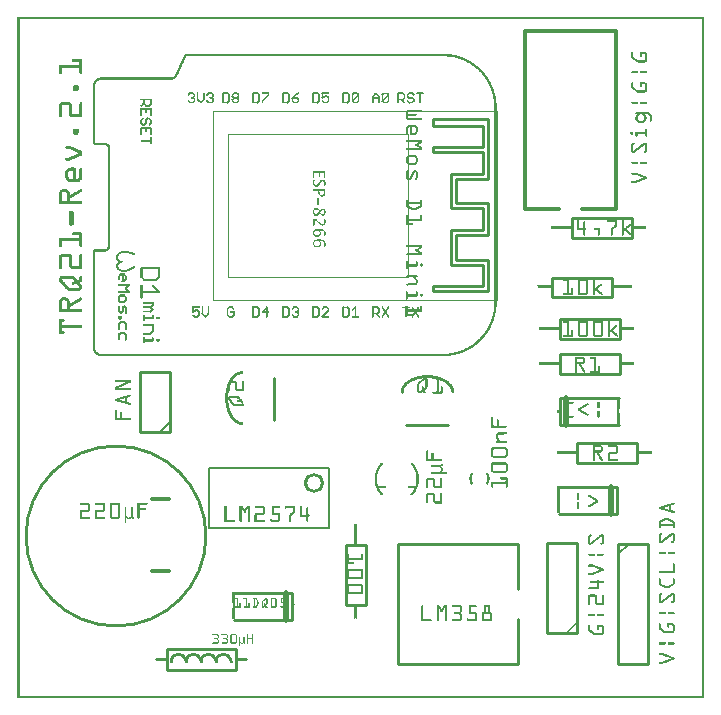
<source format=gto>
G04 MADE WITH FRITZING*
G04 WWW.FRITZING.ORG*
G04 DOUBLE SIDED*
G04 HOLES PLATED*
G04 CONTOUR ON CENTER OF CONTOUR VECTOR*
%ASAXBY*%
%FSLAX23Y23*%
%MOIN*%
%OFA0B0*%
%SFA1.0B1.0*%
%ADD10C,0.066567X0.046567*%
%ADD11C,0.610000X0.59*%
%ADD12R,0.240000X0.080000X0.220000X0.060000*%
%ADD13C,0.010000*%
%ADD14R,0.947653X0.632695X0.942097X0.627139*%
%ADD15C,0.002778*%
%ADD16R,0.602764X0.477764X0.597208X0.472208*%
%ADD17C,0.008000*%
%ADD18C,0.020000*%
%ADD19C,0.005000*%
%ADD20C,0.013889*%
%ADD21R,0.001000X0.001000*%
%LNSILK1*%
G90*
G70*
G54D10*
X990Y719D03*
G54D11*
X328Y543D03*
G54D13*
X498Y165D02*
X728Y165D01*
X728Y95D01*
X498Y95D01*
X498Y165D01*
D02*
G54D15*
X653Y1959D02*
X1598Y1959D01*
X1598Y1329D01*
X653Y1329D01*
X653Y1959D01*
D02*
X703Y1881D02*
X1303Y1881D01*
X1303Y1406D01*
X703Y1406D01*
X703Y1881D01*
D02*
G54D13*
X857Y1068D02*
X857Y928D01*
D02*
X1436Y912D02*
X1296Y912D01*
D02*
X1867Y852D02*
X2067Y852D01*
D02*
X2067Y852D02*
X2067Y786D01*
D02*
X2067Y786D02*
X1867Y786D01*
D02*
X1867Y786D02*
X1867Y852D01*
D02*
X1808Y1147D02*
X2008Y1147D01*
D02*
X2008Y1147D02*
X2008Y1081D01*
D02*
X2008Y1081D02*
X1808Y1081D01*
D02*
X1808Y1081D02*
X1808Y1147D01*
G54D17*
D02*
X1040Y569D02*
X640Y569D01*
D02*
X1040Y569D02*
X1040Y729D01*
D02*
X640Y569D02*
X640Y769D01*
D02*
X1040Y769D02*
X640Y769D01*
D02*
X1040Y769D02*
X1040Y729D01*
D02*
X1040Y729D02*
X1040Y709D01*
G54D13*
D02*
X916Y262D02*
X721Y262D01*
D02*
X721Y352D02*
X916Y352D01*
D02*
X916Y352D02*
X916Y262D01*
G54D18*
D02*
X896Y352D02*
X896Y262D01*
G54D13*
D02*
X2003Y515D02*
X2003Y115D01*
D02*
X2003Y115D02*
X2103Y115D01*
D02*
X2103Y115D02*
X2103Y515D01*
D02*
X2103Y515D02*
X2003Y515D01*
G54D19*
D02*
X2003Y480D02*
X2038Y515D01*
G54D13*
D02*
X509Y887D02*
X509Y1087D01*
D02*
X509Y1087D02*
X409Y1087D01*
D02*
X409Y1087D02*
X409Y887D01*
D02*
X409Y887D02*
X509Y887D01*
G54D19*
D02*
X509Y922D02*
X474Y887D01*
G54D13*
D02*
X1867Y218D02*
X1867Y518D01*
D02*
X1867Y518D02*
X1767Y518D01*
D02*
X1767Y518D02*
X1767Y218D01*
D02*
X1767Y218D02*
X1867Y218D01*
G54D20*
D02*
X1996Y1632D02*
X1996Y2226D01*
D02*
X1996Y2226D02*
X1693Y2226D01*
D02*
X1693Y2226D02*
X1693Y1632D01*
D02*
X1996Y1632D02*
X1882Y1632D01*
D02*
X1807Y1632D02*
X1693Y1632D01*
G54D13*
D02*
X1670Y515D02*
X1270Y515D01*
D02*
X1270Y515D02*
X1270Y115D01*
D02*
X1270Y115D02*
X1670Y115D01*
D02*
X1670Y515D02*
X1670Y365D01*
D02*
X1670Y265D02*
X1670Y115D01*
D02*
X1848Y1600D02*
X2048Y1600D01*
D02*
X2048Y1600D02*
X2048Y1534D01*
D02*
X2048Y1534D02*
X1848Y1534D01*
D02*
X1848Y1534D02*
X1848Y1600D01*
D02*
X1808Y1265D02*
X2008Y1265D01*
D02*
X2008Y1265D02*
X2008Y1199D01*
D02*
X2008Y1199D02*
X1808Y1199D01*
D02*
X1808Y1199D02*
X1808Y1265D01*
D02*
X1983Y1337D02*
X1783Y1337D01*
D02*
X1783Y1337D02*
X1783Y1403D01*
D02*
X1783Y1403D02*
X1983Y1403D01*
D02*
X1983Y1403D02*
X1983Y1337D01*
D02*
X1809Y1002D02*
X2004Y1002D01*
D02*
X2004Y912D02*
X1809Y912D01*
D02*
X1809Y912D02*
X1809Y1002D01*
G54D18*
D02*
X1829Y912D02*
X1829Y1002D01*
G54D13*
D02*
X1999Y616D02*
X1804Y616D01*
D02*
X1804Y706D02*
X1999Y706D01*
D02*
X1999Y706D02*
X1999Y616D01*
G54D18*
D02*
X1979Y706D02*
X1979Y616D01*
G54D13*
D02*
X1161Y513D02*
X1161Y313D01*
D02*
X1161Y313D02*
X1095Y313D01*
D02*
X1095Y313D02*
X1095Y513D01*
D02*
X1095Y513D02*
X1161Y513D01*
X1386Y1357D02*
X1386Y1374D01*
X1553Y1374D01*
X1553Y1445D01*
X1446Y1445D01*
X1446Y1561D01*
X1553Y1561D01*
X1553Y1634D01*
X1446Y1634D01*
X1446Y1749D01*
X1553Y1749D01*
X1553Y1820D01*
X1386Y1820D01*
X1386Y1837D01*
X1553Y1837D01*
X1553Y1907D01*
X1386Y1907D01*
X1386Y1930D01*
X1570Y1930D01*
X1570Y1732D01*
X1463Y1732D01*
X1463Y1651D01*
X1570Y1651D01*
X1570Y1544D01*
X1463Y1544D01*
X1463Y1462D01*
X1570Y1462D01*
X1570Y1357D01*
X1386Y1357D01*
D02*
X492Y131D02*
X462Y131D01*
D02*
X732Y131D02*
X762Y131D01*
D02*
G54D21*
X0Y2272D02*
X2290Y2272D01*
X0Y2271D02*
X2290Y2271D01*
X0Y2270D02*
X2290Y2270D01*
X0Y2269D02*
X2290Y2269D01*
X0Y2268D02*
X2290Y2268D01*
X0Y2267D02*
X2290Y2267D01*
X0Y2266D02*
X2290Y2266D01*
X0Y2265D02*
X2290Y2265D01*
X0Y2264D02*
X7Y2264D01*
X2283Y2264D02*
X2290Y2264D01*
X0Y2263D02*
X7Y2263D01*
X2283Y2263D02*
X2290Y2263D01*
X0Y2262D02*
X7Y2262D01*
X2283Y2262D02*
X2290Y2262D01*
X0Y2261D02*
X7Y2261D01*
X2283Y2261D02*
X2290Y2261D01*
X0Y2260D02*
X7Y2260D01*
X2283Y2260D02*
X2290Y2260D01*
X0Y2259D02*
X7Y2259D01*
X2283Y2259D02*
X2290Y2259D01*
X0Y2258D02*
X7Y2258D01*
X2283Y2258D02*
X2290Y2258D01*
X0Y2257D02*
X7Y2257D01*
X2283Y2257D02*
X2290Y2257D01*
X0Y2256D02*
X7Y2256D01*
X2283Y2256D02*
X2290Y2256D01*
X0Y2255D02*
X7Y2255D01*
X2283Y2255D02*
X2290Y2255D01*
X0Y2254D02*
X7Y2254D01*
X2283Y2254D02*
X2290Y2254D01*
X0Y2253D02*
X7Y2253D01*
X2283Y2253D02*
X2290Y2253D01*
X0Y2252D02*
X7Y2252D01*
X2283Y2252D02*
X2290Y2252D01*
X0Y2251D02*
X7Y2251D01*
X2283Y2251D02*
X2290Y2251D01*
X0Y2250D02*
X7Y2250D01*
X2283Y2250D02*
X2290Y2250D01*
X0Y2249D02*
X7Y2249D01*
X2283Y2249D02*
X2290Y2249D01*
X0Y2248D02*
X7Y2248D01*
X2283Y2248D02*
X2290Y2248D01*
X0Y2247D02*
X7Y2247D01*
X2283Y2247D02*
X2290Y2247D01*
X0Y2246D02*
X7Y2246D01*
X2283Y2246D02*
X2290Y2246D01*
X0Y2245D02*
X7Y2245D01*
X2283Y2245D02*
X2290Y2245D01*
X0Y2244D02*
X7Y2244D01*
X2283Y2244D02*
X2290Y2244D01*
X0Y2243D02*
X7Y2243D01*
X2283Y2243D02*
X2290Y2243D01*
X0Y2242D02*
X7Y2242D01*
X2283Y2242D02*
X2290Y2242D01*
X0Y2241D02*
X7Y2241D01*
X2283Y2241D02*
X2290Y2241D01*
X0Y2240D02*
X7Y2240D01*
X2283Y2240D02*
X2290Y2240D01*
X0Y2239D02*
X7Y2239D01*
X2283Y2239D02*
X2290Y2239D01*
X0Y2238D02*
X7Y2238D01*
X2283Y2238D02*
X2290Y2238D01*
X0Y2237D02*
X7Y2237D01*
X2283Y2237D02*
X2290Y2237D01*
X0Y2236D02*
X7Y2236D01*
X2283Y2236D02*
X2290Y2236D01*
X0Y2235D02*
X7Y2235D01*
X2283Y2235D02*
X2290Y2235D01*
X0Y2234D02*
X7Y2234D01*
X2283Y2234D02*
X2290Y2234D01*
X0Y2233D02*
X7Y2233D01*
X2283Y2233D02*
X2290Y2233D01*
X0Y2232D02*
X7Y2232D01*
X2283Y2232D02*
X2290Y2232D01*
X0Y2231D02*
X7Y2231D01*
X2283Y2231D02*
X2290Y2231D01*
X0Y2230D02*
X7Y2230D01*
X2283Y2230D02*
X2290Y2230D01*
X0Y2229D02*
X7Y2229D01*
X2283Y2229D02*
X2290Y2229D01*
X0Y2228D02*
X7Y2228D01*
X2283Y2228D02*
X2290Y2228D01*
X0Y2227D02*
X7Y2227D01*
X2283Y2227D02*
X2290Y2227D01*
X0Y2226D02*
X7Y2226D01*
X2283Y2226D02*
X2290Y2226D01*
X0Y2225D02*
X7Y2225D01*
X2283Y2225D02*
X2290Y2225D01*
X0Y2224D02*
X7Y2224D01*
X2283Y2224D02*
X2290Y2224D01*
X0Y2223D02*
X7Y2223D01*
X2283Y2223D02*
X2290Y2223D01*
X0Y2222D02*
X7Y2222D01*
X2283Y2222D02*
X2290Y2222D01*
X0Y2221D02*
X7Y2221D01*
X2283Y2221D02*
X2290Y2221D01*
X0Y2220D02*
X7Y2220D01*
X2283Y2220D02*
X2290Y2220D01*
X0Y2219D02*
X7Y2219D01*
X2283Y2219D02*
X2290Y2219D01*
X0Y2218D02*
X7Y2218D01*
X2283Y2218D02*
X2290Y2218D01*
X0Y2217D02*
X7Y2217D01*
X2283Y2217D02*
X2290Y2217D01*
X0Y2216D02*
X7Y2216D01*
X2283Y2216D02*
X2290Y2216D01*
X0Y2215D02*
X7Y2215D01*
X2283Y2215D02*
X2290Y2215D01*
X0Y2214D02*
X7Y2214D01*
X2283Y2214D02*
X2290Y2214D01*
X0Y2213D02*
X7Y2213D01*
X2283Y2213D02*
X2290Y2213D01*
X0Y2212D02*
X7Y2212D01*
X2283Y2212D02*
X2290Y2212D01*
X0Y2211D02*
X7Y2211D01*
X2283Y2211D02*
X2290Y2211D01*
X0Y2210D02*
X7Y2210D01*
X2283Y2210D02*
X2290Y2210D01*
X0Y2209D02*
X7Y2209D01*
X2283Y2209D02*
X2290Y2209D01*
X0Y2208D02*
X7Y2208D01*
X2283Y2208D02*
X2290Y2208D01*
X0Y2207D02*
X7Y2207D01*
X2283Y2207D02*
X2290Y2207D01*
X0Y2206D02*
X7Y2206D01*
X2283Y2206D02*
X2290Y2206D01*
X0Y2205D02*
X7Y2205D01*
X2283Y2205D02*
X2290Y2205D01*
X0Y2204D02*
X7Y2204D01*
X2283Y2204D02*
X2290Y2204D01*
X0Y2203D02*
X7Y2203D01*
X2283Y2203D02*
X2290Y2203D01*
X0Y2202D02*
X7Y2202D01*
X2283Y2202D02*
X2290Y2202D01*
X0Y2201D02*
X7Y2201D01*
X2283Y2201D02*
X2290Y2201D01*
X0Y2200D02*
X7Y2200D01*
X2283Y2200D02*
X2290Y2200D01*
X0Y2199D02*
X7Y2199D01*
X2283Y2199D02*
X2290Y2199D01*
X0Y2198D02*
X7Y2198D01*
X2283Y2198D02*
X2290Y2198D01*
X0Y2197D02*
X7Y2197D01*
X2283Y2197D02*
X2290Y2197D01*
X0Y2196D02*
X7Y2196D01*
X2283Y2196D02*
X2290Y2196D01*
X0Y2195D02*
X7Y2195D01*
X2283Y2195D02*
X2290Y2195D01*
X0Y2194D02*
X7Y2194D01*
X2283Y2194D02*
X2290Y2194D01*
X0Y2193D02*
X7Y2193D01*
X2283Y2193D02*
X2290Y2193D01*
X0Y2192D02*
X7Y2192D01*
X2283Y2192D02*
X2290Y2192D01*
X0Y2191D02*
X7Y2191D01*
X2283Y2191D02*
X2290Y2191D01*
X0Y2190D02*
X7Y2190D01*
X2283Y2190D02*
X2290Y2190D01*
X0Y2189D02*
X7Y2189D01*
X2283Y2189D02*
X2290Y2189D01*
X0Y2188D02*
X7Y2188D01*
X2283Y2188D02*
X2290Y2188D01*
X0Y2187D02*
X7Y2187D01*
X2283Y2187D02*
X2290Y2187D01*
X0Y2186D02*
X7Y2186D01*
X2283Y2186D02*
X2290Y2186D01*
X0Y2185D02*
X7Y2185D01*
X2283Y2185D02*
X2290Y2185D01*
X0Y2184D02*
X7Y2184D01*
X2283Y2184D02*
X2290Y2184D01*
X0Y2183D02*
X7Y2183D01*
X2283Y2183D02*
X2290Y2183D01*
X0Y2182D02*
X7Y2182D01*
X2283Y2182D02*
X2290Y2182D01*
X0Y2181D02*
X7Y2181D01*
X2283Y2181D02*
X2290Y2181D01*
X0Y2180D02*
X7Y2180D01*
X2283Y2180D02*
X2290Y2180D01*
X0Y2179D02*
X7Y2179D01*
X2283Y2179D02*
X2290Y2179D01*
X0Y2178D02*
X7Y2178D01*
X2283Y2178D02*
X2290Y2178D01*
X0Y2177D02*
X7Y2177D01*
X2283Y2177D02*
X2290Y2177D01*
X0Y2176D02*
X7Y2176D01*
X2283Y2176D02*
X2290Y2176D01*
X0Y2175D02*
X7Y2175D01*
X2283Y2175D02*
X2290Y2175D01*
X0Y2174D02*
X7Y2174D01*
X2283Y2174D02*
X2290Y2174D01*
X0Y2173D02*
X7Y2173D01*
X2283Y2173D02*
X2290Y2173D01*
X0Y2172D02*
X7Y2172D01*
X2283Y2172D02*
X2290Y2172D01*
X0Y2171D02*
X7Y2171D01*
X2283Y2171D02*
X2290Y2171D01*
X0Y2170D02*
X7Y2170D01*
X2283Y2170D02*
X2290Y2170D01*
X0Y2169D02*
X7Y2169D01*
X2283Y2169D02*
X2290Y2169D01*
X0Y2168D02*
X7Y2168D01*
X2283Y2168D02*
X2290Y2168D01*
X0Y2167D02*
X7Y2167D01*
X2283Y2167D02*
X2290Y2167D01*
X0Y2166D02*
X7Y2166D01*
X2283Y2166D02*
X2290Y2166D01*
X0Y2165D02*
X7Y2165D01*
X2283Y2165D02*
X2290Y2165D01*
X0Y2164D02*
X7Y2164D01*
X2283Y2164D02*
X2290Y2164D01*
X0Y2163D02*
X7Y2163D01*
X2283Y2163D02*
X2290Y2163D01*
X0Y2162D02*
X7Y2162D01*
X2283Y2162D02*
X2290Y2162D01*
X0Y2161D02*
X7Y2161D01*
X2283Y2161D02*
X2290Y2161D01*
X0Y2160D02*
X7Y2160D01*
X2283Y2160D02*
X2290Y2160D01*
X0Y2159D02*
X7Y2159D01*
X2283Y2159D02*
X2290Y2159D01*
X0Y2158D02*
X7Y2158D01*
X2283Y2158D02*
X2290Y2158D01*
X0Y2157D02*
X7Y2157D01*
X2283Y2157D02*
X2290Y2157D01*
X0Y2156D02*
X7Y2156D01*
X2283Y2156D02*
X2290Y2156D01*
X0Y2155D02*
X7Y2155D01*
X2283Y2155D02*
X2290Y2155D01*
X0Y2154D02*
X7Y2154D01*
X2049Y2154D02*
X2050Y2154D01*
X2076Y2154D02*
X2091Y2154D01*
X2283Y2154D02*
X2290Y2154D01*
X0Y2153D02*
X7Y2153D01*
X2047Y2153D02*
X2052Y2153D01*
X2076Y2153D02*
X2094Y2153D01*
X2283Y2153D02*
X2290Y2153D01*
X0Y2152D02*
X7Y2152D01*
X2047Y2152D02*
X2052Y2152D01*
X2076Y2152D02*
X2095Y2152D01*
X2283Y2152D02*
X2290Y2152D01*
X0Y2151D02*
X7Y2151D01*
X2046Y2151D02*
X2052Y2151D01*
X2076Y2151D02*
X2097Y2151D01*
X2283Y2151D02*
X2290Y2151D01*
X0Y2150D02*
X7Y2150D01*
X2046Y2150D02*
X2052Y2150D01*
X2076Y2150D02*
X2097Y2150D01*
X2283Y2150D02*
X2290Y2150D01*
X0Y2149D02*
X7Y2149D01*
X2046Y2149D02*
X2052Y2149D01*
X2076Y2149D02*
X2098Y2149D01*
X2283Y2149D02*
X2290Y2149D01*
X0Y2148D02*
X7Y2148D01*
X561Y2148D02*
X1433Y2148D01*
X2046Y2148D02*
X2052Y2148D01*
X2076Y2148D02*
X2099Y2148D01*
X2283Y2148D02*
X2290Y2148D01*
X0Y2147D02*
X7Y2147D01*
X559Y2147D02*
X1443Y2147D01*
X2046Y2147D02*
X2052Y2147D01*
X2076Y2147D02*
X2082Y2147D01*
X2091Y2147D02*
X2099Y2147D01*
X2283Y2147D02*
X2290Y2147D01*
X0Y2146D02*
X7Y2146D01*
X558Y2146D02*
X1449Y2146D01*
X2046Y2146D02*
X2052Y2146D01*
X2076Y2146D02*
X2082Y2146D01*
X2093Y2146D02*
X2099Y2146D01*
X2283Y2146D02*
X2290Y2146D01*
X0Y2145D02*
X7Y2145D01*
X557Y2145D02*
X1455Y2145D01*
X2046Y2145D02*
X2052Y2145D01*
X2076Y2145D02*
X2082Y2145D01*
X2093Y2145D02*
X2099Y2145D01*
X2283Y2145D02*
X2290Y2145D01*
X0Y2144D02*
X7Y2144D01*
X557Y2144D02*
X1459Y2144D01*
X2046Y2144D02*
X2052Y2144D01*
X2076Y2144D02*
X2082Y2144D01*
X2094Y2144D02*
X2100Y2144D01*
X2283Y2144D02*
X2290Y2144D01*
X0Y2143D02*
X7Y2143D01*
X556Y2143D02*
X1464Y2143D01*
X2046Y2143D02*
X2052Y2143D01*
X2076Y2143D02*
X2082Y2143D01*
X2094Y2143D02*
X2100Y2143D01*
X2283Y2143D02*
X2290Y2143D01*
X0Y2142D02*
X7Y2142D01*
X556Y2142D02*
X1467Y2142D01*
X2046Y2142D02*
X2052Y2142D01*
X2076Y2142D02*
X2082Y2142D01*
X2094Y2142D02*
X2100Y2142D01*
X2283Y2142D02*
X2290Y2142D01*
X0Y2141D02*
X7Y2141D01*
X555Y2141D02*
X1471Y2141D01*
X2046Y2141D02*
X2052Y2141D01*
X2076Y2141D02*
X2082Y2141D01*
X2094Y2141D02*
X2100Y2141D01*
X2283Y2141D02*
X2290Y2141D01*
X0Y2140D02*
X7Y2140D01*
X555Y2140D02*
X563Y2140D01*
X1434Y2140D02*
X1474Y2140D01*
X2046Y2140D02*
X2053Y2140D01*
X2076Y2140D02*
X2082Y2140D01*
X2094Y2140D02*
X2100Y2140D01*
X2283Y2140D02*
X2290Y2140D01*
X0Y2139D02*
X7Y2139D01*
X555Y2139D02*
X562Y2139D01*
X1443Y2139D02*
X1477Y2139D01*
X2047Y2139D02*
X2053Y2139D01*
X2076Y2139D02*
X2082Y2139D01*
X2094Y2139D02*
X2100Y2139D01*
X2283Y2139D02*
X2290Y2139D01*
X0Y2138D02*
X7Y2138D01*
X554Y2138D02*
X562Y2138D01*
X1450Y2138D02*
X1480Y2138D01*
X2047Y2138D02*
X2053Y2138D01*
X2077Y2138D02*
X2081Y2138D01*
X2094Y2138D02*
X2100Y2138D01*
X2283Y2138D02*
X2290Y2138D01*
X0Y2137D02*
X7Y2137D01*
X554Y2137D02*
X561Y2137D01*
X1455Y2137D02*
X1482Y2137D01*
X2047Y2137D02*
X2055Y2137D01*
X2079Y2137D02*
X2079Y2137D01*
X2094Y2137D02*
X2100Y2137D01*
X2283Y2137D02*
X2290Y2137D01*
X0Y2136D02*
X7Y2136D01*
X553Y2136D02*
X561Y2136D01*
X1459Y2136D02*
X1485Y2136D01*
X2047Y2136D02*
X2056Y2136D01*
X2094Y2136D02*
X2100Y2136D01*
X2283Y2136D02*
X2290Y2136D01*
X0Y2135D02*
X7Y2135D01*
X553Y2135D02*
X560Y2135D01*
X1464Y2135D02*
X1487Y2135D01*
X2048Y2135D02*
X2057Y2135D01*
X2094Y2135D02*
X2100Y2135D01*
X2283Y2135D02*
X2290Y2135D01*
X0Y2134D02*
X7Y2134D01*
X552Y2134D02*
X560Y2134D01*
X1467Y2134D02*
X1490Y2134D01*
X2049Y2134D02*
X2058Y2134D01*
X2094Y2134D02*
X2100Y2134D01*
X2283Y2134D02*
X2290Y2134D01*
X0Y2133D02*
X7Y2133D01*
X552Y2133D02*
X560Y2133D01*
X1471Y2133D02*
X1492Y2133D01*
X2049Y2133D02*
X2060Y2133D01*
X2094Y2133D02*
X2100Y2133D01*
X2283Y2133D02*
X2290Y2133D01*
X0Y2132D02*
X7Y2132D01*
X551Y2132D02*
X559Y2132D01*
X1474Y2132D02*
X1494Y2132D01*
X2051Y2132D02*
X2061Y2132D01*
X2094Y2132D02*
X2100Y2132D01*
X2283Y2132D02*
X2290Y2132D01*
X0Y2131D02*
X7Y2131D01*
X185Y2131D02*
X213Y2131D01*
X551Y2131D02*
X559Y2131D01*
X1476Y2131D02*
X1496Y2131D01*
X2052Y2131D02*
X2062Y2131D01*
X2094Y2131D02*
X2100Y2131D01*
X2283Y2131D02*
X2290Y2131D01*
X0Y2130D02*
X7Y2130D01*
X184Y2130D02*
X215Y2130D01*
X550Y2130D02*
X558Y2130D01*
X1479Y2130D02*
X1498Y2130D01*
X2053Y2130D02*
X2064Y2130D01*
X2094Y2130D02*
X2100Y2130D01*
X2283Y2130D02*
X2290Y2130D01*
X0Y2129D02*
X7Y2129D01*
X183Y2129D02*
X216Y2129D01*
X550Y2129D02*
X558Y2129D01*
X1482Y2129D02*
X1500Y2129D01*
X2054Y2129D02*
X2065Y2129D01*
X2093Y2129D02*
X2099Y2129D01*
X2283Y2129D02*
X2290Y2129D01*
X0Y2128D02*
X7Y2128D01*
X182Y2128D02*
X216Y2128D01*
X549Y2128D02*
X557Y2128D01*
X1484Y2128D02*
X1502Y2128D01*
X2056Y2128D02*
X2066Y2128D01*
X2093Y2128D02*
X2099Y2128D01*
X2283Y2128D02*
X2290Y2128D01*
X0Y2127D02*
X7Y2127D01*
X182Y2127D02*
X216Y2127D01*
X549Y2127D02*
X557Y2127D01*
X1487Y2127D02*
X1504Y2127D01*
X2057Y2127D02*
X2068Y2127D01*
X2091Y2127D02*
X2099Y2127D01*
X2283Y2127D02*
X2290Y2127D01*
X0Y2126D02*
X7Y2126D01*
X182Y2126D02*
X216Y2126D01*
X549Y2126D02*
X556Y2126D01*
X1489Y2126D02*
X1506Y2126D01*
X2058Y2126D02*
X2099Y2126D01*
X2283Y2126D02*
X2290Y2126D01*
X0Y2125D02*
X7Y2125D01*
X182Y2125D02*
X216Y2125D01*
X548Y2125D02*
X556Y2125D01*
X1491Y2125D02*
X1508Y2125D01*
X2060Y2125D02*
X2098Y2125D01*
X2283Y2125D02*
X2290Y2125D01*
X0Y2124D02*
X7Y2124D01*
X183Y2124D02*
X216Y2124D01*
X548Y2124D02*
X555Y2124D01*
X1493Y2124D02*
X1509Y2124D01*
X2061Y2124D02*
X2098Y2124D01*
X2283Y2124D02*
X2290Y2124D01*
X0Y2123D02*
X7Y2123D01*
X183Y2123D02*
X216Y2123D01*
X547Y2123D02*
X555Y2123D01*
X1495Y2123D02*
X1511Y2123D01*
X2062Y2123D02*
X2097Y2123D01*
X2283Y2123D02*
X2290Y2123D01*
X0Y2122D02*
X7Y2122D01*
X185Y2122D02*
X216Y2122D01*
X547Y2122D02*
X554Y2122D01*
X1497Y2122D02*
X1513Y2122D01*
X2064Y2122D02*
X2096Y2122D01*
X2283Y2122D02*
X2290Y2122D01*
X0Y2121D02*
X7Y2121D01*
X207Y2121D02*
X216Y2121D01*
X546Y2121D02*
X554Y2121D01*
X1499Y2121D02*
X1514Y2121D01*
X2065Y2121D02*
X2094Y2121D01*
X2283Y2121D02*
X2290Y2121D01*
X0Y2120D02*
X7Y2120D01*
X207Y2120D02*
X216Y2120D01*
X546Y2120D02*
X554Y2120D01*
X1501Y2120D02*
X1516Y2120D01*
X2068Y2120D02*
X2092Y2120D01*
X2283Y2120D02*
X2290Y2120D01*
X0Y2119D02*
X7Y2119D01*
X207Y2119D02*
X216Y2119D01*
X545Y2119D02*
X553Y2119D01*
X1503Y2119D02*
X1517Y2119D01*
X2283Y2119D02*
X2290Y2119D01*
X0Y2118D02*
X7Y2118D01*
X207Y2118D02*
X216Y2118D01*
X545Y2118D02*
X553Y2118D01*
X1505Y2118D02*
X1519Y2118D01*
X2283Y2118D02*
X2290Y2118D01*
X0Y2117D02*
X7Y2117D01*
X207Y2117D02*
X216Y2117D01*
X544Y2117D02*
X552Y2117D01*
X1507Y2117D02*
X1520Y2117D01*
X2283Y2117D02*
X2290Y2117D01*
X0Y2116D02*
X7Y2116D01*
X207Y2116D02*
X216Y2116D01*
X544Y2116D02*
X552Y2116D01*
X1508Y2116D02*
X1522Y2116D01*
X2283Y2116D02*
X2290Y2116D01*
X0Y2115D02*
X7Y2115D01*
X207Y2115D02*
X216Y2115D01*
X543Y2115D02*
X551Y2115D01*
X1510Y2115D02*
X1523Y2115D01*
X2283Y2115D02*
X2290Y2115D01*
X0Y2114D02*
X7Y2114D01*
X207Y2114D02*
X216Y2114D01*
X543Y2114D02*
X551Y2114D01*
X1511Y2114D02*
X1524Y2114D01*
X2283Y2114D02*
X2290Y2114D01*
X0Y2113D02*
X7Y2113D01*
X207Y2113D02*
X216Y2113D01*
X543Y2113D02*
X550Y2113D01*
X1513Y2113D02*
X1526Y2113D01*
X2283Y2113D02*
X2290Y2113D01*
X0Y2112D02*
X7Y2112D01*
X207Y2112D02*
X216Y2112D01*
X542Y2112D02*
X550Y2112D01*
X1514Y2112D02*
X1527Y2112D01*
X2283Y2112D02*
X2290Y2112D01*
X0Y2111D02*
X7Y2111D01*
X139Y2111D02*
X216Y2111D01*
X542Y2111D02*
X549Y2111D01*
X1516Y2111D02*
X1528Y2111D01*
X2283Y2111D02*
X2290Y2111D01*
X0Y2110D02*
X7Y2110D01*
X139Y2110D02*
X216Y2110D01*
X541Y2110D02*
X549Y2110D01*
X1517Y2110D02*
X1530Y2110D01*
X2283Y2110D02*
X2290Y2110D01*
X0Y2109D02*
X7Y2109D01*
X139Y2109D02*
X216Y2109D01*
X541Y2109D02*
X548Y2109D01*
X1519Y2109D02*
X1531Y2109D01*
X2283Y2109D02*
X2290Y2109D01*
X0Y2108D02*
X7Y2108D01*
X139Y2108D02*
X216Y2108D01*
X540Y2108D02*
X548Y2108D01*
X1520Y2108D02*
X1532Y2108D01*
X2283Y2108D02*
X2290Y2108D01*
X0Y2107D02*
X7Y2107D01*
X139Y2107D02*
X216Y2107D01*
X540Y2107D02*
X548Y2107D01*
X1522Y2107D02*
X1533Y2107D01*
X2283Y2107D02*
X2290Y2107D01*
X0Y2106D02*
X7Y2106D01*
X139Y2106D02*
X216Y2106D01*
X539Y2106D02*
X547Y2106D01*
X1523Y2106D02*
X1535Y2106D01*
X2283Y2106D02*
X2290Y2106D01*
X0Y2105D02*
X7Y2105D01*
X139Y2105D02*
X216Y2105D01*
X539Y2105D02*
X547Y2105D01*
X1524Y2105D02*
X1536Y2105D01*
X2283Y2105D02*
X2290Y2105D01*
X0Y2104D02*
X7Y2104D01*
X139Y2104D02*
X216Y2104D01*
X538Y2104D02*
X546Y2104D01*
X1525Y2104D02*
X1537Y2104D01*
X2283Y2104D02*
X2290Y2104D01*
X0Y2103D02*
X7Y2103D01*
X139Y2103D02*
X216Y2103D01*
X538Y2103D02*
X546Y2103D01*
X1527Y2103D02*
X1538Y2103D01*
X2283Y2103D02*
X2290Y2103D01*
X0Y2102D02*
X7Y2102D01*
X139Y2102D02*
X216Y2102D01*
X538Y2102D02*
X545Y2102D01*
X1528Y2102D02*
X1539Y2102D01*
X2283Y2102D02*
X2290Y2102D01*
X0Y2101D02*
X7Y2101D01*
X139Y2101D02*
X149Y2101D01*
X207Y2101D02*
X216Y2101D01*
X537Y2101D02*
X545Y2101D01*
X1529Y2101D02*
X1540Y2101D01*
X2283Y2101D02*
X2290Y2101D01*
X0Y2100D02*
X7Y2100D01*
X139Y2100D02*
X149Y2100D01*
X207Y2100D02*
X216Y2100D01*
X537Y2100D02*
X544Y2100D01*
X1530Y2100D02*
X1541Y2100D01*
X2283Y2100D02*
X2290Y2100D01*
X0Y2099D02*
X7Y2099D01*
X139Y2099D02*
X149Y2099D01*
X207Y2099D02*
X216Y2099D01*
X536Y2099D02*
X544Y2099D01*
X1531Y2099D02*
X1542Y2099D01*
X2283Y2099D02*
X2290Y2099D01*
X0Y2098D02*
X7Y2098D01*
X139Y2098D02*
X149Y2098D01*
X207Y2098D02*
X216Y2098D01*
X536Y2098D02*
X543Y2098D01*
X1533Y2098D02*
X1543Y2098D01*
X2283Y2098D02*
X2290Y2098D01*
X0Y2097D02*
X7Y2097D01*
X139Y2097D02*
X149Y2097D01*
X207Y2097D02*
X216Y2097D01*
X535Y2097D02*
X543Y2097D01*
X1534Y2097D02*
X1544Y2097D01*
X2283Y2097D02*
X2290Y2097D01*
X0Y2096D02*
X7Y2096D01*
X139Y2096D02*
X149Y2096D01*
X207Y2096D02*
X216Y2096D01*
X535Y2096D02*
X543Y2096D01*
X1535Y2096D02*
X1545Y2096D01*
X2283Y2096D02*
X2290Y2096D01*
X0Y2095D02*
X7Y2095D01*
X139Y2095D02*
X149Y2095D01*
X207Y2095D02*
X216Y2095D01*
X534Y2095D02*
X542Y2095D01*
X1536Y2095D02*
X1546Y2095D01*
X2283Y2095D02*
X2290Y2095D01*
X0Y2094D02*
X7Y2094D01*
X139Y2094D02*
X149Y2094D01*
X207Y2094D02*
X216Y2094D01*
X534Y2094D02*
X542Y2094D01*
X1537Y2094D02*
X1547Y2094D01*
X2283Y2094D02*
X2290Y2094D01*
X0Y2093D02*
X7Y2093D01*
X139Y2093D02*
X149Y2093D01*
X207Y2093D02*
X216Y2093D01*
X533Y2093D02*
X541Y2093D01*
X1538Y2093D02*
X1548Y2093D01*
X2283Y2093D02*
X2290Y2093D01*
X0Y2092D02*
X7Y2092D01*
X139Y2092D02*
X149Y2092D01*
X207Y2092D02*
X216Y2092D01*
X533Y2092D02*
X541Y2092D01*
X1539Y2092D02*
X1549Y2092D01*
X2283Y2092D02*
X2290Y2092D01*
X0Y2091D02*
X7Y2091D01*
X139Y2091D02*
X149Y2091D01*
X207Y2091D02*
X216Y2091D01*
X532Y2091D02*
X540Y2091D01*
X1540Y2091D02*
X1550Y2091D01*
X2283Y2091D02*
X2290Y2091D01*
X0Y2090D02*
X7Y2090D01*
X139Y2090D02*
X149Y2090D01*
X207Y2090D02*
X216Y2090D01*
X532Y2090D02*
X540Y2090D01*
X1541Y2090D02*
X1551Y2090D01*
X2049Y2090D02*
X2069Y2090D01*
X2077Y2090D02*
X2097Y2090D01*
X2283Y2090D02*
X2290Y2090D01*
X0Y2089D02*
X7Y2089D01*
X139Y2089D02*
X149Y2089D01*
X207Y2089D02*
X216Y2089D01*
X532Y2089D02*
X539Y2089D01*
X1542Y2089D02*
X1552Y2089D01*
X2047Y2089D02*
X2069Y2089D01*
X2077Y2089D02*
X2099Y2089D01*
X2283Y2089D02*
X2290Y2089D01*
X0Y2088D02*
X7Y2088D01*
X139Y2088D02*
X149Y2088D01*
X207Y2088D02*
X216Y2088D01*
X531Y2088D02*
X539Y2088D01*
X1543Y2088D02*
X1553Y2088D01*
X2047Y2088D02*
X2069Y2088D01*
X2077Y2088D02*
X2099Y2088D01*
X2283Y2088D02*
X2290Y2088D01*
X0Y2087D02*
X7Y2087D01*
X139Y2087D02*
X149Y2087D01*
X207Y2087D02*
X216Y2087D01*
X531Y2087D02*
X538Y2087D01*
X1544Y2087D02*
X1554Y2087D01*
X2046Y2087D02*
X2069Y2087D01*
X2077Y2087D02*
X2100Y2087D01*
X2283Y2087D02*
X2290Y2087D01*
X0Y2086D02*
X7Y2086D01*
X140Y2086D02*
X148Y2086D01*
X207Y2086D02*
X216Y2086D01*
X530Y2086D02*
X538Y2086D01*
X1545Y2086D02*
X1554Y2086D01*
X2047Y2086D02*
X2069Y2086D01*
X2077Y2086D02*
X2099Y2086D01*
X2283Y2086D02*
X2290Y2086D01*
X0Y2085D02*
X7Y2085D01*
X140Y2085D02*
X148Y2085D01*
X208Y2085D02*
X216Y2085D01*
X530Y2085D02*
X537Y2085D01*
X1546Y2085D02*
X1555Y2085D01*
X2047Y2085D02*
X2069Y2085D01*
X2077Y2085D02*
X2099Y2085D01*
X2283Y2085D02*
X2290Y2085D01*
X0Y2084D02*
X7Y2084D01*
X140Y2084D02*
X148Y2084D01*
X208Y2084D02*
X216Y2084D01*
X529Y2084D02*
X537Y2084D01*
X1547Y2084D02*
X1556Y2084D01*
X2048Y2084D02*
X2069Y2084D01*
X2077Y2084D02*
X2098Y2084D01*
X2283Y2084D02*
X2290Y2084D01*
X0Y2083D02*
X7Y2083D01*
X141Y2083D02*
X147Y2083D01*
X209Y2083D02*
X215Y2083D01*
X529Y2083D02*
X537Y2083D01*
X1548Y2083D02*
X1557Y2083D01*
X2283Y2083D02*
X2290Y2083D01*
X0Y2082D02*
X7Y2082D01*
X143Y2082D02*
X145Y2082D01*
X211Y2082D02*
X213Y2082D01*
X528Y2082D02*
X536Y2082D01*
X1548Y2082D02*
X1558Y2082D01*
X2283Y2082D02*
X2290Y2082D01*
X0Y2081D02*
X7Y2081D01*
X528Y2081D02*
X536Y2081D01*
X1549Y2081D02*
X1559Y2081D01*
X2283Y2081D02*
X2290Y2081D01*
X0Y2080D02*
X7Y2080D01*
X527Y2080D02*
X535Y2080D01*
X1550Y2080D02*
X1559Y2080D01*
X2283Y2080D02*
X2290Y2080D01*
X0Y2079D02*
X7Y2079D01*
X527Y2079D02*
X535Y2079D01*
X1551Y2079D02*
X1560Y2079D01*
X2283Y2079D02*
X2290Y2079D01*
X0Y2078D02*
X7Y2078D01*
X526Y2078D02*
X534Y2078D01*
X1552Y2078D02*
X1561Y2078D01*
X2283Y2078D02*
X2290Y2078D01*
X0Y2077D02*
X7Y2077D01*
X526Y2077D02*
X534Y2077D01*
X1553Y2077D02*
X1562Y2077D01*
X2283Y2077D02*
X2290Y2077D01*
X0Y2076D02*
X7Y2076D01*
X526Y2076D02*
X533Y2076D01*
X1553Y2076D02*
X1562Y2076D01*
X2283Y2076D02*
X2290Y2076D01*
X0Y2075D02*
X7Y2075D01*
X525Y2075D02*
X533Y2075D01*
X1554Y2075D02*
X1563Y2075D01*
X2283Y2075D02*
X2290Y2075D01*
X0Y2074D02*
X7Y2074D01*
X524Y2074D02*
X532Y2074D01*
X1555Y2074D02*
X1564Y2074D01*
X2283Y2074D02*
X2290Y2074D01*
X0Y2073D02*
X7Y2073D01*
X523Y2073D02*
X532Y2073D01*
X1556Y2073D02*
X1565Y2073D01*
X2283Y2073D02*
X2290Y2073D01*
X0Y2072D02*
X7Y2072D01*
X522Y2072D02*
X531Y2072D01*
X1557Y2072D02*
X1565Y2072D01*
X2283Y2072D02*
X2290Y2072D01*
X0Y2071D02*
X7Y2071D01*
X518Y2071D02*
X531Y2071D01*
X1557Y2071D02*
X1566Y2071D01*
X2283Y2071D02*
X2290Y2071D01*
X0Y2070D02*
X7Y2070D01*
X276Y2070D02*
X530Y2070D01*
X1558Y2070D02*
X1567Y2070D01*
X2283Y2070D02*
X2290Y2070D01*
X0Y2069D02*
X7Y2069D01*
X273Y2069D02*
X530Y2069D01*
X1559Y2069D02*
X1567Y2069D01*
X2283Y2069D02*
X2290Y2069D01*
X0Y2068D02*
X7Y2068D01*
X271Y2068D02*
X529Y2068D01*
X1559Y2068D02*
X1568Y2068D01*
X2283Y2068D02*
X2290Y2068D01*
X0Y2067D02*
X7Y2067D01*
X268Y2067D02*
X528Y2067D01*
X1560Y2067D02*
X1569Y2067D01*
X2283Y2067D02*
X2290Y2067D01*
X0Y2066D02*
X7Y2066D01*
X267Y2066D02*
X526Y2066D01*
X1561Y2066D02*
X1569Y2066D01*
X2283Y2066D02*
X2290Y2066D01*
X0Y2065D02*
X7Y2065D01*
X265Y2065D02*
X525Y2065D01*
X1561Y2065D02*
X1570Y2065D01*
X2283Y2065D02*
X2290Y2065D01*
X0Y2064D02*
X7Y2064D01*
X264Y2064D02*
X523Y2064D01*
X1562Y2064D02*
X1571Y2064D01*
X2283Y2064D02*
X2290Y2064D01*
X0Y2063D02*
X7Y2063D01*
X263Y2063D02*
X517Y2063D01*
X1563Y2063D02*
X1571Y2063D01*
X2283Y2063D02*
X2290Y2063D01*
X0Y2062D02*
X7Y2062D01*
X262Y2062D02*
X276Y2062D01*
X1563Y2062D02*
X1572Y2062D01*
X2283Y2062D02*
X2290Y2062D01*
X0Y2061D02*
X7Y2061D01*
X261Y2061D02*
X273Y2061D01*
X1564Y2061D02*
X1572Y2061D01*
X2283Y2061D02*
X2290Y2061D01*
X0Y2060D02*
X7Y2060D01*
X260Y2060D02*
X271Y2060D01*
X1565Y2060D02*
X1573Y2060D01*
X2283Y2060D02*
X2290Y2060D01*
X0Y2059D02*
X7Y2059D01*
X259Y2059D02*
X270Y2059D01*
X1565Y2059D02*
X1574Y2059D01*
X2283Y2059D02*
X2290Y2059D01*
X0Y2058D02*
X7Y2058D01*
X258Y2058D02*
X268Y2058D01*
X1566Y2058D02*
X1574Y2058D01*
X2283Y2058D02*
X2290Y2058D01*
X0Y2057D02*
X7Y2057D01*
X257Y2057D02*
X267Y2057D01*
X1566Y2057D02*
X1575Y2057D01*
X2283Y2057D02*
X2290Y2057D01*
X0Y2056D02*
X7Y2056D01*
X256Y2056D02*
X266Y2056D01*
X1567Y2056D02*
X1575Y2056D01*
X2283Y2056D02*
X2290Y2056D01*
X0Y2055D02*
X7Y2055D01*
X256Y2055D02*
X265Y2055D01*
X1568Y2055D02*
X1576Y2055D01*
X2283Y2055D02*
X2290Y2055D01*
X0Y2054D02*
X7Y2054D01*
X255Y2054D02*
X264Y2054D01*
X1568Y2054D02*
X1576Y2054D01*
X2283Y2054D02*
X2290Y2054D01*
X0Y2053D02*
X7Y2053D01*
X255Y2053D02*
X263Y2053D01*
X1569Y2053D02*
X1577Y2053D01*
X2048Y2053D02*
X2051Y2053D01*
X2076Y2053D02*
X2093Y2053D01*
X2283Y2053D02*
X2290Y2053D01*
X0Y2052D02*
X7Y2052D01*
X254Y2052D02*
X262Y2052D01*
X1569Y2052D02*
X1577Y2052D01*
X2047Y2052D02*
X2052Y2052D01*
X2076Y2052D02*
X2095Y2052D01*
X2283Y2052D02*
X2290Y2052D01*
X0Y2051D02*
X7Y2051D01*
X254Y2051D02*
X262Y2051D01*
X1570Y2051D02*
X1578Y2051D01*
X2047Y2051D02*
X2052Y2051D01*
X2076Y2051D02*
X2096Y2051D01*
X2283Y2051D02*
X2290Y2051D01*
X0Y2050D02*
X7Y2050D01*
X253Y2050D02*
X261Y2050D01*
X1570Y2050D02*
X1578Y2050D01*
X2046Y2050D02*
X2052Y2050D01*
X2076Y2050D02*
X2097Y2050D01*
X2283Y2050D02*
X2290Y2050D01*
X0Y2049D02*
X7Y2049D01*
X253Y2049D02*
X261Y2049D01*
X1571Y2049D02*
X1579Y2049D01*
X2046Y2049D02*
X2052Y2049D01*
X2076Y2049D02*
X2098Y2049D01*
X2283Y2049D02*
X2290Y2049D01*
X0Y2048D02*
X7Y2048D01*
X253Y2048D02*
X260Y2048D01*
X1571Y2048D02*
X1579Y2048D01*
X2046Y2048D02*
X2052Y2048D01*
X2076Y2048D02*
X2098Y2048D01*
X2283Y2048D02*
X2290Y2048D01*
X0Y2047D02*
X7Y2047D01*
X253Y2047D02*
X260Y2047D01*
X1572Y2047D02*
X1580Y2047D01*
X2046Y2047D02*
X2052Y2047D01*
X2076Y2047D02*
X2099Y2047D01*
X2283Y2047D02*
X2290Y2047D01*
X0Y2046D02*
X7Y2046D01*
X252Y2046D02*
X260Y2046D01*
X1572Y2046D02*
X1580Y2046D01*
X2046Y2046D02*
X2052Y2046D01*
X2076Y2046D02*
X2082Y2046D01*
X2092Y2046D02*
X2099Y2046D01*
X2283Y2046D02*
X2290Y2046D01*
X0Y2045D02*
X7Y2045D01*
X252Y2045D02*
X259Y2045D01*
X1573Y2045D02*
X1581Y2045D01*
X2046Y2045D02*
X2052Y2045D01*
X2076Y2045D02*
X2082Y2045D01*
X2093Y2045D02*
X2099Y2045D01*
X2283Y2045D02*
X2290Y2045D01*
X0Y2044D02*
X7Y2044D01*
X190Y2044D02*
X200Y2044D01*
X252Y2044D02*
X259Y2044D01*
X1573Y2044D02*
X1581Y2044D01*
X2046Y2044D02*
X2052Y2044D01*
X2076Y2044D02*
X2082Y2044D01*
X2093Y2044D02*
X2100Y2044D01*
X2283Y2044D02*
X2290Y2044D01*
X0Y2043D02*
X7Y2043D01*
X188Y2043D02*
X202Y2043D01*
X252Y2043D02*
X259Y2043D01*
X1574Y2043D02*
X1582Y2043D01*
X2046Y2043D02*
X2052Y2043D01*
X2076Y2043D02*
X2082Y2043D01*
X2094Y2043D02*
X2100Y2043D01*
X2283Y2043D02*
X2290Y2043D01*
X0Y2042D02*
X7Y2042D01*
X187Y2042D02*
X203Y2042D01*
X252Y2042D02*
X259Y2042D01*
X1574Y2042D02*
X1582Y2042D01*
X2046Y2042D02*
X2052Y2042D01*
X2076Y2042D02*
X2082Y2042D01*
X2094Y2042D02*
X2100Y2042D01*
X2283Y2042D02*
X2290Y2042D01*
X0Y2041D02*
X7Y2041D01*
X187Y2041D02*
X203Y2041D01*
X252Y2041D02*
X259Y2041D01*
X1575Y2041D02*
X1583Y2041D01*
X2046Y2041D02*
X2052Y2041D01*
X2076Y2041D02*
X2082Y2041D01*
X2094Y2041D02*
X2100Y2041D01*
X2283Y2041D02*
X2290Y2041D01*
X0Y2040D02*
X7Y2040D01*
X186Y2040D02*
X204Y2040D01*
X252Y2040D02*
X259Y2040D01*
X1575Y2040D02*
X1583Y2040D01*
X2046Y2040D02*
X2052Y2040D01*
X2076Y2040D02*
X2082Y2040D01*
X2094Y2040D02*
X2100Y2040D01*
X2283Y2040D02*
X2290Y2040D01*
X0Y2039D02*
X7Y2039D01*
X186Y2039D02*
X204Y2039D01*
X252Y2039D02*
X259Y2039D01*
X1576Y2039D02*
X1583Y2039D01*
X2047Y2039D02*
X2053Y2039D01*
X2076Y2039D02*
X2082Y2039D01*
X2094Y2039D02*
X2100Y2039D01*
X2283Y2039D02*
X2290Y2039D01*
X0Y2038D02*
X7Y2038D01*
X186Y2038D02*
X204Y2038D01*
X252Y2038D02*
X259Y2038D01*
X1576Y2038D02*
X1584Y2038D01*
X2047Y2038D02*
X2053Y2038D01*
X2077Y2038D02*
X2081Y2038D01*
X2094Y2038D02*
X2100Y2038D01*
X2283Y2038D02*
X2290Y2038D01*
X0Y2037D02*
X7Y2037D01*
X186Y2037D02*
X204Y2037D01*
X252Y2037D02*
X259Y2037D01*
X1577Y2037D02*
X1584Y2037D01*
X2047Y2037D02*
X2054Y2037D01*
X2078Y2037D02*
X2080Y2037D01*
X2094Y2037D02*
X2100Y2037D01*
X2283Y2037D02*
X2290Y2037D01*
X0Y2036D02*
X7Y2036D01*
X186Y2036D02*
X204Y2036D01*
X252Y2036D02*
X259Y2036D01*
X1577Y2036D02*
X1585Y2036D01*
X2047Y2036D02*
X2055Y2036D01*
X2094Y2036D02*
X2100Y2036D01*
X2283Y2036D02*
X2290Y2036D01*
X0Y2035D02*
X7Y2035D01*
X186Y2035D02*
X204Y2035D01*
X252Y2035D02*
X259Y2035D01*
X1577Y2035D02*
X1585Y2035D01*
X2048Y2035D02*
X2057Y2035D01*
X2094Y2035D02*
X2100Y2035D01*
X2283Y2035D02*
X2290Y2035D01*
X0Y2034D02*
X7Y2034D01*
X186Y2034D02*
X204Y2034D01*
X252Y2034D02*
X259Y2034D01*
X1578Y2034D02*
X1585Y2034D01*
X2048Y2034D02*
X2058Y2034D01*
X2094Y2034D02*
X2100Y2034D01*
X2283Y2034D02*
X2290Y2034D01*
X0Y2033D02*
X7Y2033D01*
X186Y2033D02*
X204Y2033D01*
X252Y2033D02*
X259Y2033D01*
X1578Y2033D02*
X1586Y2033D01*
X2049Y2033D02*
X2059Y2033D01*
X2094Y2033D02*
X2100Y2033D01*
X2283Y2033D02*
X2290Y2033D01*
X0Y2032D02*
X7Y2032D01*
X186Y2032D02*
X204Y2032D01*
X252Y2032D02*
X259Y2032D01*
X1579Y2032D02*
X1586Y2032D01*
X2050Y2032D02*
X2060Y2032D01*
X2094Y2032D02*
X2100Y2032D01*
X2283Y2032D02*
X2290Y2032D01*
X0Y2031D02*
X7Y2031D01*
X186Y2031D02*
X204Y2031D01*
X252Y2031D02*
X259Y2031D01*
X1579Y2031D02*
X1587Y2031D01*
X2051Y2031D02*
X2062Y2031D01*
X2094Y2031D02*
X2100Y2031D01*
X2283Y2031D02*
X2290Y2031D01*
X0Y2030D02*
X7Y2030D01*
X186Y2030D02*
X204Y2030D01*
X252Y2030D02*
X259Y2030D01*
X1579Y2030D02*
X1587Y2030D01*
X2053Y2030D02*
X2063Y2030D01*
X2094Y2030D02*
X2100Y2030D01*
X2283Y2030D02*
X2290Y2030D01*
X0Y2029D02*
X7Y2029D01*
X186Y2029D02*
X204Y2029D01*
X252Y2029D02*
X259Y2029D01*
X1580Y2029D02*
X1587Y2029D01*
X2054Y2029D02*
X2064Y2029D01*
X2093Y2029D02*
X2100Y2029D01*
X2283Y2029D02*
X2290Y2029D01*
X0Y2028D02*
X7Y2028D01*
X186Y2028D02*
X204Y2028D01*
X252Y2028D02*
X259Y2028D01*
X1580Y2028D02*
X1588Y2028D01*
X2055Y2028D02*
X2066Y2028D01*
X2093Y2028D02*
X2099Y2028D01*
X2283Y2028D02*
X2290Y2028D01*
X0Y2027D02*
X7Y2027D01*
X187Y2027D02*
X203Y2027D01*
X252Y2027D02*
X259Y2027D01*
X1580Y2027D02*
X1588Y2027D01*
X2056Y2027D02*
X2067Y2027D01*
X2092Y2027D02*
X2099Y2027D01*
X2283Y2027D02*
X2290Y2027D01*
X0Y2026D02*
X7Y2026D01*
X187Y2026D02*
X203Y2026D01*
X252Y2026D02*
X259Y2026D01*
X1581Y2026D02*
X1588Y2026D01*
X2058Y2026D02*
X2099Y2026D01*
X2283Y2026D02*
X2290Y2026D01*
X0Y2025D02*
X7Y2025D01*
X189Y2025D02*
X201Y2025D01*
X252Y2025D02*
X259Y2025D01*
X1581Y2025D02*
X1589Y2025D01*
X2059Y2025D02*
X2098Y2025D01*
X2283Y2025D02*
X2290Y2025D01*
X0Y2024D02*
X7Y2024D01*
X252Y2024D02*
X259Y2024D01*
X1581Y2024D02*
X1589Y2024D01*
X2060Y2024D02*
X2098Y2024D01*
X2283Y2024D02*
X2290Y2024D01*
X0Y2023D02*
X7Y2023D01*
X252Y2023D02*
X259Y2023D01*
X1582Y2023D02*
X1589Y2023D01*
X2062Y2023D02*
X2097Y2023D01*
X2283Y2023D02*
X2290Y2023D01*
X0Y2022D02*
X7Y2022D01*
X252Y2022D02*
X259Y2022D01*
X1582Y2022D02*
X1589Y2022D01*
X2063Y2022D02*
X2096Y2022D01*
X2283Y2022D02*
X2290Y2022D01*
X0Y2021D02*
X7Y2021D01*
X252Y2021D02*
X259Y2021D01*
X1582Y2021D02*
X1590Y2021D01*
X2065Y2021D02*
X2095Y2021D01*
X2283Y2021D02*
X2290Y2021D01*
X0Y2020D02*
X7Y2020D01*
X252Y2020D02*
X259Y2020D01*
X574Y2020D02*
X586Y2020D01*
X601Y2020D02*
X601Y2020D01*
X622Y2020D02*
X622Y2020D01*
X637Y2020D02*
X649Y2020D01*
X685Y2020D02*
X701Y2020D01*
X722Y2020D02*
X733Y2020D01*
X785Y2020D02*
X801Y2020D01*
X817Y2020D02*
X838Y2020D01*
X885Y2020D02*
X901Y2020D01*
X937Y2020D02*
X937Y2020D01*
X985Y2020D02*
X1001Y2020D01*
X1016Y2020D02*
X1037Y2020D01*
X1085Y2020D02*
X1101Y2020D01*
X1121Y2020D02*
X1133Y2020D01*
X1269Y2020D02*
X1286Y2020D01*
X1306Y2020D02*
X1317Y2020D01*
X1333Y2020D02*
X1353Y2020D01*
X1583Y2020D02*
X1590Y2020D01*
X2067Y2020D02*
X2093Y2020D01*
X2283Y2020D02*
X2290Y2020D01*
X0Y2019D02*
X7Y2019D01*
X252Y2019D02*
X259Y2019D01*
X573Y2019D02*
X587Y2019D01*
X600Y2019D02*
X603Y2019D01*
X620Y2019D02*
X623Y2019D01*
X636Y2019D02*
X651Y2019D01*
X684Y2019D02*
X703Y2019D01*
X720Y2019D02*
X734Y2019D01*
X784Y2019D02*
X803Y2019D01*
X815Y2019D02*
X839Y2019D01*
X884Y2019D02*
X903Y2019D01*
X935Y2019D02*
X939Y2019D01*
X984Y2019D02*
X1003Y2019D01*
X1015Y2019D02*
X1039Y2019D01*
X1084Y2019D02*
X1103Y2019D01*
X1120Y2019D02*
X1134Y2019D01*
X1194Y2019D02*
X1197Y2019D01*
X1221Y2019D02*
X1234Y2019D01*
X1268Y2019D02*
X1287Y2019D01*
X1305Y2019D02*
X1318Y2019D01*
X1331Y2019D02*
X1355Y2019D01*
X1583Y2019D02*
X1590Y2019D01*
X2283Y2019D02*
X2290Y2019D01*
X0Y2018D02*
X7Y2018D01*
X252Y2018D02*
X259Y2018D01*
X572Y2018D02*
X588Y2018D01*
X599Y2018D02*
X603Y2018D01*
X620Y2018D02*
X624Y2018D01*
X635Y2018D02*
X651Y2018D01*
X683Y2018D02*
X703Y2018D01*
X720Y2018D02*
X735Y2018D01*
X783Y2018D02*
X803Y2018D01*
X815Y2018D02*
X840Y2018D01*
X883Y2018D02*
X903Y2018D01*
X933Y2018D02*
X940Y2018D01*
X983Y2018D02*
X1003Y2018D01*
X1014Y2018D02*
X1040Y2018D01*
X1083Y2018D02*
X1103Y2018D01*
X1119Y2018D02*
X1135Y2018D01*
X1193Y2018D02*
X1198Y2018D01*
X1220Y2018D02*
X1235Y2018D01*
X1267Y2018D02*
X1288Y2018D01*
X1304Y2018D02*
X1319Y2018D01*
X1330Y2018D02*
X1355Y2018D01*
X1583Y2018D02*
X1591Y2018D01*
X2283Y2018D02*
X2290Y2018D01*
X0Y2017D02*
X7Y2017D01*
X252Y2017D02*
X259Y2017D01*
X571Y2017D02*
X589Y2017D01*
X599Y2017D02*
X603Y2017D01*
X620Y2017D02*
X624Y2017D01*
X634Y2017D02*
X652Y2017D01*
X683Y2017D02*
X704Y2017D01*
X719Y2017D02*
X736Y2017D01*
X783Y2017D02*
X804Y2017D01*
X815Y2017D02*
X840Y2017D01*
X883Y2017D02*
X904Y2017D01*
X932Y2017D02*
X940Y2017D01*
X983Y2017D02*
X1004Y2017D01*
X1014Y2017D02*
X1040Y2017D01*
X1083Y2017D02*
X1104Y2017D01*
X1118Y2017D02*
X1136Y2017D01*
X1192Y2017D02*
X1199Y2017D01*
X1219Y2017D02*
X1236Y2017D01*
X1267Y2017D02*
X1289Y2017D01*
X1303Y2017D02*
X1320Y2017D01*
X1330Y2017D02*
X1355Y2017D01*
X1584Y2017D02*
X1591Y2017D01*
X2283Y2017D02*
X2290Y2017D01*
X0Y2016D02*
X7Y2016D01*
X252Y2016D02*
X259Y2016D01*
X570Y2016D02*
X590Y2016D01*
X599Y2016D02*
X603Y2016D01*
X620Y2016D02*
X624Y2016D01*
X633Y2016D02*
X653Y2016D01*
X683Y2016D02*
X705Y2016D01*
X718Y2016D02*
X737Y2016D01*
X783Y2016D02*
X805Y2016D01*
X815Y2016D02*
X840Y2016D01*
X883Y2016D02*
X905Y2016D01*
X930Y2016D02*
X939Y2016D01*
X983Y2016D02*
X1005Y2016D01*
X1014Y2016D02*
X1039Y2016D01*
X1083Y2016D02*
X1105Y2016D01*
X1117Y2016D02*
X1137Y2016D01*
X1191Y2016D02*
X1200Y2016D01*
X1217Y2016D02*
X1237Y2016D01*
X1267Y2016D02*
X1290Y2016D01*
X1302Y2016D02*
X1321Y2016D01*
X1331Y2016D02*
X1355Y2016D01*
X1584Y2016D02*
X1591Y2016D01*
X2283Y2016D02*
X2290Y2016D01*
X0Y2015D02*
X7Y2015D01*
X252Y2015D02*
X259Y2015D01*
X569Y2015D02*
X591Y2015D01*
X599Y2015D02*
X603Y2015D01*
X620Y2015D02*
X624Y2015D01*
X632Y2015D02*
X654Y2015D01*
X683Y2015D02*
X707Y2015D01*
X716Y2015D02*
X738Y2015D01*
X783Y2015D02*
X807Y2015D01*
X816Y2015D02*
X840Y2015D01*
X883Y2015D02*
X907Y2015D01*
X928Y2015D02*
X938Y2015D01*
X983Y2015D02*
X1006Y2015D01*
X1015Y2015D02*
X1038Y2015D01*
X1083Y2015D02*
X1106Y2015D01*
X1116Y2015D02*
X1138Y2015D01*
X1190Y2015D02*
X1201Y2015D01*
X1216Y2015D02*
X1238Y2015D01*
X1267Y2015D02*
X1291Y2015D01*
X1301Y2015D02*
X1322Y2015D01*
X1332Y2015D02*
X1354Y2015D01*
X1584Y2015D02*
X1591Y2015D01*
X2283Y2015D02*
X2290Y2015D01*
X0Y2014D02*
X7Y2014D01*
X252Y2014D02*
X259Y2014D01*
X568Y2014D02*
X575Y2014D01*
X585Y2014D02*
X592Y2014D01*
X599Y2014D02*
X603Y2014D01*
X620Y2014D02*
X624Y2014D01*
X631Y2014D02*
X638Y2014D01*
X648Y2014D02*
X655Y2014D01*
X683Y2014D02*
X688Y2014D01*
X701Y2014D02*
X708Y2014D01*
X715Y2014D02*
X722Y2014D01*
X732Y2014D02*
X739Y2014D01*
X783Y2014D02*
X788Y2014D01*
X801Y2014D02*
X808Y2014D01*
X835Y2014D02*
X840Y2014D01*
X883Y2014D02*
X888Y2014D01*
X901Y2014D02*
X908Y2014D01*
X926Y2014D02*
X937Y2014D01*
X983Y2014D02*
X988Y2014D01*
X1001Y2014D02*
X1008Y2014D01*
X1015Y2014D02*
X1019Y2014D01*
X1083Y2014D02*
X1088Y2014D01*
X1101Y2014D02*
X1108Y2014D01*
X1115Y2014D02*
X1122Y2014D01*
X1132Y2014D02*
X1139Y2014D01*
X1189Y2014D02*
X1202Y2014D01*
X1215Y2014D02*
X1223Y2014D01*
X1231Y2014D02*
X1239Y2014D01*
X1267Y2014D02*
X1272Y2014D01*
X1285Y2014D02*
X1292Y2014D01*
X1299Y2014D02*
X1307Y2014D01*
X1316Y2014D02*
X1323Y2014D01*
X1341Y2014D02*
X1346Y2014D01*
X1584Y2014D02*
X1592Y2014D01*
X2283Y2014D02*
X2290Y2014D01*
X0Y2013D02*
X7Y2013D01*
X252Y2013D02*
X259Y2013D01*
X568Y2013D02*
X574Y2013D01*
X586Y2013D02*
X593Y2013D01*
X599Y2013D02*
X603Y2013D01*
X620Y2013D02*
X624Y2013D01*
X631Y2013D02*
X637Y2013D01*
X649Y2013D02*
X655Y2013D01*
X683Y2013D02*
X688Y2013D01*
X702Y2013D02*
X708Y2013D01*
X715Y2013D02*
X721Y2013D01*
X733Y2013D02*
X740Y2013D01*
X783Y2013D02*
X788Y2013D01*
X802Y2013D02*
X808Y2013D01*
X835Y2013D02*
X840Y2013D01*
X883Y2013D02*
X888Y2013D01*
X902Y2013D02*
X908Y2013D01*
X925Y2013D02*
X935Y2013D01*
X983Y2013D02*
X988Y2013D01*
X1002Y2013D02*
X1008Y2013D01*
X1015Y2013D02*
X1019Y2013D01*
X1083Y2013D02*
X1088Y2013D01*
X1102Y2013D02*
X1108Y2013D01*
X1115Y2013D02*
X1121Y2013D01*
X1133Y2013D02*
X1140Y2013D01*
X1188Y2013D02*
X1203Y2013D01*
X1214Y2013D02*
X1221Y2013D01*
X1233Y2013D02*
X1240Y2013D01*
X1267Y2013D02*
X1272Y2013D01*
X1286Y2013D02*
X1293Y2013D01*
X1299Y2013D02*
X1306Y2013D01*
X1317Y2013D02*
X1324Y2013D01*
X1341Y2013D02*
X1346Y2013D01*
X1585Y2013D02*
X1592Y2013D01*
X2283Y2013D02*
X2290Y2013D01*
X0Y2012D02*
X7Y2012D01*
X252Y2012D02*
X259Y2012D01*
X568Y2012D02*
X573Y2012D01*
X587Y2012D02*
X593Y2012D01*
X599Y2012D02*
X603Y2012D01*
X620Y2012D02*
X624Y2012D01*
X630Y2012D02*
X636Y2012D01*
X650Y2012D02*
X656Y2012D01*
X683Y2012D02*
X688Y2012D01*
X703Y2012D02*
X709Y2012D01*
X714Y2012D02*
X720Y2012D01*
X734Y2012D02*
X740Y2012D01*
X783Y2012D02*
X788Y2012D01*
X803Y2012D02*
X809Y2012D01*
X834Y2012D02*
X840Y2012D01*
X883Y2012D02*
X888Y2012D01*
X903Y2012D02*
X909Y2012D01*
X924Y2012D02*
X933Y2012D01*
X983Y2012D02*
X988Y2012D01*
X1003Y2012D02*
X1009Y2012D01*
X1015Y2012D02*
X1019Y2012D01*
X1083Y2012D02*
X1088Y2012D01*
X1103Y2012D02*
X1109Y2012D01*
X1114Y2012D02*
X1120Y2012D01*
X1134Y2012D02*
X1140Y2012D01*
X1187Y2012D02*
X1194Y2012D01*
X1197Y2012D02*
X1204Y2012D01*
X1214Y2012D02*
X1220Y2012D01*
X1234Y2012D02*
X1240Y2012D01*
X1267Y2012D02*
X1272Y2012D01*
X1287Y2012D02*
X1293Y2012D01*
X1299Y2012D02*
X1305Y2012D01*
X1318Y2012D02*
X1324Y2012D01*
X1341Y2012D02*
X1346Y2012D01*
X1585Y2012D02*
X1592Y2012D01*
X2283Y2012D02*
X2290Y2012D01*
X0Y2011D02*
X7Y2011D01*
X252Y2011D02*
X259Y2011D01*
X568Y2011D02*
X572Y2011D01*
X588Y2011D02*
X593Y2011D01*
X599Y2011D02*
X603Y2011D01*
X620Y2011D02*
X624Y2011D01*
X631Y2011D02*
X635Y2011D01*
X651Y2011D02*
X656Y2011D01*
X683Y2011D02*
X688Y2011D01*
X703Y2011D02*
X709Y2011D01*
X714Y2011D02*
X720Y2011D01*
X735Y2011D02*
X740Y2011D01*
X783Y2011D02*
X788Y2011D01*
X803Y2011D02*
X809Y2011D01*
X833Y2011D02*
X840Y2011D01*
X883Y2011D02*
X888Y2011D01*
X903Y2011D02*
X909Y2011D01*
X923Y2011D02*
X931Y2011D01*
X983Y2011D02*
X988Y2011D01*
X1003Y2011D02*
X1009Y2011D01*
X1015Y2011D02*
X1019Y2011D01*
X1083Y2011D02*
X1088Y2011D01*
X1103Y2011D02*
X1108Y2011D01*
X1114Y2011D02*
X1119Y2011D01*
X1133Y2011D02*
X1140Y2011D01*
X1186Y2011D02*
X1193Y2011D01*
X1198Y2011D02*
X1205Y2011D01*
X1214Y2011D02*
X1219Y2011D01*
X1233Y2011D02*
X1240Y2011D01*
X1267Y2011D02*
X1272Y2011D01*
X1288Y2011D02*
X1293Y2011D01*
X1299Y2011D02*
X1304Y2011D01*
X1319Y2011D02*
X1324Y2011D01*
X1341Y2011D02*
X1346Y2011D01*
X1585Y2011D02*
X1592Y2011D01*
X2283Y2011D02*
X2290Y2011D01*
X0Y2010D02*
X7Y2010D01*
X252Y2010D02*
X259Y2010D01*
X568Y2010D02*
X571Y2010D01*
X588Y2010D02*
X593Y2010D01*
X599Y2010D02*
X603Y2010D01*
X620Y2010D02*
X624Y2010D01*
X631Y2010D02*
X634Y2010D01*
X651Y2010D02*
X656Y2010D01*
X683Y2010D02*
X688Y2010D01*
X704Y2010D02*
X708Y2010D01*
X715Y2010D02*
X719Y2010D01*
X735Y2010D02*
X740Y2010D01*
X783Y2010D02*
X788Y2010D01*
X804Y2010D02*
X808Y2010D01*
X832Y2010D02*
X839Y2010D01*
X883Y2010D02*
X888Y2010D01*
X904Y2010D02*
X908Y2010D01*
X922Y2010D02*
X930Y2010D01*
X983Y2010D02*
X988Y2010D01*
X1004Y2010D02*
X1008Y2010D01*
X1015Y2010D02*
X1019Y2010D01*
X1027Y2010D02*
X1033Y2010D01*
X1083Y2010D02*
X1088Y2010D01*
X1104Y2010D02*
X1108Y2010D01*
X1115Y2010D02*
X1119Y2010D01*
X1132Y2010D02*
X1140Y2010D01*
X1185Y2010D02*
X1192Y2010D01*
X1199Y2010D02*
X1206Y2010D01*
X1215Y2010D02*
X1219Y2010D01*
X1232Y2010D02*
X1240Y2010D01*
X1267Y2010D02*
X1272Y2010D01*
X1288Y2010D02*
X1293Y2010D01*
X1299Y2010D02*
X1303Y2010D01*
X1320Y2010D02*
X1323Y2010D01*
X1341Y2010D02*
X1346Y2010D01*
X1585Y2010D02*
X1593Y2010D01*
X2283Y2010D02*
X2290Y2010D01*
X0Y2009D02*
X7Y2009D01*
X252Y2009D02*
X259Y2009D01*
X588Y2009D02*
X593Y2009D01*
X599Y2009D02*
X603Y2009D01*
X620Y2009D02*
X624Y2009D01*
X651Y2009D02*
X656Y2009D01*
X683Y2009D02*
X688Y2009D01*
X704Y2009D02*
X708Y2009D01*
X715Y2009D02*
X719Y2009D01*
X735Y2009D02*
X740Y2009D01*
X783Y2009D02*
X788Y2009D01*
X804Y2009D02*
X808Y2009D01*
X831Y2009D02*
X838Y2009D01*
X883Y2009D02*
X888Y2009D01*
X904Y2009D02*
X908Y2009D01*
X921Y2009D02*
X928Y2009D01*
X983Y2009D02*
X988Y2009D01*
X1004Y2009D02*
X1008Y2009D01*
X1015Y2009D02*
X1019Y2009D01*
X1025Y2009D02*
X1034Y2009D01*
X1083Y2009D02*
X1088Y2009D01*
X1104Y2009D02*
X1108Y2009D01*
X1115Y2009D02*
X1119Y2009D01*
X1131Y2009D02*
X1140Y2009D01*
X1184Y2009D02*
X1191Y2009D01*
X1200Y2009D02*
X1208Y2009D01*
X1215Y2009D02*
X1219Y2009D01*
X1231Y2009D02*
X1240Y2009D01*
X1267Y2009D02*
X1272Y2009D01*
X1288Y2009D02*
X1293Y2009D01*
X1299Y2009D02*
X1303Y2009D01*
X1341Y2009D02*
X1346Y2009D01*
X1586Y2009D02*
X1593Y2009D01*
X2283Y2009D02*
X2290Y2009D01*
X0Y2008D02*
X7Y2008D01*
X252Y2008D02*
X259Y2008D01*
X588Y2008D02*
X593Y2008D01*
X599Y2008D02*
X603Y2008D01*
X620Y2008D02*
X624Y2008D01*
X650Y2008D02*
X656Y2008D01*
X683Y2008D02*
X688Y2008D01*
X704Y2008D02*
X708Y2008D01*
X715Y2008D02*
X719Y2008D01*
X735Y2008D02*
X740Y2008D01*
X783Y2008D02*
X788Y2008D01*
X804Y2008D02*
X808Y2008D01*
X830Y2008D02*
X837Y2008D01*
X883Y2008D02*
X888Y2008D01*
X904Y2008D02*
X908Y2008D01*
X920Y2008D02*
X927Y2008D01*
X983Y2008D02*
X988Y2008D01*
X1004Y2008D02*
X1008Y2008D01*
X1015Y2008D02*
X1019Y2008D01*
X1023Y2008D02*
X1035Y2008D01*
X1083Y2008D02*
X1088Y2008D01*
X1104Y2008D02*
X1108Y2008D01*
X1115Y2008D02*
X1119Y2008D01*
X1130Y2008D02*
X1140Y2008D01*
X1183Y2008D02*
X1190Y2008D01*
X1201Y2008D02*
X1208Y2008D01*
X1215Y2008D02*
X1219Y2008D01*
X1230Y2008D02*
X1240Y2008D01*
X1267Y2008D02*
X1272Y2008D01*
X1288Y2008D02*
X1293Y2008D01*
X1299Y2008D02*
X1304Y2008D01*
X1341Y2008D02*
X1346Y2008D01*
X1586Y2008D02*
X1593Y2008D01*
X2283Y2008D02*
X2290Y2008D01*
X0Y2007D02*
X7Y2007D01*
X252Y2007D02*
X259Y2007D01*
X587Y2007D02*
X593Y2007D01*
X599Y2007D02*
X603Y2007D01*
X620Y2007D02*
X624Y2007D01*
X650Y2007D02*
X656Y2007D01*
X683Y2007D02*
X688Y2007D01*
X704Y2007D02*
X708Y2007D01*
X714Y2007D02*
X720Y2007D01*
X735Y2007D02*
X740Y2007D01*
X783Y2007D02*
X788Y2007D01*
X804Y2007D02*
X808Y2007D01*
X829Y2007D02*
X836Y2007D01*
X883Y2007D02*
X888Y2007D01*
X904Y2007D02*
X908Y2007D01*
X919Y2007D02*
X926Y2007D01*
X983Y2007D02*
X988Y2007D01*
X1004Y2007D02*
X1008Y2007D01*
X1015Y2007D02*
X1019Y2007D01*
X1021Y2007D02*
X1036Y2007D01*
X1083Y2007D02*
X1088Y2007D01*
X1104Y2007D02*
X1108Y2007D01*
X1115Y2007D02*
X1119Y2007D01*
X1129Y2007D02*
X1140Y2007D01*
X1183Y2007D02*
X1189Y2007D01*
X1202Y2007D02*
X1209Y2007D01*
X1215Y2007D02*
X1219Y2007D01*
X1229Y2007D02*
X1240Y2007D01*
X1267Y2007D02*
X1272Y2007D01*
X1288Y2007D02*
X1293Y2007D01*
X1299Y2007D02*
X1304Y2007D01*
X1341Y2007D02*
X1346Y2007D01*
X1586Y2007D02*
X1593Y2007D01*
X2283Y2007D02*
X2290Y2007D01*
X0Y2006D02*
X7Y2006D01*
X252Y2006D02*
X259Y2006D01*
X586Y2006D02*
X592Y2006D01*
X599Y2006D02*
X603Y2006D01*
X620Y2006D02*
X624Y2006D01*
X649Y2006D02*
X655Y2006D01*
X683Y2006D02*
X688Y2006D01*
X704Y2006D02*
X708Y2006D01*
X714Y2006D02*
X721Y2006D01*
X734Y2006D02*
X740Y2006D01*
X783Y2006D02*
X788Y2006D01*
X804Y2006D02*
X808Y2006D01*
X828Y2006D02*
X835Y2006D01*
X883Y2006D02*
X888Y2006D01*
X904Y2006D02*
X908Y2006D01*
X918Y2006D02*
X925Y2006D01*
X983Y2006D02*
X988Y2006D01*
X1004Y2006D02*
X1008Y2006D01*
X1015Y2006D02*
X1037Y2006D01*
X1083Y2006D02*
X1088Y2006D01*
X1104Y2006D02*
X1108Y2006D01*
X1115Y2006D02*
X1119Y2006D01*
X1128Y2006D02*
X1140Y2006D01*
X1183Y2006D02*
X1188Y2006D01*
X1203Y2006D02*
X1208Y2006D01*
X1215Y2006D02*
X1219Y2006D01*
X1228Y2006D02*
X1240Y2006D01*
X1267Y2006D02*
X1272Y2006D01*
X1288Y2006D02*
X1293Y2006D01*
X1299Y2006D02*
X1305Y2006D01*
X1341Y2006D02*
X1346Y2006D01*
X1586Y2006D02*
X1594Y2006D01*
X2283Y2006D02*
X2290Y2006D01*
X0Y2005D02*
X7Y2005D01*
X252Y2005D02*
X259Y2005D01*
X584Y2005D02*
X592Y2005D01*
X599Y2005D02*
X603Y2005D01*
X620Y2005D02*
X624Y2005D01*
X648Y2005D02*
X654Y2005D01*
X683Y2005D02*
X688Y2005D01*
X704Y2005D02*
X708Y2005D01*
X715Y2005D02*
X722Y2005D01*
X733Y2005D02*
X740Y2005D01*
X783Y2005D02*
X788Y2005D01*
X804Y2005D02*
X808Y2005D01*
X827Y2005D02*
X834Y2005D01*
X883Y2005D02*
X888Y2005D01*
X904Y2005D02*
X908Y2005D01*
X917Y2005D02*
X924Y2005D01*
X983Y2005D02*
X988Y2005D01*
X1004Y2005D02*
X1008Y2005D01*
X1015Y2005D02*
X1038Y2005D01*
X1083Y2005D02*
X1088Y2005D01*
X1104Y2005D02*
X1108Y2005D01*
X1115Y2005D02*
X1119Y2005D01*
X1127Y2005D02*
X1140Y2005D01*
X1183Y2005D02*
X1188Y2005D01*
X1204Y2005D02*
X1208Y2005D01*
X1215Y2005D02*
X1219Y2005D01*
X1227Y2005D02*
X1240Y2005D01*
X1267Y2005D02*
X1272Y2005D01*
X1288Y2005D02*
X1293Y2005D01*
X1299Y2005D02*
X1306Y2005D01*
X1341Y2005D02*
X1346Y2005D01*
X1587Y2005D02*
X1594Y2005D01*
X2283Y2005D02*
X2290Y2005D01*
X0Y2004D02*
X7Y2004D01*
X252Y2004D02*
X259Y2004D01*
X578Y2004D02*
X590Y2004D01*
X599Y2004D02*
X603Y2004D01*
X620Y2004D02*
X624Y2004D01*
X642Y2004D02*
X653Y2004D01*
X683Y2004D02*
X688Y2004D01*
X704Y2004D02*
X708Y2004D01*
X716Y2004D02*
X724Y2004D01*
X731Y2004D02*
X739Y2004D01*
X783Y2004D02*
X788Y2004D01*
X804Y2004D02*
X808Y2004D01*
X826Y2004D02*
X833Y2004D01*
X883Y2004D02*
X888Y2004D01*
X904Y2004D02*
X908Y2004D01*
X916Y2004D02*
X924Y2004D01*
X931Y2004D02*
X932Y2004D01*
X983Y2004D02*
X988Y2004D01*
X1004Y2004D02*
X1008Y2004D01*
X1015Y2004D02*
X1026Y2004D01*
X1032Y2004D02*
X1039Y2004D01*
X1083Y2004D02*
X1088Y2004D01*
X1104Y2004D02*
X1108Y2004D01*
X1115Y2004D02*
X1119Y2004D01*
X1126Y2004D02*
X1133Y2004D01*
X1135Y2004D02*
X1140Y2004D01*
X1183Y2004D02*
X1208Y2004D01*
X1215Y2004D02*
X1219Y2004D01*
X1226Y2004D02*
X1233Y2004D01*
X1235Y2004D02*
X1240Y2004D01*
X1267Y2004D02*
X1272Y2004D01*
X1288Y2004D02*
X1293Y2004D01*
X1300Y2004D02*
X1308Y2004D01*
X1315Y2004D02*
X1317Y2004D01*
X1341Y2004D02*
X1346Y2004D01*
X1587Y2004D02*
X1594Y2004D01*
X2283Y2004D02*
X2290Y2004D01*
X0Y2003D02*
X7Y2003D01*
X252Y2003D02*
X259Y2003D01*
X578Y2003D02*
X589Y2003D01*
X599Y2003D02*
X603Y2003D01*
X620Y2003D02*
X624Y2003D01*
X641Y2003D02*
X653Y2003D01*
X683Y2003D02*
X688Y2003D01*
X704Y2003D02*
X708Y2003D01*
X717Y2003D02*
X737Y2003D01*
X783Y2003D02*
X788Y2003D01*
X804Y2003D02*
X808Y2003D01*
X825Y2003D02*
X832Y2003D01*
X883Y2003D02*
X888Y2003D01*
X904Y2003D02*
X908Y2003D01*
X915Y2003D02*
X934Y2003D01*
X983Y2003D02*
X988Y2003D01*
X1004Y2003D02*
X1008Y2003D01*
X1014Y2003D02*
X1024Y2003D01*
X1033Y2003D02*
X1040Y2003D01*
X1083Y2003D02*
X1088Y2003D01*
X1104Y2003D02*
X1108Y2003D01*
X1115Y2003D02*
X1119Y2003D01*
X1125Y2003D02*
X1132Y2003D01*
X1135Y2003D02*
X1140Y2003D01*
X1183Y2003D02*
X1208Y2003D01*
X1215Y2003D02*
X1219Y2003D01*
X1225Y2003D02*
X1232Y2003D01*
X1235Y2003D02*
X1240Y2003D01*
X1267Y2003D02*
X1272Y2003D01*
X1288Y2003D02*
X1293Y2003D01*
X1301Y2003D02*
X1318Y2003D01*
X1341Y2003D02*
X1346Y2003D01*
X1587Y2003D02*
X1594Y2003D01*
X2283Y2003D02*
X2290Y2003D01*
X0Y2002D02*
X7Y2002D01*
X252Y2002D02*
X259Y2002D01*
X577Y2002D02*
X589Y2002D01*
X599Y2002D02*
X603Y2002D01*
X620Y2002D02*
X624Y2002D01*
X641Y2002D02*
X652Y2002D01*
X683Y2002D02*
X688Y2002D01*
X704Y2002D02*
X708Y2002D01*
X718Y2002D02*
X736Y2002D01*
X783Y2002D02*
X788Y2002D01*
X804Y2002D02*
X808Y2002D01*
X824Y2002D02*
X831Y2002D01*
X883Y2002D02*
X888Y2002D01*
X904Y2002D02*
X908Y2002D01*
X914Y2002D02*
X935Y2002D01*
X983Y2002D02*
X988Y2002D01*
X1004Y2002D02*
X1008Y2002D01*
X1014Y2002D02*
X1022Y2002D01*
X1034Y2002D02*
X1040Y2002D01*
X1083Y2002D02*
X1088Y2002D01*
X1104Y2002D02*
X1108Y2002D01*
X1115Y2002D02*
X1119Y2002D01*
X1124Y2002D02*
X1131Y2002D01*
X1135Y2002D02*
X1140Y2002D01*
X1183Y2002D02*
X1209Y2002D01*
X1215Y2002D02*
X1219Y2002D01*
X1224Y2002D02*
X1231Y2002D01*
X1235Y2002D02*
X1240Y2002D01*
X1267Y2002D02*
X1272Y2002D01*
X1287Y2002D02*
X1293Y2002D01*
X1302Y2002D02*
X1319Y2002D01*
X1341Y2002D02*
X1346Y2002D01*
X1587Y2002D02*
X1594Y2002D01*
X2283Y2002D02*
X2290Y2002D01*
X0Y2001D02*
X7Y2001D01*
X252Y2001D02*
X259Y2001D01*
X578Y2001D02*
X590Y2001D01*
X599Y2001D02*
X603Y2001D01*
X620Y2001D02*
X624Y2001D01*
X641Y2001D02*
X653Y2001D01*
X683Y2001D02*
X688Y2001D01*
X704Y2001D02*
X708Y2001D01*
X719Y2001D02*
X736Y2001D01*
X783Y2001D02*
X788Y2001D01*
X804Y2001D02*
X808Y2001D01*
X823Y2001D02*
X830Y2001D01*
X883Y2001D02*
X888Y2001D01*
X904Y2001D02*
X908Y2001D01*
X914Y2001D02*
X936Y2001D01*
X983Y2001D02*
X988Y2001D01*
X1004Y2001D02*
X1008Y2001D01*
X1015Y2001D02*
X1020Y2001D01*
X1035Y2001D02*
X1040Y2001D01*
X1083Y2001D02*
X1088Y2001D01*
X1104Y2001D02*
X1108Y2001D01*
X1115Y2001D02*
X1119Y2001D01*
X1123Y2001D02*
X1130Y2001D01*
X1135Y2001D02*
X1140Y2001D01*
X1183Y2001D02*
X1208Y2001D01*
X1215Y2001D02*
X1219Y2001D01*
X1223Y2001D02*
X1230Y2001D01*
X1235Y2001D02*
X1240Y2001D01*
X1267Y2001D02*
X1272Y2001D01*
X1286Y2001D02*
X1293Y2001D01*
X1303Y2001D02*
X1320Y2001D01*
X1341Y2001D02*
X1346Y2001D01*
X1587Y2001D02*
X1594Y2001D01*
X2283Y2001D02*
X2290Y2001D01*
X0Y2000D02*
X7Y2000D01*
X252Y2000D02*
X259Y2000D01*
X578Y2000D02*
X591Y2000D01*
X599Y2000D02*
X603Y2000D01*
X620Y2000D02*
X624Y2000D01*
X642Y2000D02*
X654Y2000D01*
X683Y2000D02*
X688Y2000D01*
X704Y2000D02*
X708Y2000D01*
X718Y2000D02*
X737Y2000D01*
X783Y2000D02*
X788Y2000D01*
X804Y2000D02*
X808Y2000D01*
X822Y2000D02*
X829Y2000D01*
X883Y2000D02*
X888Y2000D01*
X904Y2000D02*
X908Y2000D01*
X914Y2000D02*
X937Y2000D01*
X983Y2000D02*
X988Y2000D01*
X1004Y2000D02*
X1008Y2000D01*
X1015Y2000D02*
X1019Y2000D01*
X1035Y2000D02*
X1040Y2000D01*
X1083Y2000D02*
X1088Y2000D01*
X1104Y2000D02*
X1108Y2000D01*
X1115Y2000D02*
X1119Y2000D01*
X1122Y2000D02*
X1129Y2000D01*
X1135Y2000D02*
X1140Y2000D01*
X1183Y2000D02*
X1208Y2000D01*
X1215Y2000D02*
X1219Y2000D01*
X1222Y2000D02*
X1229Y2000D01*
X1235Y2000D02*
X1240Y2000D01*
X1267Y2000D02*
X1272Y2000D01*
X1285Y2000D02*
X1293Y2000D01*
X1304Y2000D02*
X1322Y2000D01*
X1341Y2000D02*
X1346Y2000D01*
X1587Y2000D02*
X1595Y2000D01*
X2283Y2000D02*
X2290Y2000D01*
X0Y1999D02*
X7Y1999D01*
X252Y1999D02*
X259Y1999D01*
X584Y1999D02*
X592Y1999D01*
X599Y1999D02*
X603Y1999D01*
X620Y1999D02*
X624Y1999D01*
X648Y1999D02*
X655Y1999D01*
X683Y1999D02*
X688Y1999D01*
X704Y1999D02*
X708Y1999D01*
X717Y1999D02*
X738Y1999D01*
X783Y1999D02*
X788Y1999D01*
X804Y1999D02*
X808Y1999D01*
X821Y1999D02*
X828Y1999D01*
X883Y1999D02*
X888Y1999D01*
X904Y1999D02*
X908Y1999D01*
X915Y1999D02*
X939Y1999D01*
X983Y1999D02*
X988Y1999D01*
X1004Y1999D02*
X1008Y1999D01*
X1035Y1999D02*
X1040Y1999D01*
X1083Y1999D02*
X1088Y1999D01*
X1104Y1999D02*
X1108Y1999D01*
X1115Y1999D02*
X1119Y1999D01*
X1121Y1999D02*
X1128Y1999D01*
X1135Y1999D02*
X1140Y1999D01*
X1183Y1999D02*
X1208Y1999D01*
X1215Y1999D02*
X1219Y1999D01*
X1221Y1999D02*
X1228Y1999D01*
X1235Y1999D02*
X1240Y1999D01*
X1267Y1999D02*
X1292Y1999D01*
X1305Y1999D02*
X1323Y1999D01*
X1341Y1999D02*
X1346Y1999D01*
X1588Y1999D02*
X1595Y1999D01*
X2283Y1999D02*
X2290Y1999D01*
X0Y1998D02*
X7Y1998D01*
X252Y1998D02*
X259Y1998D01*
X412Y1998D02*
X446Y1998D01*
X586Y1998D02*
X593Y1998D01*
X599Y1998D02*
X604Y1998D01*
X619Y1998D02*
X624Y1998D01*
X649Y1998D02*
X655Y1998D01*
X683Y1998D02*
X688Y1998D01*
X704Y1998D02*
X708Y1998D01*
X715Y1998D02*
X723Y1998D01*
X732Y1998D02*
X739Y1998D01*
X783Y1998D02*
X788Y1998D01*
X804Y1998D02*
X808Y1998D01*
X820Y1998D02*
X827Y1998D01*
X883Y1998D02*
X888Y1998D01*
X904Y1998D02*
X908Y1998D01*
X915Y1998D02*
X919Y1998D01*
X932Y1998D02*
X940Y1998D01*
X983Y1998D02*
X988Y1998D01*
X1004Y1998D02*
X1008Y1998D01*
X1035Y1998D02*
X1040Y1998D01*
X1083Y1998D02*
X1088Y1998D01*
X1104Y1998D02*
X1108Y1998D01*
X1115Y1998D02*
X1127Y1998D01*
X1135Y1998D02*
X1140Y1998D01*
X1183Y1998D02*
X1188Y1998D01*
X1204Y1998D02*
X1208Y1998D01*
X1215Y1998D02*
X1227Y1998D01*
X1235Y1998D02*
X1240Y1998D01*
X1267Y1998D02*
X1290Y1998D01*
X1316Y1998D02*
X1324Y1998D01*
X1341Y1998D02*
X1346Y1998D01*
X1588Y1998D02*
X1595Y1998D01*
X2283Y1998D02*
X2290Y1998D01*
X0Y1997D02*
X7Y1997D01*
X252Y1997D02*
X259Y1997D01*
X412Y1997D02*
X447Y1997D01*
X587Y1997D02*
X593Y1997D01*
X599Y1997D02*
X604Y1997D01*
X619Y1997D02*
X624Y1997D01*
X650Y1997D02*
X656Y1997D01*
X683Y1997D02*
X688Y1997D01*
X704Y1997D02*
X708Y1997D01*
X715Y1997D02*
X722Y1997D01*
X733Y1997D02*
X740Y1997D01*
X783Y1997D02*
X788Y1997D01*
X804Y1997D02*
X808Y1997D01*
X819Y1997D02*
X826Y1997D01*
X883Y1997D02*
X888Y1997D01*
X904Y1997D02*
X908Y1997D01*
X915Y1997D02*
X919Y1997D01*
X933Y1997D02*
X940Y1997D01*
X983Y1997D02*
X988Y1997D01*
X1004Y1997D02*
X1008Y1997D01*
X1035Y1997D02*
X1040Y1997D01*
X1083Y1997D02*
X1088Y1997D01*
X1104Y1997D02*
X1108Y1997D01*
X1115Y1997D02*
X1126Y1997D01*
X1135Y1997D02*
X1140Y1997D01*
X1183Y1997D02*
X1188Y1997D01*
X1204Y1997D02*
X1208Y1997D01*
X1215Y1997D02*
X1226Y1997D01*
X1235Y1997D02*
X1240Y1997D01*
X1267Y1997D02*
X1289Y1997D01*
X1318Y1997D02*
X1324Y1997D01*
X1341Y1997D02*
X1346Y1997D01*
X1588Y1997D02*
X1595Y1997D01*
X2283Y1997D02*
X2290Y1997D01*
X0Y1996D02*
X7Y1996D01*
X252Y1996D02*
X259Y1996D01*
X411Y1996D02*
X447Y1996D01*
X588Y1996D02*
X593Y1996D01*
X599Y1996D02*
X605Y1996D01*
X618Y1996D02*
X624Y1996D01*
X651Y1996D02*
X656Y1996D01*
X683Y1996D02*
X688Y1996D01*
X704Y1996D02*
X708Y1996D01*
X714Y1996D02*
X721Y1996D01*
X734Y1996D02*
X740Y1996D01*
X783Y1996D02*
X788Y1996D01*
X804Y1996D02*
X808Y1996D01*
X818Y1996D02*
X825Y1996D01*
X883Y1996D02*
X888Y1996D01*
X904Y1996D02*
X908Y1996D01*
X915Y1996D02*
X919Y1996D01*
X934Y1996D02*
X940Y1996D01*
X983Y1996D02*
X988Y1996D01*
X1004Y1996D02*
X1008Y1996D01*
X1035Y1996D02*
X1040Y1996D01*
X1083Y1996D02*
X1088Y1996D01*
X1104Y1996D02*
X1108Y1996D01*
X1115Y1996D02*
X1125Y1996D01*
X1135Y1996D02*
X1140Y1996D01*
X1183Y1996D02*
X1188Y1996D01*
X1204Y1996D02*
X1208Y1996D01*
X1215Y1996D02*
X1225Y1996D01*
X1235Y1996D02*
X1240Y1996D01*
X1267Y1996D02*
X1288Y1996D01*
X1319Y1996D02*
X1324Y1996D01*
X1341Y1996D02*
X1346Y1996D01*
X1588Y1996D02*
X1595Y1996D01*
X2283Y1996D02*
X2290Y1996D01*
X0Y1995D02*
X7Y1995D01*
X252Y1995D02*
X259Y1995D01*
X411Y1995D02*
X447Y1995D01*
X588Y1995D02*
X593Y1995D01*
X599Y1995D02*
X606Y1995D01*
X617Y1995D02*
X624Y1995D01*
X651Y1995D02*
X656Y1995D01*
X683Y1995D02*
X688Y1995D01*
X704Y1995D02*
X708Y1995D01*
X714Y1995D02*
X720Y1995D01*
X735Y1995D02*
X740Y1995D01*
X783Y1995D02*
X788Y1995D01*
X804Y1995D02*
X808Y1995D01*
X817Y1995D02*
X824Y1995D01*
X883Y1995D02*
X888Y1995D01*
X904Y1995D02*
X908Y1995D01*
X915Y1995D02*
X919Y1995D01*
X935Y1995D02*
X940Y1995D01*
X983Y1995D02*
X988Y1995D01*
X1004Y1995D02*
X1008Y1995D01*
X1035Y1995D02*
X1040Y1995D01*
X1083Y1995D02*
X1088Y1995D01*
X1104Y1995D02*
X1108Y1995D01*
X1115Y1995D02*
X1124Y1995D01*
X1135Y1995D02*
X1140Y1995D01*
X1183Y1995D02*
X1188Y1995D01*
X1204Y1995D02*
X1208Y1995D01*
X1215Y1995D02*
X1224Y1995D01*
X1235Y1995D02*
X1240Y1995D01*
X1267Y1995D02*
X1287Y1995D01*
X1319Y1995D02*
X1324Y1995D01*
X1341Y1995D02*
X1346Y1995D01*
X1588Y1995D02*
X1595Y1995D01*
X2283Y1995D02*
X2290Y1995D01*
X0Y1994D02*
X7Y1994D01*
X252Y1994D02*
X259Y1994D01*
X412Y1994D02*
X447Y1994D01*
X570Y1994D02*
X570Y1994D01*
X588Y1994D02*
X593Y1994D01*
X600Y1994D02*
X607Y1994D01*
X616Y1994D02*
X623Y1994D01*
X633Y1994D02*
X633Y1994D01*
X651Y1994D02*
X656Y1994D01*
X683Y1994D02*
X688Y1994D01*
X704Y1994D02*
X708Y1994D01*
X715Y1994D02*
X719Y1994D01*
X735Y1994D02*
X740Y1994D01*
X783Y1994D02*
X788Y1994D01*
X804Y1994D02*
X808Y1994D01*
X816Y1994D02*
X823Y1994D01*
X883Y1994D02*
X888Y1994D01*
X904Y1994D02*
X908Y1994D01*
X915Y1994D02*
X919Y1994D01*
X935Y1994D02*
X940Y1994D01*
X983Y1994D02*
X988Y1994D01*
X1004Y1994D02*
X1008Y1994D01*
X1017Y1994D02*
X1017Y1994D01*
X1035Y1994D02*
X1040Y1994D01*
X1083Y1994D02*
X1088Y1994D01*
X1104Y1994D02*
X1108Y1994D01*
X1115Y1994D02*
X1123Y1994D01*
X1135Y1994D02*
X1140Y1994D01*
X1183Y1994D02*
X1188Y1994D01*
X1204Y1994D02*
X1208Y1994D01*
X1215Y1994D02*
X1223Y1994D01*
X1235Y1994D02*
X1240Y1994D01*
X1267Y1994D02*
X1286Y1994D01*
X1301Y1994D02*
X1301Y1994D01*
X1319Y1994D02*
X1324Y1994D01*
X1341Y1994D02*
X1346Y1994D01*
X1588Y1994D02*
X1595Y1994D01*
X2283Y1994D02*
X2290Y1994D01*
X0Y1993D02*
X7Y1993D01*
X252Y1993D02*
X259Y1993D01*
X421Y1993D02*
X426Y1993D01*
X442Y1993D02*
X447Y1993D01*
X568Y1993D02*
X572Y1993D01*
X588Y1993D02*
X593Y1993D01*
X601Y1993D02*
X608Y1993D01*
X615Y1993D02*
X622Y1993D01*
X631Y1993D02*
X634Y1993D01*
X651Y1993D02*
X656Y1993D01*
X683Y1993D02*
X688Y1993D01*
X704Y1993D02*
X708Y1993D01*
X715Y1993D02*
X719Y1993D01*
X735Y1993D02*
X740Y1993D01*
X783Y1993D02*
X788Y1993D01*
X804Y1993D02*
X808Y1993D01*
X815Y1993D02*
X822Y1993D01*
X883Y1993D02*
X888Y1993D01*
X904Y1993D02*
X908Y1993D01*
X915Y1993D02*
X919Y1993D01*
X935Y1993D02*
X940Y1993D01*
X983Y1993D02*
X988Y1993D01*
X1004Y1993D02*
X1008Y1993D01*
X1015Y1993D02*
X1019Y1993D01*
X1035Y1993D02*
X1040Y1993D01*
X1083Y1993D02*
X1088Y1993D01*
X1104Y1993D02*
X1108Y1993D01*
X1115Y1993D02*
X1122Y1993D01*
X1135Y1993D02*
X1140Y1993D01*
X1183Y1993D02*
X1188Y1993D01*
X1204Y1993D02*
X1208Y1993D01*
X1215Y1993D02*
X1222Y1993D01*
X1235Y1993D02*
X1240Y1993D01*
X1267Y1993D02*
X1272Y1993D01*
X1280Y1993D02*
X1287Y1993D01*
X1299Y1993D02*
X1303Y1993D01*
X1319Y1993D02*
X1324Y1993D01*
X1341Y1993D02*
X1346Y1993D01*
X1589Y1993D02*
X1596Y1993D01*
X2283Y1993D02*
X2290Y1993D01*
X0Y1992D02*
X7Y1992D01*
X252Y1992D02*
X259Y1992D01*
X421Y1992D02*
X426Y1992D01*
X443Y1992D02*
X447Y1992D01*
X568Y1992D02*
X573Y1992D01*
X588Y1992D02*
X593Y1992D01*
X602Y1992D02*
X609Y1992D01*
X614Y1992D02*
X621Y1992D01*
X630Y1992D02*
X635Y1992D01*
X651Y1992D02*
X656Y1992D01*
X683Y1992D02*
X688Y1992D01*
X703Y1992D02*
X709Y1992D01*
X714Y1992D02*
X720Y1992D01*
X735Y1992D02*
X740Y1992D01*
X783Y1992D02*
X788Y1992D01*
X803Y1992D02*
X809Y1992D01*
X814Y1992D02*
X821Y1992D01*
X883Y1992D02*
X888Y1992D01*
X903Y1992D02*
X909Y1992D01*
X914Y1992D02*
X920Y1992D01*
X935Y1992D02*
X940Y1992D01*
X983Y1992D02*
X988Y1992D01*
X1003Y1992D02*
X1009Y1992D01*
X1015Y1992D02*
X1020Y1992D01*
X1035Y1992D02*
X1040Y1992D01*
X1083Y1992D02*
X1088Y1992D01*
X1103Y1992D02*
X1109Y1992D01*
X1114Y1992D02*
X1121Y1992D01*
X1135Y1992D02*
X1140Y1992D01*
X1183Y1992D02*
X1188Y1992D01*
X1204Y1992D02*
X1208Y1992D01*
X1214Y1992D02*
X1221Y1992D01*
X1235Y1992D02*
X1240Y1992D01*
X1267Y1992D02*
X1272Y1992D01*
X1281Y1992D02*
X1288Y1992D01*
X1299Y1992D02*
X1304Y1992D01*
X1319Y1992D02*
X1324Y1992D01*
X1341Y1992D02*
X1346Y1992D01*
X1589Y1992D02*
X1596Y1992D01*
X2283Y1992D02*
X2290Y1992D01*
X0Y1991D02*
X7Y1991D01*
X252Y1991D02*
X259Y1991D01*
X421Y1991D02*
X426Y1991D01*
X443Y1991D02*
X447Y1991D01*
X568Y1991D02*
X574Y1991D01*
X587Y1991D02*
X593Y1991D01*
X603Y1991D02*
X610Y1991D01*
X613Y1991D02*
X620Y1991D01*
X630Y1991D02*
X636Y1991D01*
X650Y1991D02*
X656Y1991D01*
X683Y1991D02*
X688Y1991D01*
X702Y1991D02*
X709Y1991D01*
X714Y1991D02*
X721Y1991D01*
X734Y1991D02*
X740Y1991D01*
X783Y1991D02*
X788Y1991D01*
X802Y1991D02*
X809Y1991D01*
X814Y1991D02*
X820Y1991D01*
X883Y1991D02*
X888Y1991D01*
X902Y1991D02*
X909Y1991D01*
X914Y1991D02*
X921Y1991D01*
X934Y1991D02*
X940Y1991D01*
X983Y1991D02*
X988Y1991D01*
X1002Y1991D02*
X1009Y1991D01*
X1015Y1991D02*
X1021Y1991D01*
X1034Y1991D02*
X1040Y1991D01*
X1083Y1991D02*
X1088Y1991D01*
X1102Y1991D02*
X1109Y1991D01*
X1114Y1991D02*
X1121Y1991D01*
X1134Y1991D02*
X1140Y1991D01*
X1183Y1991D02*
X1188Y1991D01*
X1204Y1991D02*
X1208Y1991D01*
X1214Y1991D02*
X1221Y1991D01*
X1234Y1991D02*
X1240Y1991D01*
X1267Y1991D02*
X1272Y1991D01*
X1282Y1991D02*
X1289Y1991D01*
X1299Y1991D02*
X1305Y1991D01*
X1318Y1991D02*
X1324Y1991D01*
X1341Y1991D02*
X1346Y1991D01*
X1589Y1991D02*
X1596Y1991D01*
X2283Y1991D02*
X2290Y1991D01*
X0Y1990D02*
X7Y1990D01*
X252Y1990D02*
X259Y1990D01*
X421Y1990D02*
X426Y1990D01*
X443Y1990D02*
X447Y1990D01*
X568Y1990D02*
X575Y1990D01*
X586Y1990D02*
X593Y1990D01*
X604Y1990D02*
X619Y1990D01*
X631Y1990D02*
X637Y1990D01*
X649Y1990D02*
X655Y1990D01*
X683Y1990D02*
X688Y1990D01*
X701Y1990D02*
X708Y1990D01*
X715Y1990D02*
X722Y1990D01*
X733Y1990D02*
X740Y1990D01*
X783Y1990D02*
X788Y1990D01*
X801Y1990D02*
X808Y1990D01*
X815Y1990D02*
X819Y1990D01*
X883Y1990D02*
X888Y1990D01*
X901Y1990D02*
X908Y1990D01*
X915Y1990D02*
X922Y1990D01*
X933Y1990D02*
X940Y1990D01*
X983Y1990D02*
X988Y1990D01*
X1001Y1990D02*
X1008Y1990D01*
X1015Y1990D02*
X1022Y1990D01*
X1033Y1990D02*
X1040Y1990D01*
X1083Y1990D02*
X1088Y1990D01*
X1101Y1990D02*
X1108Y1990D01*
X1115Y1990D02*
X1122Y1990D01*
X1133Y1990D02*
X1140Y1990D01*
X1183Y1990D02*
X1188Y1990D01*
X1204Y1990D02*
X1208Y1990D01*
X1214Y1990D02*
X1222Y1990D01*
X1233Y1990D02*
X1240Y1990D01*
X1267Y1990D02*
X1272Y1990D01*
X1283Y1990D02*
X1290Y1990D01*
X1299Y1990D02*
X1306Y1990D01*
X1317Y1990D02*
X1324Y1990D01*
X1341Y1990D02*
X1346Y1990D01*
X1589Y1990D02*
X1596Y1990D01*
X2283Y1990D02*
X2290Y1990D01*
X0Y1989D02*
X7Y1989D01*
X252Y1989D02*
X259Y1989D01*
X421Y1989D02*
X426Y1989D01*
X443Y1989D02*
X447Y1989D01*
X569Y1989D02*
X576Y1989D01*
X584Y1989D02*
X592Y1989D01*
X605Y1989D02*
X618Y1989D01*
X631Y1989D02*
X639Y1989D01*
X648Y1989D02*
X655Y1989D01*
X683Y1989D02*
X688Y1989D01*
X700Y1989D02*
X707Y1989D01*
X716Y1989D02*
X723Y1989D01*
X732Y1989D02*
X739Y1989D01*
X783Y1989D02*
X788Y1989D01*
X800Y1989D02*
X807Y1989D01*
X815Y1989D02*
X819Y1989D01*
X883Y1989D02*
X888Y1989D01*
X900Y1989D02*
X907Y1989D01*
X915Y1989D02*
X923Y1989D01*
X932Y1989D02*
X939Y1989D01*
X983Y1989D02*
X988Y1989D01*
X1000Y1989D02*
X1007Y1989D01*
X1016Y1989D02*
X1023Y1989D01*
X1031Y1989D02*
X1039Y1989D01*
X1083Y1989D02*
X1088Y1989D01*
X1100Y1989D02*
X1107Y1989D01*
X1115Y1989D02*
X1123Y1989D01*
X1131Y1989D02*
X1139Y1989D01*
X1183Y1989D02*
X1188Y1989D01*
X1204Y1989D02*
X1208Y1989D01*
X1215Y1989D02*
X1239Y1989D01*
X1267Y1989D02*
X1272Y1989D01*
X1284Y1989D02*
X1291Y1989D01*
X1300Y1989D02*
X1307Y1989D01*
X1316Y1989D02*
X1323Y1989D01*
X1341Y1989D02*
X1346Y1989D01*
X1589Y1989D02*
X1596Y1989D01*
X2048Y1989D02*
X2069Y1989D01*
X2077Y1989D02*
X2098Y1989D01*
X2283Y1989D02*
X2290Y1989D01*
X0Y1988D02*
X7Y1988D01*
X252Y1988D02*
X259Y1988D01*
X421Y1988D02*
X426Y1988D01*
X443Y1988D02*
X447Y1988D01*
X570Y1988D02*
X591Y1988D01*
X606Y1988D02*
X617Y1988D01*
X632Y1988D02*
X654Y1988D01*
X683Y1988D02*
X706Y1988D01*
X717Y1988D02*
X738Y1988D01*
X783Y1988D02*
X806Y1988D01*
X815Y1988D02*
X819Y1988D01*
X883Y1988D02*
X906Y1988D01*
X917Y1988D02*
X938Y1988D01*
X983Y1988D02*
X1006Y1988D01*
X1017Y1988D02*
X1038Y1988D01*
X1083Y1988D02*
X1106Y1988D01*
X1117Y1988D02*
X1138Y1988D01*
X1183Y1988D02*
X1188Y1988D01*
X1204Y1988D02*
X1208Y1988D01*
X1216Y1988D02*
X1238Y1988D01*
X1267Y1988D02*
X1272Y1988D01*
X1285Y1988D02*
X1292Y1988D01*
X1301Y1988D02*
X1322Y1988D01*
X1341Y1988D02*
X1346Y1988D01*
X1589Y1988D02*
X1596Y1988D01*
X2047Y1988D02*
X2069Y1988D01*
X2077Y1988D02*
X2099Y1988D01*
X2283Y1988D02*
X2290Y1988D01*
X0Y1987D02*
X7Y1987D01*
X252Y1987D02*
X259Y1987D01*
X421Y1987D02*
X426Y1987D01*
X443Y1987D02*
X447Y1987D01*
X571Y1987D02*
X590Y1987D01*
X607Y1987D02*
X616Y1987D01*
X633Y1987D02*
X653Y1987D01*
X683Y1987D02*
X705Y1987D01*
X718Y1987D02*
X737Y1987D01*
X783Y1987D02*
X805Y1987D01*
X815Y1987D02*
X819Y1987D01*
X883Y1987D02*
X905Y1987D01*
X918Y1987D02*
X937Y1987D01*
X983Y1987D02*
X1005Y1987D01*
X1018Y1987D02*
X1037Y1987D01*
X1083Y1987D02*
X1105Y1987D01*
X1118Y1987D02*
X1137Y1987D01*
X1183Y1987D02*
X1188Y1987D01*
X1204Y1987D02*
X1208Y1987D01*
X1218Y1987D02*
X1237Y1987D01*
X1267Y1987D02*
X1272Y1987D01*
X1286Y1987D02*
X1292Y1987D01*
X1302Y1987D02*
X1321Y1987D01*
X1341Y1987D02*
X1346Y1987D01*
X1589Y1987D02*
X1596Y1987D01*
X2047Y1987D02*
X2069Y1987D01*
X2077Y1987D02*
X2099Y1987D01*
X2283Y1987D02*
X2290Y1987D01*
X0Y1986D02*
X7Y1986D01*
X146Y1986D02*
X176Y1986D01*
X210Y1986D02*
X214Y1986D01*
X252Y1986D02*
X259Y1986D01*
X420Y1986D02*
X426Y1986D01*
X443Y1986D02*
X447Y1986D01*
X572Y1986D02*
X589Y1986D01*
X608Y1986D02*
X615Y1986D01*
X634Y1986D02*
X652Y1986D01*
X683Y1986D02*
X704Y1986D01*
X719Y1986D02*
X736Y1986D01*
X783Y1986D02*
X804Y1986D01*
X815Y1986D02*
X819Y1986D01*
X883Y1986D02*
X904Y1986D01*
X919Y1986D02*
X936Y1986D01*
X983Y1986D02*
X1004Y1986D01*
X1019Y1986D02*
X1036Y1986D01*
X1083Y1986D02*
X1104Y1986D01*
X1119Y1986D02*
X1136Y1986D01*
X1183Y1986D02*
X1188Y1986D01*
X1204Y1986D02*
X1208Y1986D01*
X1219Y1986D02*
X1235Y1986D01*
X1267Y1986D02*
X1272Y1986D01*
X1287Y1986D02*
X1293Y1986D01*
X1303Y1986D02*
X1320Y1986D01*
X1341Y1986D02*
X1346Y1986D01*
X1589Y1986D02*
X1596Y1986D01*
X2047Y1986D02*
X2069Y1986D01*
X2077Y1986D02*
X2100Y1986D01*
X2283Y1986D02*
X2290Y1986D01*
X0Y1985D02*
X7Y1985D01*
X144Y1985D02*
X178Y1985D01*
X209Y1985D02*
X215Y1985D01*
X252Y1985D02*
X259Y1985D01*
X419Y1985D02*
X426Y1985D01*
X443Y1985D02*
X447Y1985D01*
X573Y1985D02*
X588Y1985D01*
X609Y1985D02*
X614Y1985D01*
X635Y1985D02*
X651Y1985D01*
X683Y1985D02*
X703Y1985D01*
X720Y1985D02*
X735Y1985D01*
X783Y1985D02*
X803Y1985D01*
X815Y1985D02*
X819Y1985D01*
X883Y1985D02*
X903Y1985D01*
X920Y1985D02*
X935Y1985D01*
X983Y1985D02*
X1003Y1985D01*
X1020Y1985D02*
X1035Y1985D01*
X1083Y1985D02*
X1103Y1985D01*
X1120Y1985D02*
X1135Y1985D01*
X1184Y1985D02*
X1187Y1985D01*
X1204Y1985D02*
X1208Y1985D01*
X1220Y1985D02*
X1234Y1985D01*
X1268Y1985D02*
X1272Y1985D01*
X1288Y1985D02*
X1292Y1985D01*
X1304Y1985D02*
X1319Y1985D01*
X1341Y1985D02*
X1345Y1985D01*
X1589Y1985D02*
X1596Y1985D01*
X2047Y1985D02*
X2069Y1985D01*
X2077Y1985D02*
X2099Y1985D01*
X2283Y1985D02*
X2290Y1985D01*
X0Y1984D02*
X7Y1984D01*
X143Y1984D02*
X179Y1984D01*
X208Y1984D02*
X216Y1984D01*
X252Y1984D02*
X259Y1984D01*
X418Y1984D02*
X426Y1984D01*
X443Y1984D02*
X447Y1984D01*
X573Y1984D02*
X587Y1984D01*
X610Y1984D02*
X614Y1984D01*
X636Y1984D02*
X650Y1984D01*
X684Y1984D02*
X702Y1984D01*
X721Y1984D02*
X734Y1984D01*
X784Y1984D02*
X802Y1984D01*
X815Y1984D02*
X818Y1984D01*
X884Y1984D02*
X902Y1984D01*
X920Y1984D02*
X934Y1984D01*
X984Y1984D02*
X1002Y1984D01*
X1020Y1984D02*
X1034Y1984D01*
X1084Y1984D02*
X1102Y1984D01*
X1120Y1984D02*
X1134Y1984D01*
X1185Y1984D02*
X1186Y1984D01*
X1205Y1984D02*
X1207Y1984D01*
X1221Y1984D02*
X1233Y1984D01*
X1268Y1984D02*
X1271Y1984D01*
X1289Y1984D02*
X1292Y1984D01*
X1305Y1984D02*
X1318Y1984D01*
X1342Y1984D02*
X1345Y1984D01*
X1589Y1984D02*
X1596Y1984D01*
X2047Y1984D02*
X2069Y1984D01*
X2077Y1984D02*
X2099Y1984D01*
X2283Y1984D02*
X2290Y1984D01*
X0Y1983D02*
X7Y1983D01*
X142Y1983D02*
X180Y1983D01*
X208Y1983D02*
X216Y1983D01*
X252Y1983D02*
X259Y1983D01*
X417Y1983D02*
X426Y1983D01*
X443Y1983D02*
X447Y1983D01*
X575Y1983D02*
X576Y1983D01*
X585Y1983D02*
X585Y1983D01*
X612Y1983D02*
X612Y1983D01*
X638Y1983D02*
X638Y1983D01*
X648Y1983D02*
X649Y1983D01*
X686Y1983D02*
X686Y1983D01*
X700Y1983D02*
X701Y1983D01*
X722Y1983D02*
X723Y1983D01*
X732Y1983D02*
X732Y1983D01*
X786Y1983D02*
X786Y1983D01*
X800Y1983D02*
X801Y1983D01*
X885Y1983D02*
X886Y1983D01*
X900Y1983D02*
X901Y1983D01*
X922Y1983D02*
X923Y1983D01*
X932Y1983D02*
X932Y1983D01*
X985Y1983D02*
X986Y1983D01*
X1000Y1983D02*
X1001Y1983D01*
X1022Y1983D02*
X1023Y1983D01*
X1032Y1983D02*
X1032Y1983D01*
X1085Y1983D02*
X1086Y1983D01*
X1100Y1983D02*
X1101Y1983D01*
X1122Y1983D02*
X1123Y1983D01*
X1132Y1983D02*
X1132Y1983D01*
X1307Y1983D02*
X1307Y1983D01*
X1316Y1983D02*
X1316Y1983D01*
X1590Y1983D02*
X1597Y1983D01*
X2049Y1983D02*
X2069Y1983D01*
X2077Y1983D02*
X2097Y1983D01*
X2283Y1983D02*
X2290Y1983D01*
X0Y1982D02*
X7Y1982D01*
X141Y1982D02*
X181Y1982D01*
X207Y1982D02*
X216Y1982D01*
X252Y1982D02*
X259Y1982D01*
X416Y1982D02*
X426Y1982D01*
X442Y1982D02*
X447Y1982D01*
X1590Y1982D02*
X1597Y1982D01*
X2283Y1982D02*
X2290Y1982D01*
X0Y1981D02*
X7Y1981D01*
X140Y1981D02*
X182Y1981D01*
X207Y1981D02*
X216Y1981D01*
X252Y1981D02*
X259Y1981D01*
X415Y1981D02*
X426Y1981D01*
X442Y1981D02*
X447Y1981D01*
X1590Y1981D02*
X1597Y1981D01*
X2283Y1981D02*
X2290Y1981D01*
X0Y1980D02*
X7Y1980D01*
X140Y1980D02*
X182Y1980D01*
X207Y1980D02*
X216Y1980D01*
X252Y1980D02*
X259Y1980D01*
X415Y1980D02*
X427Y1980D01*
X441Y1980D02*
X447Y1980D01*
X1590Y1980D02*
X1597Y1980D01*
X2283Y1980D02*
X2290Y1980D01*
X0Y1979D02*
X7Y1979D01*
X140Y1979D02*
X182Y1979D01*
X207Y1979D02*
X216Y1979D01*
X252Y1979D02*
X259Y1979D01*
X414Y1979D02*
X428Y1979D01*
X440Y1979D02*
X447Y1979D01*
X1590Y1979D02*
X1597Y1979D01*
X2283Y1979D02*
X2290Y1979D01*
X0Y1978D02*
X7Y1978D01*
X140Y1978D02*
X182Y1978D01*
X207Y1978D02*
X216Y1978D01*
X252Y1978D02*
X259Y1978D01*
X413Y1978D02*
X419Y1978D01*
X422Y1978D02*
X430Y1978D01*
X438Y1978D02*
X446Y1978D01*
X1590Y1978D02*
X1597Y1978D01*
X2283Y1978D02*
X2290Y1978D01*
X0Y1977D02*
X7Y1977D01*
X140Y1977D02*
X182Y1977D01*
X207Y1977D02*
X216Y1977D01*
X252Y1977D02*
X259Y1977D01*
X412Y1977D02*
X418Y1977D01*
X424Y1977D02*
X445Y1977D01*
X1590Y1977D02*
X1597Y1977D01*
X2283Y1977D02*
X2290Y1977D01*
X0Y1976D02*
X7Y1976D01*
X139Y1976D02*
X149Y1976D01*
X173Y1976D02*
X182Y1976D01*
X207Y1976D02*
X216Y1976D01*
X252Y1976D02*
X259Y1976D01*
X411Y1976D02*
X417Y1976D01*
X425Y1976D02*
X444Y1976D01*
X1590Y1976D02*
X1597Y1976D01*
X2283Y1976D02*
X2290Y1976D01*
X0Y1975D02*
X7Y1975D01*
X139Y1975D02*
X149Y1975D01*
X173Y1975D02*
X182Y1975D01*
X207Y1975D02*
X216Y1975D01*
X252Y1975D02*
X259Y1975D01*
X411Y1975D02*
X417Y1975D01*
X426Y1975D02*
X443Y1975D01*
X1590Y1975D02*
X1597Y1975D01*
X2283Y1975D02*
X2290Y1975D01*
X0Y1974D02*
X7Y1974D01*
X139Y1974D02*
X149Y1974D01*
X173Y1974D02*
X182Y1974D01*
X207Y1974D02*
X216Y1974D01*
X252Y1974D02*
X259Y1974D01*
X412Y1974D02*
X416Y1974D01*
X426Y1974D02*
X442Y1974D01*
X1590Y1974D02*
X1597Y1974D01*
X2283Y1974D02*
X2290Y1974D01*
X0Y1973D02*
X7Y1973D01*
X139Y1973D02*
X149Y1973D01*
X173Y1973D02*
X182Y1973D01*
X207Y1973D02*
X216Y1973D01*
X252Y1973D02*
X259Y1973D01*
X412Y1973D02*
X415Y1973D01*
X427Y1973D02*
X441Y1973D01*
X1590Y1973D02*
X1597Y1973D01*
X2283Y1973D02*
X2290Y1973D01*
X0Y1972D02*
X7Y1972D01*
X139Y1972D02*
X149Y1972D01*
X173Y1972D02*
X182Y1972D01*
X207Y1972D02*
X216Y1972D01*
X252Y1972D02*
X259Y1972D01*
X1590Y1972D02*
X1597Y1972D01*
X2283Y1972D02*
X2290Y1972D01*
X0Y1971D02*
X7Y1971D01*
X139Y1971D02*
X149Y1971D01*
X173Y1971D02*
X182Y1971D01*
X207Y1971D02*
X216Y1971D01*
X252Y1971D02*
X259Y1971D01*
X1590Y1971D02*
X1597Y1971D01*
X2283Y1971D02*
X2290Y1971D01*
X0Y1970D02*
X7Y1970D01*
X139Y1970D02*
X149Y1970D01*
X173Y1970D02*
X182Y1970D01*
X207Y1970D02*
X216Y1970D01*
X252Y1970D02*
X259Y1970D01*
X1590Y1970D02*
X1597Y1970D01*
X2283Y1970D02*
X2290Y1970D01*
X0Y1969D02*
X7Y1969D01*
X139Y1969D02*
X149Y1969D01*
X173Y1969D02*
X182Y1969D01*
X207Y1969D02*
X216Y1969D01*
X252Y1969D02*
X259Y1969D01*
X1590Y1969D02*
X1597Y1969D01*
X2283Y1969D02*
X2290Y1969D01*
X0Y1968D02*
X7Y1968D01*
X139Y1968D02*
X149Y1968D01*
X173Y1968D02*
X182Y1968D01*
X207Y1968D02*
X216Y1968D01*
X252Y1968D02*
X259Y1968D01*
X1590Y1968D02*
X1597Y1968D01*
X2283Y1968D02*
X2290Y1968D01*
X0Y1967D02*
X7Y1967D01*
X139Y1967D02*
X149Y1967D01*
X173Y1967D02*
X182Y1967D01*
X207Y1967D02*
X216Y1967D01*
X252Y1967D02*
X259Y1967D01*
X412Y1967D02*
X446Y1967D01*
X1590Y1967D02*
X1597Y1967D01*
X2283Y1967D02*
X2290Y1967D01*
X0Y1966D02*
X7Y1966D01*
X139Y1966D02*
X149Y1966D01*
X173Y1966D02*
X182Y1966D01*
X207Y1966D02*
X216Y1966D01*
X252Y1966D02*
X259Y1966D01*
X411Y1966D02*
X447Y1966D01*
X1590Y1966D02*
X1597Y1966D01*
X2283Y1966D02*
X2290Y1966D01*
X0Y1965D02*
X7Y1965D01*
X139Y1965D02*
X149Y1965D01*
X173Y1965D02*
X182Y1965D01*
X207Y1965D02*
X216Y1965D01*
X252Y1965D02*
X259Y1965D01*
X411Y1965D02*
X447Y1965D01*
X1590Y1965D02*
X1597Y1965D01*
X2283Y1965D02*
X2290Y1965D01*
X0Y1964D02*
X7Y1964D01*
X139Y1964D02*
X149Y1964D01*
X173Y1964D02*
X182Y1964D01*
X207Y1964D02*
X216Y1964D01*
X252Y1964D02*
X259Y1964D01*
X411Y1964D02*
X447Y1964D01*
X1590Y1964D02*
X1597Y1964D01*
X2283Y1964D02*
X2290Y1964D01*
X0Y1963D02*
X7Y1963D01*
X139Y1963D02*
X149Y1963D01*
X173Y1963D02*
X182Y1963D01*
X207Y1963D02*
X216Y1963D01*
X252Y1963D02*
X259Y1963D01*
X411Y1963D02*
X447Y1963D01*
X1590Y1963D02*
X1597Y1963D01*
X2283Y1963D02*
X2290Y1963D01*
X0Y1962D02*
X7Y1962D01*
X139Y1962D02*
X149Y1962D01*
X173Y1962D02*
X182Y1962D01*
X207Y1962D02*
X216Y1962D01*
X252Y1962D02*
X259Y1962D01*
X411Y1962D02*
X447Y1962D01*
X1303Y1962D02*
X1347Y1962D01*
X1590Y1962D02*
X1597Y1962D01*
X2283Y1962D02*
X2290Y1962D01*
X0Y1961D02*
X7Y1961D01*
X139Y1961D02*
X149Y1961D01*
X173Y1961D02*
X182Y1961D01*
X207Y1961D02*
X216Y1961D01*
X252Y1961D02*
X259Y1961D01*
X411Y1961D02*
X416Y1961D01*
X426Y1961D02*
X431Y1961D01*
X443Y1961D02*
X447Y1961D01*
X1302Y1961D02*
X1348Y1961D01*
X1590Y1961D02*
X1597Y1961D01*
X2283Y1961D02*
X2290Y1961D01*
X0Y1960D02*
X7Y1960D01*
X139Y1960D02*
X149Y1960D01*
X173Y1960D02*
X182Y1960D01*
X207Y1960D02*
X216Y1960D01*
X252Y1960D02*
X259Y1960D01*
X411Y1960D02*
X416Y1960D01*
X426Y1960D02*
X431Y1960D01*
X443Y1960D02*
X447Y1960D01*
X1300Y1960D02*
X1349Y1960D01*
X1590Y1960D02*
X1597Y1960D01*
X2283Y1960D02*
X2290Y1960D01*
X0Y1959D02*
X7Y1959D01*
X139Y1959D02*
X149Y1959D01*
X173Y1959D02*
X182Y1959D01*
X207Y1959D02*
X216Y1959D01*
X252Y1959D02*
X259Y1959D01*
X411Y1959D02*
X416Y1959D01*
X426Y1959D02*
X431Y1959D01*
X443Y1959D02*
X447Y1959D01*
X1298Y1959D02*
X1349Y1959D01*
X1590Y1959D02*
X1597Y1959D01*
X2283Y1959D02*
X2290Y1959D01*
X0Y1958D02*
X7Y1958D01*
X139Y1958D02*
X149Y1958D01*
X173Y1958D02*
X182Y1958D01*
X207Y1958D02*
X216Y1958D01*
X252Y1958D02*
X259Y1958D01*
X411Y1958D02*
X416Y1958D01*
X426Y1958D02*
X431Y1958D01*
X443Y1958D02*
X447Y1958D01*
X1297Y1958D02*
X1349Y1958D01*
X1590Y1958D02*
X1597Y1958D01*
X2283Y1958D02*
X2290Y1958D01*
X0Y1957D02*
X7Y1957D01*
X139Y1957D02*
X149Y1957D01*
X173Y1957D02*
X182Y1957D01*
X207Y1957D02*
X216Y1957D01*
X252Y1957D02*
X259Y1957D01*
X411Y1957D02*
X416Y1957D01*
X426Y1957D02*
X431Y1957D01*
X443Y1957D02*
X447Y1957D01*
X1296Y1957D02*
X1348Y1957D01*
X1590Y1957D02*
X1597Y1957D01*
X2283Y1957D02*
X2290Y1957D01*
X0Y1956D02*
X7Y1956D01*
X139Y1956D02*
X149Y1956D01*
X173Y1956D02*
X182Y1956D01*
X207Y1956D02*
X216Y1956D01*
X252Y1956D02*
X259Y1956D01*
X411Y1956D02*
X416Y1956D01*
X426Y1956D02*
X431Y1956D01*
X443Y1956D02*
X447Y1956D01*
X1296Y1956D02*
X1347Y1956D01*
X1590Y1956D02*
X1597Y1956D01*
X2283Y1956D02*
X2290Y1956D01*
X0Y1955D02*
X7Y1955D01*
X139Y1955D02*
X149Y1955D01*
X173Y1955D02*
X182Y1955D01*
X207Y1955D02*
X216Y1955D01*
X252Y1955D02*
X259Y1955D01*
X411Y1955D02*
X416Y1955D01*
X426Y1955D02*
X431Y1955D01*
X443Y1955D02*
X447Y1955D01*
X1296Y1955D02*
X1304Y1955D01*
X1590Y1955D02*
X1597Y1955D01*
X2283Y1955D02*
X2290Y1955D01*
X0Y1954D02*
X7Y1954D01*
X139Y1954D02*
X149Y1954D01*
X173Y1954D02*
X182Y1954D01*
X207Y1954D02*
X216Y1954D01*
X252Y1954D02*
X259Y1954D01*
X411Y1954D02*
X416Y1954D01*
X426Y1954D02*
X431Y1954D01*
X443Y1954D02*
X447Y1954D01*
X1296Y1954D02*
X1303Y1954D01*
X1590Y1954D02*
X1597Y1954D01*
X2283Y1954D02*
X2290Y1954D01*
X0Y1953D02*
X7Y1953D01*
X139Y1953D02*
X149Y1953D01*
X173Y1953D02*
X182Y1953D01*
X207Y1953D02*
X216Y1953D01*
X252Y1953D02*
X259Y1953D01*
X411Y1953D02*
X416Y1953D01*
X427Y1953D02*
X431Y1953D01*
X443Y1953D02*
X447Y1953D01*
X1296Y1953D02*
X1302Y1953D01*
X1590Y1953D02*
X1597Y1953D01*
X2063Y1953D02*
X2105Y1953D01*
X2283Y1953D02*
X2290Y1953D01*
X0Y1952D02*
X7Y1952D01*
X139Y1952D02*
X149Y1952D01*
X173Y1952D02*
X182Y1952D01*
X207Y1952D02*
X216Y1952D01*
X252Y1952D02*
X259Y1952D01*
X411Y1952D02*
X416Y1952D01*
X427Y1952D02*
X430Y1952D01*
X443Y1952D02*
X447Y1952D01*
X1296Y1952D02*
X1302Y1952D01*
X1590Y1952D02*
X1597Y1952D01*
X2062Y1952D02*
X2107Y1952D01*
X2283Y1952D02*
X2290Y1952D01*
X0Y1951D02*
X7Y1951D01*
X139Y1951D02*
X149Y1951D01*
X173Y1951D02*
X182Y1951D01*
X207Y1951D02*
X216Y1951D01*
X252Y1951D02*
X259Y1951D01*
X411Y1951D02*
X416Y1951D01*
X429Y1951D02*
X429Y1951D01*
X443Y1951D02*
X447Y1951D01*
X1296Y1951D02*
X1302Y1951D01*
X1590Y1951D02*
X1597Y1951D01*
X2061Y1951D02*
X2108Y1951D01*
X2283Y1951D02*
X2290Y1951D01*
X0Y1950D02*
X7Y1950D01*
X139Y1950D02*
X149Y1950D01*
X173Y1950D02*
X182Y1950D01*
X207Y1950D02*
X216Y1950D01*
X252Y1950D02*
X259Y1950D01*
X411Y1950D02*
X416Y1950D01*
X443Y1950D02*
X447Y1950D01*
X1296Y1950D02*
X1303Y1950D01*
X1590Y1950D02*
X1597Y1950D01*
X2061Y1950D02*
X2109Y1950D01*
X2283Y1950D02*
X2290Y1950D01*
X0Y1949D02*
X7Y1949D01*
X139Y1949D02*
X149Y1949D01*
X173Y1949D02*
X182Y1949D01*
X207Y1949D02*
X216Y1949D01*
X252Y1949D02*
X259Y1949D01*
X411Y1949D02*
X416Y1949D01*
X443Y1949D02*
X447Y1949D01*
X1296Y1949D02*
X1305Y1949D01*
X1590Y1949D02*
X1597Y1949D01*
X2061Y1949D02*
X2110Y1949D01*
X2283Y1949D02*
X2290Y1949D01*
X0Y1948D02*
X7Y1948D01*
X139Y1948D02*
X149Y1948D01*
X173Y1948D02*
X182Y1948D01*
X207Y1948D02*
X216Y1948D01*
X252Y1948D02*
X259Y1948D01*
X411Y1948D02*
X416Y1948D01*
X443Y1948D02*
X447Y1948D01*
X1296Y1948D02*
X1330Y1948D01*
X1590Y1948D02*
X1597Y1948D01*
X2062Y1948D02*
X2111Y1948D01*
X2283Y1948D02*
X2290Y1948D01*
X0Y1947D02*
X7Y1947D01*
X139Y1947D02*
X149Y1947D01*
X174Y1947D02*
X216Y1947D01*
X252Y1947D02*
X259Y1947D01*
X411Y1947D02*
X416Y1947D01*
X443Y1947D02*
X447Y1947D01*
X1296Y1947D02*
X1331Y1947D01*
X1590Y1947D02*
X1597Y1947D01*
X2063Y1947D02*
X2112Y1947D01*
X2283Y1947D02*
X2290Y1947D01*
X0Y1946D02*
X7Y1946D01*
X139Y1946D02*
X149Y1946D01*
X174Y1946D02*
X216Y1946D01*
X252Y1946D02*
X259Y1946D01*
X411Y1946D02*
X416Y1946D01*
X443Y1946D02*
X447Y1946D01*
X1297Y1946D02*
X1331Y1946D01*
X1590Y1946D02*
X1597Y1946D01*
X2066Y1946D02*
X2074Y1946D01*
X2084Y1946D02*
X2092Y1946D01*
X2104Y1946D02*
X2113Y1946D01*
X2283Y1946D02*
X2290Y1946D01*
X0Y1945D02*
X7Y1945D01*
X139Y1945D02*
X149Y1945D01*
X174Y1945D02*
X216Y1945D01*
X252Y1945D02*
X259Y1945D01*
X411Y1945D02*
X416Y1945D01*
X443Y1945D02*
X447Y1945D01*
X1298Y1945D02*
X1331Y1945D01*
X1590Y1945D02*
X1597Y1945D01*
X2065Y1945D02*
X2073Y1945D01*
X2085Y1945D02*
X2093Y1945D01*
X2106Y1945D02*
X2113Y1945D01*
X2283Y1945D02*
X2290Y1945D01*
X0Y1944D02*
X7Y1944D01*
X139Y1944D02*
X149Y1944D01*
X174Y1944D02*
X216Y1944D01*
X252Y1944D02*
X259Y1944D01*
X411Y1944D02*
X416Y1944D01*
X443Y1944D02*
X447Y1944D01*
X1297Y1944D02*
X1331Y1944D01*
X1590Y1944D02*
X1597Y1944D01*
X2064Y1944D02*
X2072Y1944D01*
X2086Y1944D02*
X2094Y1944D01*
X2106Y1944D02*
X2114Y1944D01*
X2283Y1944D02*
X2290Y1944D01*
X0Y1943D02*
X7Y1943D01*
X139Y1943D02*
X149Y1943D01*
X174Y1943D02*
X216Y1943D01*
X252Y1943D02*
X259Y1943D01*
X411Y1943D02*
X416Y1943D01*
X443Y1943D02*
X447Y1943D01*
X1296Y1943D02*
X1330Y1943D01*
X1590Y1943D02*
X1597Y1943D01*
X2063Y1943D02*
X2071Y1943D01*
X2087Y1943D02*
X2095Y1943D01*
X2107Y1943D02*
X2114Y1943D01*
X2283Y1943D02*
X2290Y1943D01*
X0Y1942D02*
X7Y1942D01*
X140Y1942D02*
X149Y1942D01*
X175Y1942D02*
X216Y1942D01*
X252Y1942D02*
X259Y1942D01*
X412Y1942D02*
X415Y1942D01*
X443Y1942D02*
X446Y1942D01*
X1296Y1942D02*
X1329Y1942D01*
X1590Y1942D02*
X1597Y1942D01*
X2063Y1942D02*
X2070Y1942D01*
X2087Y1942D02*
X2095Y1942D01*
X2108Y1942D02*
X2114Y1942D01*
X2283Y1942D02*
X2290Y1942D01*
X0Y1941D02*
X7Y1941D01*
X140Y1941D02*
X148Y1941D01*
X176Y1941D02*
X216Y1941D01*
X252Y1941D02*
X259Y1941D01*
X1296Y1941D02*
X1304Y1941D01*
X1590Y1941D02*
X1597Y1941D01*
X2062Y1941D02*
X2070Y1941D01*
X2088Y1941D02*
X2096Y1941D01*
X2108Y1941D02*
X2114Y1941D01*
X2283Y1941D02*
X2290Y1941D01*
X0Y1940D02*
X7Y1940D01*
X140Y1940D02*
X148Y1940D01*
X177Y1940D02*
X216Y1940D01*
X252Y1940D02*
X259Y1940D01*
X1296Y1940D02*
X1302Y1940D01*
X1590Y1940D02*
X1597Y1940D01*
X2062Y1940D02*
X2069Y1940D01*
X2089Y1940D02*
X2096Y1940D01*
X2108Y1940D02*
X2114Y1940D01*
X2283Y1940D02*
X2290Y1940D01*
X0Y1939D02*
X7Y1939D01*
X141Y1939D02*
X147Y1939D01*
X178Y1939D02*
X216Y1939D01*
X252Y1939D02*
X259Y1939D01*
X1296Y1939D02*
X1302Y1939D01*
X1590Y1939D02*
X1597Y1939D01*
X2061Y1939D02*
X2068Y1939D01*
X2090Y1939D02*
X2096Y1939D01*
X2108Y1939D02*
X2114Y1939D01*
X2283Y1939D02*
X2290Y1939D01*
X0Y1938D02*
X7Y1938D01*
X142Y1938D02*
X146Y1938D01*
X179Y1938D02*
X216Y1938D01*
X252Y1938D02*
X259Y1938D01*
X1296Y1938D02*
X1302Y1938D01*
X1590Y1938D02*
X1597Y1938D01*
X2061Y1938D02*
X2067Y1938D01*
X2090Y1938D02*
X2097Y1938D01*
X2108Y1938D02*
X2114Y1938D01*
X2283Y1938D02*
X2290Y1938D01*
X0Y1937D02*
X7Y1937D01*
X252Y1937D02*
X259Y1937D01*
X1296Y1937D02*
X1302Y1937D01*
X1590Y1937D02*
X1597Y1937D01*
X2061Y1937D02*
X2067Y1937D01*
X2091Y1937D02*
X2097Y1937D01*
X2108Y1937D02*
X2114Y1937D01*
X2283Y1937D02*
X2290Y1937D01*
X0Y1936D02*
X7Y1936D01*
X252Y1936D02*
X259Y1936D01*
X434Y1936D02*
X434Y1936D01*
X439Y1936D02*
X439Y1936D01*
X1296Y1936D02*
X1303Y1936D01*
X1590Y1936D02*
X1597Y1936D01*
X2061Y1936D02*
X2067Y1936D01*
X2091Y1936D02*
X2097Y1936D01*
X2108Y1936D02*
X2114Y1936D01*
X2283Y1936D02*
X2290Y1936D01*
X0Y1935D02*
X7Y1935D01*
X252Y1935D02*
X259Y1935D01*
X417Y1935D02*
X420Y1935D01*
X432Y1935D02*
X441Y1935D01*
X1296Y1935D02*
X1305Y1935D01*
X1590Y1935D02*
X1597Y1935D01*
X2061Y1935D02*
X2067Y1935D01*
X2091Y1935D02*
X2097Y1935D01*
X2108Y1935D02*
X2114Y1935D01*
X2283Y1935D02*
X2290Y1935D01*
X0Y1934D02*
X7Y1934D01*
X252Y1934D02*
X259Y1934D01*
X416Y1934D02*
X421Y1934D01*
X432Y1934D02*
X442Y1934D01*
X1296Y1934D02*
X1348Y1934D01*
X1590Y1934D02*
X1597Y1934D01*
X2061Y1934D02*
X2067Y1934D01*
X2091Y1934D02*
X2097Y1934D01*
X2108Y1934D02*
X2114Y1934D01*
X2283Y1934D02*
X2290Y1934D01*
X0Y1933D02*
X7Y1933D01*
X252Y1933D02*
X259Y1933D01*
X415Y1933D02*
X421Y1933D01*
X431Y1933D02*
X443Y1933D01*
X1296Y1933D02*
X1348Y1933D01*
X1590Y1933D02*
X1597Y1933D01*
X2061Y1933D02*
X2067Y1933D01*
X2091Y1933D02*
X2097Y1933D01*
X2108Y1933D02*
X2114Y1933D01*
X2283Y1933D02*
X2290Y1933D01*
X0Y1932D02*
X7Y1932D01*
X252Y1932D02*
X259Y1932D01*
X414Y1932D02*
X421Y1932D01*
X430Y1932D02*
X444Y1932D01*
X1297Y1932D02*
X1349Y1932D01*
X1590Y1932D02*
X1597Y1932D01*
X2061Y1932D02*
X2067Y1932D01*
X2091Y1932D02*
X2097Y1932D01*
X2108Y1932D02*
X2114Y1932D01*
X2283Y1932D02*
X2290Y1932D01*
X0Y1931D02*
X7Y1931D01*
X252Y1931D02*
X259Y1931D01*
X413Y1931D02*
X420Y1931D01*
X429Y1931D02*
X445Y1931D01*
X1299Y1931D02*
X1349Y1931D01*
X1590Y1931D02*
X1597Y1931D01*
X2061Y1931D02*
X2067Y1931D01*
X2090Y1931D02*
X2097Y1931D01*
X2108Y1931D02*
X2114Y1931D01*
X2283Y1931D02*
X2290Y1931D01*
X0Y1930D02*
X7Y1930D01*
X252Y1930D02*
X259Y1930D01*
X412Y1930D02*
X419Y1930D01*
X427Y1930D02*
X435Y1930D01*
X439Y1930D02*
X446Y1930D01*
X1301Y1930D02*
X1349Y1930D01*
X1590Y1930D02*
X1597Y1930D01*
X2061Y1930D02*
X2068Y1930D01*
X2090Y1930D02*
X2096Y1930D01*
X2108Y1930D02*
X2114Y1930D01*
X2283Y1930D02*
X2290Y1930D01*
X0Y1929D02*
X7Y1929D01*
X252Y1929D02*
X259Y1929D01*
X411Y1929D02*
X418Y1929D01*
X427Y1929D02*
X433Y1929D01*
X440Y1929D02*
X447Y1929D01*
X1302Y1929D02*
X1348Y1929D01*
X1590Y1929D02*
X1597Y1929D01*
X2062Y1929D02*
X2068Y1929D01*
X2090Y1929D02*
X2096Y1929D01*
X2108Y1929D02*
X2114Y1929D01*
X2283Y1929D02*
X2290Y1929D01*
X0Y1928D02*
X7Y1928D01*
X252Y1928D02*
X259Y1928D01*
X411Y1928D02*
X417Y1928D01*
X426Y1928D02*
X432Y1928D01*
X441Y1928D02*
X447Y1928D01*
X1304Y1928D02*
X1346Y1928D01*
X1590Y1928D02*
X1597Y1928D01*
X2062Y1928D02*
X2069Y1928D01*
X2089Y1928D02*
X2096Y1928D01*
X2108Y1928D02*
X2114Y1928D01*
X2283Y1928D02*
X2290Y1928D01*
X0Y1927D02*
X7Y1927D01*
X252Y1927D02*
X259Y1927D01*
X411Y1927D02*
X416Y1927D01*
X426Y1927D02*
X431Y1927D01*
X442Y1927D02*
X447Y1927D01*
X1590Y1927D02*
X1597Y1927D01*
X2062Y1927D02*
X2070Y1927D01*
X2088Y1927D02*
X2095Y1927D01*
X2108Y1927D02*
X2114Y1927D01*
X2283Y1927D02*
X2290Y1927D01*
X0Y1926D02*
X7Y1926D01*
X252Y1926D02*
X259Y1926D01*
X411Y1926D02*
X416Y1926D01*
X426Y1926D02*
X431Y1926D01*
X443Y1926D02*
X447Y1926D01*
X1590Y1926D02*
X1597Y1926D01*
X2063Y1926D02*
X2072Y1926D01*
X2086Y1926D02*
X2095Y1926D01*
X2108Y1926D02*
X2114Y1926D01*
X2283Y1926D02*
X2290Y1926D01*
X0Y1925D02*
X7Y1925D01*
X252Y1925D02*
X259Y1925D01*
X411Y1925D02*
X416Y1925D01*
X426Y1925D02*
X431Y1925D01*
X443Y1925D02*
X447Y1925D01*
X1590Y1925D02*
X1597Y1925D01*
X2064Y1925D02*
X2094Y1925D01*
X2108Y1925D02*
X2114Y1925D01*
X2283Y1925D02*
X2290Y1925D01*
X0Y1924D02*
X7Y1924D01*
X252Y1924D02*
X259Y1924D01*
X411Y1924D02*
X416Y1924D01*
X426Y1924D02*
X431Y1924D01*
X443Y1924D02*
X447Y1924D01*
X1590Y1924D02*
X1597Y1924D01*
X2065Y1924D02*
X2093Y1924D01*
X2109Y1924D02*
X2114Y1924D01*
X2283Y1924D02*
X2290Y1924D01*
X0Y1923D02*
X7Y1923D01*
X252Y1923D02*
X259Y1923D01*
X411Y1923D02*
X416Y1923D01*
X426Y1923D02*
X431Y1923D01*
X443Y1923D02*
X447Y1923D01*
X1590Y1923D02*
X1597Y1923D01*
X2065Y1923D02*
X2092Y1923D01*
X2110Y1923D02*
X2113Y1923D01*
X2283Y1923D02*
X2290Y1923D01*
X0Y1922D02*
X7Y1922D01*
X252Y1922D02*
X259Y1922D01*
X411Y1922D02*
X416Y1922D01*
X426Y1922D02*
X431Y1922D01*
X443Y1922D02*
X447Y1922D01*
X1590Y1922D02*
X1597Y1922D01*
X2066Y1922D02*
X2091Y1922D01*
X2283Y1922D02*
X2290Y1922D01*
X0Y1921D02*
X7Y1921D01*
X252Y1921D02*
X259Y1921D01*
X411Y1921D02*
X416Y1921D01*
X426Y1921D02*
X431Y1921D01*
X443Y1921D02*
X447Y1921D01*
X1590Y1921D02*
X1597Y1921D01*
X2067Y1921D02*
X2090Y1921D01*
X2283Y1921D02*
X2290Y1921D01*
X0Y1920D02*
X7Y1920D01*
X252Y1920D02*
X259Y1920D01*
X411Y1920D02*
X416Y1920D01*
X426Y1920D02*
X431Y1920D01*
X443Y1920D02*
X447Y1920D01*
X1590Y1920D02*
X1597Y1920D01*
X2069Y1920D02*
X2089Y1920D01*
X2283Y1920D02*
X2290Y1920D01*
X0Y1919D02*
X7Y1919D01*
X252Y1919D02*
X259Y1919D01*
X411Y1919D02*
X416Y1919D01*
X426Y1919D02*
X431Y1919D01*
X443Y1919D02*
X447Y1919D01*
X1590Y1919D02*
X1597Y1919D01*
X2072Y1919D02*
X2085Y1919D01*
X2283Y1919D02*
X2290Y1919D01*
X0Y1918D02*
X7Y1918D01*
X252Y1918D02*
X259Y1918D01*
X411Y1918D02*
X416Y1918D01*
X426Y1918D02*
X431Y1918D01*
X442Y1918D02*
X447Y1918D01*
X1590Y1918D02*
X1597Y1918D01*
X2283Y1918D02*
X2290Y1918D01*
X0Y1917D02*
X7Y1917D01*
X252Y1917D02*
X259Y1917D01*
X411Y1917D02*
X417Y1917D01*
X425Y1917D02*
X431Y1917D01*
X442Y1917D02*
X447Y1917D01*
X1590Y1917D02*
X1597Y1917D01*
X2283Y1917D02*
X2290Y1917D01*
X0Y1916D02*
X7Y1916D01*
X252Y1916D02*
X259Y1916D01*
X411Y1916D02*
X418Y1916D01*
X424Y1916D02*
X431Y1916D01*
X441Y1916D02*
X447Y1916D01*
X1590Y1916D02*
X1597Y1916D01*
X2283Y1916D02*
X2290Y1916D01*
X0Y1915D02*
X7Y1915D01*
X252Y1915D02*
X259Y1915D01*
X412Y1915D02*
X419Y1915D01*
X423Y1915D02*
X430Y1915D01*
X440Y1915D02*
X447Y1915D01*
X1590Y1915D02*
X1597Y1915D01*
X2283Y1915D02*
X2290Y1915D01*
X0Y1914D02*
X7Y1914D01*
X252Y1914D02*
X259Y1914D01*
X413Y1914D02*
X429Y1914D01*
X439Y1914D02*
X445Y1914D01*
X1590Y1914D02*
X1597Y1914D01*
X2283Y1914D02*
X2290Y1914D01*
X0Y1913D02*
X7Y1913D01*
X252Y1913D02*
X259Y1913D01*
X414Y1913D02*
X428Y1913D01*
X438Y1913D02*
X444Y1913D01*
X1590Y1913D02*
X1597Y1913D01*
X2283Y1913D02*
X2290Y1913D01*
X0Y1912D02*
X7Y1912D01*
X252Y1912D02*
X259Y1912D01*
X415Y1912D02*
X427Y1912D01*
X437Y1912D02*
X443Y1912D01*
X1306Y1912D02*
X1324Y1912D01*
X1590Y1912D02*
X1597Y1912D01*
X2283Y1912D02*
X2290Y1912D01*
X0Y1911D02*
X7Y1911D01*
X252Y1911D02*
X259Y1911D01*
X416Y1911D02*
X426Y1911D01*
X437Y1911D02*
X442Y1911D01*
X1303Y1911D02*
X1326Y1911D01*
X1590Y1911D02*
X1597Y1911D01*
X2283Y1911D02*
X2290Y1911D01*
X0Y1910D02*
X7Y1910D01*
X252Y1910D02*
X259Y1910D01*
X417Y1910D02*
X425Y1910D01*
X438Y1910D02*
X441Y1910D01*
X1302Y1910D02*
X1328Y1910D01*
X1590Y1910D02*
X1597Y1910D01*
X2283Y1910D02*
X2290Y1910D01*
X0Y1909D02*
X7Y1909D01*
X252Y1909D02*
X259Y1909D01*
X418Y1909D02*
X424Y1909D01*
X439Y1909D02*
X440Y1909D01*
X1301Y1909D02*
X1329Y1909D01*
X1590Y1909D02*
X1597Y1909D01*
X2283Y1909D02*
X2290Y1909D01*
X0Y1908D02*
X7Y1908D01*
X252Y1908D02*
X259Y1908D01*
X1300Y1908D02*
X1330Y1908D01*
X1590Y1908D02*
X1597Y1908D01*
X2283Y1908D02*
X2290Y1908D01*
X0Y1907D02*
X7Y1907D01*
X252Y1907D02*
X259Y1907D01*
X1299Y1907D02*
X1331Y1907D01*
X1590Y1907D02*
X1597Y1907D01*
X2283Y1907D02*
X2290Y1907D01*
X0Y1906D02*
X7Y1906D01*
X252Y1906D02*
X259Y1906D01*
X1298Y1906D02*
X1332Y1906D01*
X1590Y1906D02*
X1597Y1906D01*
X2283Y1906D02*
X2290Y1906D01*
X0Y1905D02*
X7Y1905D01*
X252Y1905D02*
X259Y1905D01*
X1297Y1905D02*
X1306Y1905D01*
X1310Y1905D02*
X1317Y1905D01*
X1324Y1905D02*
X1333Y1905D01*
X1590Y1905D02*
X1597Y1905D01*
X2283Y1905D02*
X2290Y1905D01*
X0Y1904D02*
X7Y1904D01*
X252Y1904D02*
X259Y1904D01*
X1297Y1904D02*
X1305Y1904D01*
X1310Y1904D02*
X1316Y1904D01*
X1325Y1904D02*
X1333Y1904D01*
X1590Y1904D02*
X1597Y1904D01*
X2283Y1904D02*
X2290Y1904D01*
X0Y1903D02*
X7Y1903D01*
X252Y1903D02*
X259Y1903D01*
X412Y1903D02*
X446Y1903D01*
X1296Y1903D02*
X1304Y1903D01*
X1310Y1903D02*
X1316Y1903D01*
X1326Y1903D02*
X1334Y1903D01*
X1590Y1903D02*
X1597Y1903D01*
X2283Y1903D02*
X2290Y1903D01*
X0Y1902D02*
X7Y1902D01*
X252Y1902D02*
X259Y1902D01*
X411Y1902D02*
X447Y1902D01*
X1296Y1902D02*
X1303Y1902D01*
X1310Y1902D02*
X1316Y1902D01*
X1327Y1902D02*
X1334Y1902D01*
X1590Y1902D02*
X1597Y1902D01*
X2283Y1902D02*
X2290Y1902D01*
X0Y1901D02*
X7Y1901D01*
X252Y1901D02*
X259Y1901D01*
X411Y1901D02*
X447Y1901D01*
X1296Y1901D02*
X1302Y1901D01*
X1310Y1901D02*
X1316Y1901D01*
X1328Y1901D02*
X1334Y1901D01*
X1590Y1901D02*
X1597Y1901D01*
X2283Y1901D02*
X2290Y1901D01*
X0Y1900D02*
X7Y1900D01*
X252Y1900D02*
X259Y1900D01*
X411Y1900D02*
X447Y1900D01*
X1296Y1900D02*
X1302Y1900D01*
X1310Y1900D02*
X1316Y1900D01*
X1328Y1900D02*
X1334Y1900D01*
X1590Y1900D02*
X1597Y1900D01*
X2283Y1900D02*
X2290Y1900D01*
X0Y1899D02*
X7Y1899D01*
X189Y1899D02*
X201Y1899D01*
X252Y1899D02*
X259Y1899D01*
X411Y1899D02*
X447Y1899D01*
X1296Y1899D02*
X1302Y1899D01*
X1310Y1899D02*
X1316Y1899D01*
X1328Y1899D02*
X1334Y1899D01*
X1590Y1899D02*
X1597Y1899D01*
X2095Y1899D02*
X2098Y1899D01*
X2283Y1899D02*
X2290Y1899D01*
X0Y1898D02*
X7Y1898D01*
X188Y1898D02*
X202Y1898D01*
X252Y1898D02*
X259Y1898D01*
X411Y1898D02*
X447Y1898D01*
X1296Y1898D02*
X1302Y1898D01*
X1310Y1898D02*
X1316Y1898D01*
X1328Y1898D02*
X1334Y1898D01*
X1590Y1898D02*
X1597Y1898D01*
X2094Y1898D02*
X2099Y1898D01*
X2283Y1898D02*
X2290Y1898D01*
X0Y1897D02*
X7Y1897D01*
X187Y1897D02*
X203Y1897D01*
X252Y1897D02*
X259Y1897D01*
X411Y1897D02*
X416Y1897D01*
X426Y1897D02*
X431Y1897D01*
X443Y1897D02*
X447Y1897D01*
X1296Y1897D02*
X1302Y1897D01*
X1310Y1897D02*
X1316Y1897D01*
X1328Y1897D02*
X1334Y1897D01*
X1590Y1897D02*
X1597Y1897D01*
X2094Y1897D02*
X2099Y1897D01*
X2283Y1897D02*
X2290Y1897D01*
X0Y1896D02*
X7Y1896D01*
X186Y1896D02*
X204Y1896D01*
X252Y1896D02*
X259Y1896D01*
X411Y1896D02*
X416Y1896D01*
X426Y1896D02*
X431Y1896D01*
X443Y1896D02*
X447Y1896D01*
X1296Y1896D02*
X1302Y1896D01*
X1310Y1896D02*
X1316Y1896D01*
X1328Y1896D02*
X1334Y1896D01*
X1590Y1896D02*
X1597Y1896D01*
X2094Y1896D02*
X2100Y1896D01*
X2283Y1896D02*
X2290Y1896D01*
X0Y1895D02*
X7Y1895D01*
X186Y1895D02*
X204Y1895D01*
X252Y1895D02*
X259Y1895D01*
X411Y1895D02*
X416Y1895D01*
X426Y1895D02*
X431Y1895D01*
X443Y1895D02*
X447Y1895D01*
X1296Y1895D02*
X1302Y1895D01*
X1310Y1895D02*
X1316Y1895D01*
X1328Y1895D02*
X1334Y1895D01*
X1590Y1895D02*
X1597Y1895D01*
X2094Y1895D02*
X2100Y1895D01*
X2283Y1895D02*
X2290Y1895D01*
X0Y1894D02*
X7Y1894D01*
X186Y1894D02*
X204Y1894D01*
X252Y1894D02*
X259Y1894D01*
X411Y1894D02*
X416Y1894D01*
X426Y1894D02*
X431Y1894D01*
X443Y1894D02*
X447Y1894D01*
X1296Y1894D02*
X1302Y1894D01*
X1310Y1894D02*
X1316Y1894D01*
X1328Y1894D02*
X1334Y1894D01*
X1590Y1894D02*
X1597Y1894D01*
X2094Y1894D02*
X2100Y1894D01*
X2283Y1894D02*
X2290Y1894D01*
X0Y1893D02*
X7Y1893D01*
X186Y1893D02*
X204Y1893D01*
X252Y1893D02*
X259Y1893D01*
X411Y1893D02*
X416Y1893D01*
X426Y1893D02*
X431Y1893D01*
X443Y1893D02*
X447Y1893D01*
X1296Y1893D02*
X1302Y1893D01*
X1310Y1893D02*
X1316Y1893D01*
X1328Y1893D02*
X1334Y1893D01*
X1590Y1893D02*
X1597Y1893D01*
X2094Y1893D02*
X2100Y1893D01*
X2283Y1893D02*
X2290Y1893D01*
X0Y1892D02*
X7Y1892D01*
X186Y1892D02*
X204Y1892D01*
X252Y1892D02*
X259Y1892D01*
X411Y1892D02*
X416Y1892D01*
X426Y1892D02*
X431Y1892D01*
X443Y1892D02*
X447Y1892D01*
X1296Y1892D02*
X1302Y1892D01*
X1310Y1892D02*
X1316Y1892D01*
X1328Y1892D02*
X1334Y1892D01*
X1590Y1892D02*
X1597Y1892D01*
X2094Y1892D02*
X2100Y1892D01*
X2283Y1892D02*
X2290Y1892D01*
X0Y1891D02*
X7Y1891D01*
X186Y1891D02*
X204Y1891D01*
X252Y1891D02*
X259Y1891D01*
X411Y1891D02*
X416Y1891D01*
X426Y1891D02*
X431Y1891D01*
X443Y1891D02*
X447Y1891D01*
X1296Y1891D02*
X1302Y1891D01*
X1310Y1891D02*
X1316Y1891D01*
X1328Y1891D02*
X1334Y1891D01*
X1590Y1891D02*
X1597Y1891D01*
X2094Y1891D02*
X2100Y1891D01*
X2283Y1891D02*
X2290Y1891D01*
X0Y1890D02*
X7Y1890D01*
X186Y1890D02*
X204Y1890D01*
X252Y1890D02*
X259Y1890D01*
X411Y1890D02*
X416Y1890D01*
X427Y1890D02*
X431Y1890D01*
X443Y1890D02*
X447Y1890D01*
X1296Y1890D02*
X1302Y1890D01*
X1310Y1890D02*
X1316Y1890D01*
X1328Y1890D02*
X1334Y1890D01*
X1590Y1890D02*
X1597Y1890D01*
X2094Y1890D02*
X2100Y1890D01*
X2283Y1890D02*
X2290Y1890D01*
X0Y1889D02*
X7Y1889D01*
X186Y1889D02*
X204Y1889D01*
X252Y1889D02*
X259Y1889D01*
X411Y1889D02*
X416Y1889D01*
X427Y1889D02*
X430Y1889D01*
X443Y1889D02*
X447Y1889D01*
X1296Y1889D02*
X1302Y1889D01*
X1310Y1889D02*
X1316Y1889D01*
X1328Y1889D02*
X1334Y1889D01*
X1590Y1889D02*
X1597Y1889D01*
X2045Y1889D02*
X2051Y1889D01*
X2063Y1889D02*
X2100Y1889D01*
X2283Y1889D02*
X2290Y1889D01*
X0Y1888D02*
X7Y1888D01*
X186Y1888D02*
X204Y1888D01*
X252Y1888D02*
X259Y1888D01*
X411Y1888D02*
X416Y1888D01*
X443Y1888D02*
X447Y1888D01*
X1296Y1888D02*
X1302Y1888D01*
X1310Y1888D02*
X1316Y1888D01*
X1327Y1888D02*
X1334Y1888D01*
X1590Y1888D02*
X1597Y1888D01*
X2044Y1888D02*
X2052Y1888D01*
X2062Y1888D02*
X2100Y1888D01*
X2283Y1888D02*
X2290Y1888D01*
X0Y1887D02*
X7Y1887D01*
X186Y1887D02*
X204Y1887D01*
X252Y1887D02*
X259Y1887D01*
X411Y1887D02*
X416Y1887D01*
X443Y1887D02*
X447Y1887D01*
X1296Y1887D02*
X1302Y1887D01*
X1310Y1887D02*
X1316Y1887D01*
X1326Y1887D02*
X1334Y1887D01*
X1590Y1887D02*
X1597Y1887D01*
X2044Y1887D02*
X2052Y1887D01*
X2061Y1887D02*
X2100Y1887D01*
X2283Y1887D02*
X2290Y1887D01*
X0Y1886D02*
X7Y1886D01*
X186Y1886D02*
X204Y1886D01*
X252Y1886D02*
X259Y1886D01*
X411Y1886D02*
X416Y1886D01*
X443Y1886D02*
X447Y1886D01*
X1296Y1886D02*
X1302Y1886D01*
X1310Y1886D02*
X1316Y1886D01*
X1325Y1886D02*
X1333Y1886D01*
X1590Y1886D02*
X1597Y1886D01*
X2044Y1886D02*
X2052Y1886D01*
X2061Y1886D02*
X2100Y1886D01*
X2283Y1886D02*
X2290Y1886D01*
X0Y1885D02*
X7Y1885D01*
X186Y1885D02*
X204Y1885D01*
X252Y1885D02*
X259Y1885D01*
X411Y1885D02*
X416Y1885D01*
X443Y1885D02*
X447Y1885D01*
X1296Y1885D02*
X1302Y1885D01*
X1310Y1885D02*
X1317Y1885D01*
X1324Y1885D02*
X1332Y1885D01*
X1590Y1885D02*
X1597Y1885D01*
X2044Y1885D02*
X2052Y1885D01*
X2061Y1885D02*
X2100Y1885D01*
X2283Y1885D02*
X2290Y1885D01*
X0Y1884D02*
X7Y1884D01*
X186Y1884D02*
X204Y1884D01*
X252Y1884D02*
X259Y1884D01*
X411Y1884D02*
X416Y1884D01*
X443Y1884D02*
X447Y1884D01*
X1296Y1884D02*
X1302Y1884D01*
X1310Y1884D02*
X1332Y1884D01*
X1590Y1884D02*
X1597Y1884D01*
X2044Y1884D02*
X2052Y1884D01*
X2061Y1884D02*
X2100Y1884D01*
X2283Y1884D02*
X2290Y1884D01*
X0Y1883D02*
X7Y1883D01*
X187Y1883D02*
X203Y1883D01*
X252Y1883D02*
X259Y1883D01*
X411Y1883D02*
X416Y1883D01*
X443Y1883D02*
X447Y1883D01*
X1296Y1883D02*
X1302Y1883D01*
X1310Y1883D02*
X1331Y1883D01*
X1590Y1883D02*
X1597Y1883D01*
X2044Y1883D02*
X2052Y1883D01*
X2061Y1883D02*
X2100Y1883D01*
X2283Y1883D02*
X2290Y1883D01*
X0Y1882D02*
X7Y1882D01*
X187Y1882D02*
X203Y1882D01*
X252Y1882D02*
X259Y1882D01*
X411Y1882D02*
X416Y1882D01*
X443Y1882D02*
X447Y1882D01*
X1296Y1882D02*
X1302Y1882D01*
X1310Y1882D02*
X1330Y1882D01*
X1590Y1882D02*
X1597Y1882D01*
X2044Y1882D02*
X2052Y1882D01*
X2061Y1882D02*
X2067Y1882D01*
X2094Y1882D02*
X2100Y1882D01*
X2283Y1882D02*
X2290Y1882D01*
X0Y1881D02*
X7Y1881D01*
X188Y1881D02*
X202Y1881D01*
X252Y1881D02*
X259Y1881D01*
X411Y1881D02*
X416Y1881D01*
X443Y1881D02*
X447Y1881D01*
X1296Y1881D02*
X1302Y1881D01*
X1311Y1881D02*
X1329Y1881D01*
X1590Y1881D02*
X1597Y1881D01*
X2044Y1881D02*
X2052Y1881D01*
X2061Y1881D02*
X2067Y1881D01*
X2094Y1881D02*
X2100Y1881D01*
X2283Y1881D02*
X2290Y1881D01*
X0Y1880D02*
X7Y1880D01*
X189Y1880D02*
X201Y1880D01*
X252Y1880D02*
X259Y1880D01*
X411Y1880D02*
X416Y1880D01*
X443Y1880D02*
X447Y1880D01*
X1296Y1880D02*
X1301Y1880D01*
X1311Y1880D02*
X1328Y1880D01*
X1590Y1880D02*
X1597Y1880D01*
X2045Y1880D02*
X2051Y1880D01*
X2061Y1880D02*
X2067Y1880D01*
X2094Y1880D02*
X2100Y1880D01*
X2283Y1880D02*
X2290Y1880D01*
X0Y1879D02*
X7Y1879D01*
X252Y1879D02*
X259Y1879D01*
X412Y1879D02*
X415Y1879D01*
X443Y1879D02*
X447Y1879D01*
X1297Y1879D02*
X1301Y1879D01*
X1311Y1879D02*
X1327Y1879D01*
X1590Y1879D02*
X1597Y1879D01*
X2047Y1879D02*
X2049Y1879D01*
X2061Y1879D02*
X2067Y1879D01*
X2094Y1879D02*
X2100Y1879D01*
X2283Y1879D02*
X2290Y1879D01*
X0Y1878D02*
X7Y1878D01*
X252Y1878D02*
X259Y1878D01*
X412Y1878D02*
X415Y1878D01*
X444Y1878D02*
X446Y1878D01*
X1298Y1878D02*
X1299Y1878D01*
X1313Y1878D02*
X1324Y1878D01*
X1590Y1878D02*
X1597Y1878D01*
X2061Y1878D02*
X2067Y1878D01*
X2094Y1878D02*
X2100Y1878D01*
X2283Y1878D02*
X2290Y1878D01*
X0Y1877D02*
X7Y1877D01*
X252Y1877D02*
X259Y1877D01*
X1590Y1877D02*
X1597Y1877D01*
X2061Y1877D02*
X2067Y1877D01*
X2094Y1877D02*
X2100Y1877D01*
X2283Y1877D02*
X2290Y1877D01*
X0Y1876D02*
X7Y1876D01*
X252Y1876D02*
X259Y1876D01*
X1590Y1876D02*
X1597Y1876D01*
X2061Y1876D02*
X2067Y1876D01*
X2094Y1876D02*
X2100Y1876D01*
X2283Y1876D02*
X2290Y1876D01*
X0Y1875D02*
X7Y1875D01*
X252Y1875D02*
X259Y1875D01*
X1590Y1875D02*
X1597Y1875D01*
X2061Y1875D02*
X2067Y1875D01*
X2094Y1875D02*
X2099Y1875D01*
X2283Y1875D02*
X2290Y1875D01*
X0Y1874D02*
X7Y1874D01*
X252Y1874D02*
X259Y1874D01*
X1590Y1874D02*
X1597Y1874D01*
X2062Y1874D02*
X2067Y1874D01*
X2094Y1874D02*
X2099Y1874D01*
X2283Y1874D02*
X2290Y1874D01*
X0Y1873D02*
X7Y1873D01*
X252Y1873D02*
X259Y1873D01*
X1590Y1873D02*
X1597Y1873D01*
X2062Y1873D02*
X2066Y1873D01*
X2095Y1873D02*
X2098Y1873D01*
X2283Y1873D02*
X2290Y1873D01*
X0Y1872D02*
X7Y1872D01*
X252Y1872D02*
X259Y1872D01*
X445Y1872D02*
X445Y1872D01*
X1590Y1872D02*
X1597Y1872D01*
X2283Y1872D02*
X2290Y1872D01*
X0Y1871D02*
X7Y1871D01*
X252Y1871D02*
X259Y1871D01*
X443Y1871D02*
X447Y1871D01*
X1590Y1871D02*
X1597Y1871D01*
X2283Y1871D02*
X2290Y1871D01*
X0Y1870D02*
X7Y1870D01*
X252Y1870D02*
X259Y1870D01*
X443Y1870D02*
X447Y1870D01*
X1590Y1870D02*
X1597Y1870D01*
X2283Y1870D02*
X2290Y1870D01*
X0Y1869D02*
X7Y1869D01*
X252Y1869D02*
X259Y1869D01*
X443Y1869D02*
X447Y1869D01*
X1590Y1869D02*
X1597Y1869D01*
X2283Y1869D02*
X2290Y1869D01*
X0Y1868D02*
X7Y1868D01*
X252Y1868D02*
X259Y1868D01*
X443Y1868D02*
X447Y1868D01*
X1590Y1868D02*
X1597Y1868D01*
X2283Y1868D02*
X2290Y1868D01*
X0Y1867D02*
X7Y1867D01*
X252Y1867D02*
X259Y1867D01*
X443Y1867D02*
X447Y1867D01*
X1590Y1867D02*
X1597Y1867D01*
X2283Y1867D02*
X2290Y1867D01*
X0Y1866D02*
X7Y1866D01*
X252Y1866D02*
X259Y1866D01*
X443Y1866D02*
X447Y1866D01*
X1590Y1866D02*
X1597Y1866D01*
X2283Y1866D02*
X2290Y1866D01*
X0Y1865D02*
X7Y1865D01*
X252Y1865D02*
X259Y1865D01*
X443Y1865D02*
X447Y1865D01*
X1590Y1865D02*
X1597Y1865D01*
X2283Y1865D02*
X2290Y1865D01*
X0Y1864D02*
X7Y1864D01*
X252Y1864D02*
X259Y1864D01*
X443Y1864D02*
X447Y1864D01*
X1590Y1864D02*
X1597Y1864D01*
X2283Y1864D02*
X2290Y1864D01*
X0Y1863D02*
X7Y1863D01*
X252Y1863D02*
X259Y1863D01*
X443Y1863D02*
X447Y1863D01*
X1590Y1863D02*
X1597Y1863D01*
X2283Y1863D02*
X2290Y1863D01*
X0Y1862D02*
X7Y1862D01*
X252Y1862D02*
X259Y1862D01*
X443Y1862D02*
X447Y1862D01*
X1299Y1862D02*
X1349Y1862D01*
X1590Y1862D02*
X1597Y1862D01*
X2283Y1862D02*
X2290Y1862D01*
X0Y1861D02*
X7Y1861D01*
X252Y1861D02*
X259Y1861D01*
X413Y1861D02*
X447Y1861D01*
X1297Y1861D02*
X1349Y1861D01*
X1590Y1861D02*
X1597Y1861D01*
X2283Y1861D02*
X2290Y1861D01*
X0Y1860D02*
X7Y1860D01*
X252Y1860D02*
X259Y1860D01*
X412Y1860D02*
X447Y1860D01*
X1296Y1860D02*
X1349Y1860D01*
X1590Y1860D02*
X1597Y1860D01*
X2283Y1860D02*
X2290Y1860D01*
X0Y1859D02*
X7Y1859D01*
X252Y1859D02*
X259Y1859D01*
X411Y1859D02*
X447Y1859D01*
X1296Y1859D02*
X1349Y1859D01*
X1590Y1859D02*
X1597Y1859D01*
X2283Y1859D02*
X2290Y1859D01*
X0Y1858D02*
X7Y1858D01*
X252Y1858D02*
X259Y1858D01*
X411Y1858D02*
X447Y1858D01*
X1296Y1858D02*
X1349Y1858D01*
X1590Y1858D02*
X1597Y1858D01*
X2283Y1858D02*
X2290Y1858D01*
X0Y1857D02*
X7Y1857D01*
X252Y1857D02*
X259Y1857D01*
X412Y1857D02*
X447Y1857D01*
X1296Y1857D02*
X1349Y1857D01*
X1590Y1857D02*
X1597Y1857D01*
X2283Y1857D02*
X2290Y1857D01*
X0Y1856D02*
X7Y1856D01*
X252Y1856D02*
X259Y1856D01*
X413Y1856D02*
X447Y1856D01*
X1297Y1856D02*
X1349Y1856D01*
X1590Y1856D02*
X1597Y1856D01*
X2283Y1856D02*
X2290Y1856D01*
X0Y1855D02*
X7Y1855D01*
X252Y1855D02*
X259Y1855D01*
X443Y1855D02*
X447Y1855D01*
X1339Y1855D02*
X1349Y1855D01*
X1590Y1855D02*
X1597Y1855D01*
X2283Y1855D02*
X2290Y1855D01*
X0Y1854D02*
X7Y1854D01*
X252Y1854D02*
X259Y1854D01*
X443Y1854D02*
X447Y1854D01*
X1339Y1854D02*
X1349Y1854D01*
X1590Y1854D02*
X1597Y1854D01*
X2283Y1854D02*
X2290Y1854D01*
X0Y1853D02*
X7Y1853D01*
X252Y1853D02*
X259Y1853D01*
X443Y1853D02*
X447Y1853D01*
X1337Y1853D02*
X1348Y1853D01*
X1590Y1853D02*
X1597Y1853D01*
X2055Y1853D02*
X2055Y1853D01*
X2092Y1853D02*
X2092Y1853D01*
X2283Y1853D02*
X2290Y1853D01*
X0Y1852D02*
X7Y1852D01*
X252Y1852D02*
X259Y1852D01*
X443Y1852D02*
X447Y1852D01*
X1336Y1852D02*
X1347Y1852D01*
X1590Y1852D02*
X1597Y1852D01*
X2052Y1852D02*
X2057Y1852D01*
X2089Y1852D02*
X2095Y1852D01*
X2283Y1852D02*
X2290Y1852D01*
X0Y1851D02*
X7Y1851D01*
X252Y1851D02*
X296Y1851D01*
X443Y1851D02*
X447Y1851D01*
X1334Y1851D02*
X1346Y1851D01*
X1590Y1851D02*
X1597Y1851D01*
X2050Y1851D02*
X2058Y1851D01*
X2087Y1851D02*
X2097Y1851D01*
X2283Y1851D02*
X2290Y1851D01*
X0Y1850D02*
X7Y1850D01*
X252Y1850D02*
X299Y1850D01*
X443Y1850D02*
X447Y1850D01*
X1333Y1850D02*
X1344Y1850D01*
X1590Y1850D02*
X1597Y1850D01*
X2049Y1850D02*
X2058Y1850D01*
X2086Y1850D02*
X2098Y1850D01*
X2283Y1850D02*
X2290Y1850D01*
X0Y1849D02*
X7Y1849D01*
X252Y1849D02*
X301Y1849D01*
X443Y1849D02*
X447Y1849D01*
X1331Y1849D02*
X1343Y1849D01*
X1590Y1849D02*
X1597Y1849D01*
X2048Y1849D02*
X2058Y1849D01*
X2085Y1849D02*
X2099Y1849D01*
X2283Y1849D02*
X2290Y1849D01*
X0Y1848D02*
X7Y1848D01*
X253Y1848D02*
X302Y1848D01*
X443Y1848D02*
X447Y1848D01*
X1327Y1848D02*
X1341Y1848D01*
X1590Y1848D02*
X1597Y1848D01*
X2048Y1848D02*
X2058Y1848D01*
X2084Y1848D02*
X2099Y1848D01*
X2283Y1848D02*
X2290Y1848D01*
X0Y1847D02*
X7Y1847D01*
X254Y1847D02*
X303Y1847D01*
X443Y1847D02*
X446Y1847D01*
X1326Y1847D02*
X1340Y1847D01*
X1590Y1847D02*
X1597Y1847D01*
X2047Y1847D02*
X2057Y1847D01*
X2082Y1847D02*
X2099Y1847D01*
X2283Y1847D02*
X2290Y1847D01*
X0Y1846D02*
X7Y1846D01*
X255Y1846D02*
X305Y1846D01*
X1325Y1846D02*
X1338Y1846D01*
X1590Y1846D02*
X1597Y1846D01*
X2047Y1846D02*
X2055Y1846D01*
X2081Y1846D02*
X2100Y1846D01*
X2283Y1846D02*
X2290Y1846D01*
X0Y1845D02*
X7Y1845D01*
X256Y1845D02*
X305Y1845D01*
X1325Y1845D02*
X1337Y1845D01*
X1590Y1845D02*
X1597Y1845D01*
X2047Y1845D02*
X2053Y1845D01*
X2080Y1845D02*
X2090Y1845D01*
X2094Y1845D02*
X2100Y1845D01*
X2283Y1845D02*
X2290Y1845D01*
X0Y1844D02*
X7Y1844D01*
X258Y1844D02*
X306Y1844D01*
X1325Y1844D02*
X1338Y1844D01*
X1590Y1844D02*
X1597Y1844D01*
X2046Y1844D02*
X2053Y1844D01*
X2078Y1844D02*
X2089Y1844D01*
X2094Y1844D02*
X2100Y1844D01*
X2283Y1844D02*
X2290Y1844D01*
X0Y1843D02*
X7Y1843D01*
X296Y1843D02*
X307Y1843D01*
X1326Y1843D02*
X1339Y1843D01*
X1590Y1843D02*
X1597Y1843D01*
X2046Y1843D02*
X2052Y1843D01*
X2077Y1843D02*
X2088Y1843D01*
X2094Y1843D02*
X2100Y1843D01*
X2283Y1843D02*
X2290Y1843D01*
X0Y1842D02*
X7Y1842D01*
X164Y1842D02*
X175Y1842D01*
X298Y1842D02*
X308Y1842D01*
X1327Y1842D02*
X1341Y1842D01*
X1590Y1842D02*
X1597Y1842D01*
X2046Y1842D02*
X2052Y1842D01*
X2076Y1842D02*
X2086Y1842D01*
X2094Y1842D02*
X2100Y1842D01*
X2283Y1842D02*
X2290Y1842D01*
X0Y1841D02*
X7Y1841D01*
X162Y1841D02*
X177Y1841D01*
X299Y1841D02*
X308Y1841D01*
X1331Y1841D02*
X1342Y1841D01*
X1590Y1841D02*
X1597Y1841D01*
X2046Y1841D02*
X2052Y1841D01*
X2075Y1841D02*
X2085Y1841D01*
X2094Y1841D02*
X2100Y1841D01*
X2283Y1841D02*
X2290Y1841D01*
X0Y1840D02*
X7Y1840D01*
X162Y1840D02*
X179Y1840D01*
X300Y1840D02*
X309Y1840D01*
X1332Y1840D02*
X1344Y1840D01*
X1590Y1840D02*
X1597Y1840D01*
X2046Y1840D02*
X2052Y1840D01*
X2073Y1840D02*
X2084Y1840D01*
X2094Y1840D02*
X2100Y1840D01*
X2283Y1840D02*
X2290Y1840D01*
X0Y1839D02*
X7Y1839D01*
X161Y1839D02*
X182Y1839D01*
X301Y1839D02*
X309Y1839D01*
X1334Y1839D02*
X1345Y1839D01*
X1590Y1839D02*
X1597Y1839D01*
X2046Y1839D02*
X2052Y1839D01*
X2072Y1839D02*
X2083Y1839D01*
X2094Y1839D02*
X2100Y1839D01*
X2283Y1839D02*
X2290Y1839D01*
X0Y1838D02*
X7Y1838D01*
X161Y1838D02*
X184Y1838D01*
X302Y1838D02*
X309Y1838D01*
X1335Y1838D02*
X1347Y1838D01*
X1590Y1838D02*
X1597Y1838D01*
X2046Y1838D02*
X2052Y1838D01*
X2071Y1838D02*
X2081Y1838D01*
X2094Y1838D02*
X2100Y1838D01*
X2283Y1838D02*
X2290Y1838D01*
X0Y1837D02*
X7Y1837D01*
X161Y1837D02*
X186Y1837D01*
X302Y1837D02*
X309Y1837D01*
X1337Y1837D02*
X1348Y1837D01*
X1590Y1837D02*
X1597Y1837D01*
X2046Y1837D02*
X2052Y1837D01*
X2069Y1837D02*
X2080Y1837D01*
X2094Y1837D02*
X2100Y1837D01*
X2283Y1837D02*
X2290Y1837D01*
X0Y1836D02*
X7Y1836D01*
X161Y1836D02*
X189Y1836D01*
X303Y1836D02*
X310Y1836D01*
X1338Y1836D02*
X1349Y1836D01*
X1590Y1836D02*
X1597Y1836D01*
X2046Y1836D02*
X2052Y1836D01*
X2068Y1836D02*
X2079Y1836D01*
X2094Y1836D02*
X2100Y1836D01*
X2283Y1836D02*
X2290Y1836D01*
X0Y1835D02*
X7Y1835D01*
X161Y1835D02*
X191Y1835D01*
X303Y1835D02*
X310Y1835D01*
X1340Y1835D02*
X1349Y1835D01*
X1590Y1835D02*
X1597Y1835D01*
X2046Y1835D02*
X2052Y1835D01*
X2067Y1835D02*
X2077Y1835D01*
X2094Y1835D02*
X2100Y1835D01*
X2283Y1835D02*
X2290Y1835D01*
X0Y1834D02*
X7Y1834D01*
X162Y1834D02*
X193Y1834D01*
X303Y1834D02*
X310Y1834D01*
X1297Y1834D02*
X1349Y1834D01*
X1590Y1834D02*
X1597Y1834D01*
X2046Y1834D02*
X2052Y1834D01*
X2066Y1834D02*
X2076Y1834D01*
X2094Y1834D02*
X2100Y1834D01*
X2283Y1834D02*
X2290Y1834D01*
X0Y1833D02*
X7Y1833D01*
X163Y1833D02*
X195Y1833D01*
X303Y1833D02*
X310Y1833D01*
X1296Y1833D02*
X1349Y1833D01*
X1590Y1833D02*
X1597Y1833D01*
X2046Y1833D02*
X2052Y1833D01*
X2064Y1833D02*
X2075Y1833D01*
X2094Y1833D02*
X2100Y1833D01*
X2283Y1833D02*
X2290Y1833D01*
X0Y1832D02*
X7Y1832D01*
X174Y1832D02*
X198Y1832D01*
X303Y1832D02*
X310Y1832D01*
X1296Y1832D02*
X1349Y1832D01*
X1590Y1832D02*
X1597Y1832D01*
X2046Y1832D02*
X2052Y1832D01*
X2063Y1832D02*
X2074Y1832D01*
X2094Y1832D02*
X2100Y1832D01*
X2283Y1832D02*
X2290Y1832D01*
X0Y1831D02*
X7Y1831D01*
X176Y1831D02*
X200Y1831D01*
X303Y1831D02*
X310Y1831D01*
X1296Y1831D02*
X1349Y1831D01*
X1590Y1831D02*
X1597Y1831D01*
X2046Y1831D02*
X2052Y1831D01*
X2062Y1831D02*
X2072Y1831D01*
X2094Y1831D02*
X2100Y1831D01*
X2283Y1831D02*
X2290Y1831D01*
X0Y1830D02*
X7Y1830D01*
X178Y1830D02*
X202Y1830D01*
X303Y1830D02*
X310Y1830D01*
X1296Y1830D02*
X1349Y1830D01*
X1590Y1830D02*
X1597Y1830D01*
X2046Y1830D02*
X2052Y1830D01*
X2060Y1830D02*
X2071Y1830D01*
X2094Y1830D02*
X2100Y1830D01*
X2283Y1830D02*
X2290Y1830D01*
X0Y1829D02*
X7Y1829D01*
X181Y1829D02*
X205Y1829D01*
X303Y1829D02*
X310Y1829D01*
X1296Y1829D02*
X1349Y1829D01*
X1590Y1829D02*
X1597Y1829D01*
X2046Y1829D02*
X2052Y1829D01*
X2059Y1829D02*
X2070Y1829D01*
X2094Y1829D02*
X2100Y1829D01*
X2283Y1829D02*
X2290Y1829D01*
X0Y1828D02*
X7Y1828D01*
X183Y1828D02*
X207Y1828D01*
X303Y1828D02*
X310Y1828D01*
X1298Y1828D02*
X1349Y1828D01*
X1590Y1828D02*
X1597Y1828D01*
X2046Y1828D02*
X2052Y1828D01*
X2058Y1828D02*
X2068Y1828D01*
X2094Y1828D02*
X2100Y1828D01*
X2283Y1828D02*
X2290Y1828D01*
X0Y1827D02*
X7Y1827D01*
X185Y1827D02*
X209Y1827D01*
X303Y1827D02*
X310Y1827D01*
X1590Y1827D02*
X1597Y1827D01*
X2046Y1827D02*
X2052Y1827D01*
X2057Y1827D02*
X2067Y1827D01*
X2093Y1827D02*
X2100Y1827D01*
X2283Y1827D02*
X2290Y1827D01*
X0Y1826D02*
X7Y1826D01*
X187Y1826D02*
X211Y1826D01*
X303Y1826D02*
X310Y1826D01*
X1590Y1826D02*
X1597Y1826D01*
X2046Y1826D02*
X2053Y1826D01*
X2055Y1826D02*
X2066Y1826D01*
X2093Y1826D02*
X2099Y1826D01*
X2283Y1826D02*
X2290Y1826D01*
X0Y1825D02*
X7Y1825D01*
X190Y1825D02*
X214Y1825D01*
X303Y1825D02*
X310Y1825D01*
X1590Y1825D02*
X1597Y1825D01*
X2047Y1825D02*
X2065Y1825D01*
X2090Y1825D02*
X2099Y1825D01*
X2283Y1825D02*
X2290Y1825D01*
X0Y1824D02*
X7Y1824D01*
X192Y1824D02*
X215Y1824D01*
X303Y1824D02*
X310Y1824D01*
X1590Y1824D02*
X1597Y1824D01*
X2047Y1824D02*
X2063Y1824D01*
X2088Y1824D02*
X2099Y1824D01*
X2283Y1824D02*
X2290Y1824D01*
X0Y1823D02*
X7Y1823D01*
X194Y1823D02*
X216Y1823D01*
X303Y1823D02*
X310Y1823D01*
X1590Y1823D02*
X1597Y1823D01*
X2047Y1823D02*
X2062Y1823D01*
X2088Y1823D02*
X2098Y1823D01*
X2283Y1823D02*
X2290Y1823D01*
X0Y1822D02*
X7Y1822D01*
X196Y1822D02*
X216Y1822D01*
X303Y1822D02*
X310Y1822D01*
X1590Y1822D02*
X1597Y1822D01*
X2048Y1822D02*
X2061Y1822D01*
X2088Y1822D02*
X2097Y1822D01*
X2283Y1822D02*
X2290Y1822D01*
X0Y1821D02*
X7Y1821D01*
X199Y1821D02*
X216Y1821D01*
X303Y1821D02*
X310Y1821D01*
X1590Y1821D02*
X1597Y1821D01*
X2049Y1821D02*
X2059Y1821D01*
X2088Y1821D02*
X2096Y1821D01*
X2283Y1821D02*
X2290Y1821D01*
X0Y1820D02*
X7Y1820D01*
X201Y1820D02*
X216Y1820D01*
X303Y1820D02*
X310Y1820D01*
X1590Y1820D02*
X1597Y1820D01*
X2050Y1820D02*
X2058Y1820D01*
X2088Y1820D02*
X2095Y1820D01*
X2283Y1820D02*
X2290Y1820D01*
X0Y1819D02*
X7Y1819D01*
X203Y1819D02*
X216Y1819D01*
X303Y1819D02*
X310Y1819D01*
X1590Y1819D02*
X1597Y1819D01*
X2052Y1819D02*
X2056Y1819D01*
X2089Y1819D02*
X2093Y1819D01*
X2283Y1819D02*
X2290Y1819D01*
X0Y1818D02*
X7Y1818D01*
X206Y1818D02*
X216Y1818D01*
X303Y1818D02*
X310Y1818D01*
X1590Y1818D02*
X1597Y1818D01*
X2283Y1818D02*
X2290Y1818D01*
X0Y1817D02*
X7Y1817D01*
X206Y1817D02*
X216Y1817D01*
X303Y1817D02*
X310Y1817D01*
X1590Y1817D02*
X1597Y1817D01*
X2283Y1817D02*
X2290Y1817D01*
X0Y1816D02*
X7Y1816D01*
X204Y1816D02*
X216Y1816D01*
X303Y1816D02*
X310Y1816D01*
X1590Y1816D02*
X1597Y1816D01*
X2283Y1816D02*
X2290Y1816D01*
X0Y1815D02*
X7Y1815D01*
X202Y1815D02*
X216Y1815D01*
X303Y1815D02*
X310Y1815D01*
X1590Y1815D02*
X1597Y1815D01*
X2283Y1815D02*
X2290Y1815D01*
X0Y1814D02*
X7Y1814D01*
X199Y1814D02*
X216Y1814D01*
X303Y1814D02*
X310Y1814D01*
X1590Y1814D02*
X1597Y1814D01*
X2283Y1814D02*
X2290Y1814D01*
X0Y1813D02*
X7Y1813D01*
X197Y1813D02*
X216Y1813D01*
X303Y1813D02*
X310Y1813D01*
X1590Y1813D02*
X1597Y1813D01*
X2283Y1813D02*
X2290Y1813D01*
X0Y1812D02*
X7Y1812D01*
X195Y1812D02*
X216Y1812D01*
X303Y1812D02*
X310Y1812D01*
X1590Y1812D02*
X1597Y1812D01*
X2283Y1812D02*
X2290Y1812D01*
X0Y1811D02*
X7Y1811D01*
X192Y1811D02*
X215Y1811D01*
X303Y1811D02*
X310Y1811D01*
X1304Y1811D02*
X1326Y1811D01*
X1590Y1811D02*
X1597Y1811D01*
X2283Y1811D02*
X2290Y1811D01*
X0Y1810D02*
X7Y1810D01*
X190Y1810D02*
X214Y1810D01*
X303Y1810D02*
X310Y1810D01*
X1302Y1810D02*
X1327Y1810D01*
X1590Y1810D02*
X1597Y1810D01*
X2283Y1810D02*
X2290Y1810D01*
X0Y1809D02*
X7Y1809D01*
X188Y1809D02*
X212Y1809D01*
X303Y1809D02*
X310Y1809D01*
X1301Y1809D02*
X1329Y1809D01*
X1590Y1809D02*
X1597Y1809D01*
X2283Y1809D02*
X2290Y1809D01*
X0Y1808D02*
X7Y1808D01*
X186Y1808D02*
X210Y1808D01*
X303Y1808D02*
X310Y1808D01*
X1300Y1808D02*
X1330Y1808D01*
X1590Y1808D02*
X1597Y1808D01*
X2283Y1808D02*
X2290Y1808D01*
X0Y1807D02*
X7Y1807D01*
X183Y1807D02*
X207Y1807D01*
X303Y1807D02*
X310Y1807D01*
X1299Y1807D02*
X1331Y1807D01*
X1590Y1807D02*
X1597Y1807D01*
X2283Y1807D02*
X2290Y1807D01*
X0Y1806D02*
X7Y1806D01*
X181Y1806D02*
X205Y1806D01*
X303Y1806D02*
X310Y1806D01*
X1298Y1806D02*
X1331Y1806D01*
X1590Y1806D02*
X1597Y1806D01*
X2283Y1806D02*
X2290Y1806D01*
X0Y1805D02*
X7Y1805D01*
X179Y1805D02*
X203Y1805D01*
X303Y1805D02*
X310Y1805D01*
X1298Y1805D02*
X1332Y1805D01*
X1590Y1805D02*
X1597Y1805D01*
X2283Y1805D02*
X2290Y1805D01*
X0Y1804D02*
X7Y1804D01*
X176Y1804D02*
X201Y1804D01*
X303Y1804D02*
X310Y1804D01*
X1297Y1804D02*
X1305Y1804D01*
X1325Y1804D02*
X1333Y1804D01*
X1590Y1804D02*
X1597Y1804D01*
X2283Y1804D02*
X2290Y1804D01*
X0Y1803D02*
X7Y1803D01*
X174Y1803D02*
X198Y1803D01*
X303Y1803D02*
X310Y1803D01*
X1297Y1803D02*
X1304Y1803D01*
X1326Y1803D02*
X1333Y1803D01*
X1590Y1803D02*
X1597Y1803D01*
X2283Y1803D02*
X2290Y1803D01*
X0Y1802D02*
X7Y1802D01*
X163Y1802D02*
X196Y1802D01*
X303Y1802D02*
X310Y1802D01*
X1296Y1802D02*
X1303Y1802D01*
X1327Y1802D02*
X1334Y1802D01*
X1590Y1802D02*
X1597Y1802D01*
X2283Y1802D02*
X2290Y1802D01*
X0Y1801D02*
X7Y1801D01*
X162Y1801D02*
X194Y1801D01*
X303Y1801D02*
X310Y1801D01*
X1296Y1801D02*
X1302Y1801D01*
X1328Y1801D02*
X1334Y1801D01*
X1590Y1801D02*
X1597Y1801D01*
X2283Y1801D02*
X2290Y1801D01*
X0Y1800D02*
X7Y1800D01*
X161Y1800D02*
X191Y1800D01*
X303Y1800D02*
X310Y1800D01*
X1296Y1800D02*
X1302Y1800D01*
X1328Y1800D02*
X1334Y1800D01*
X1590Y1800D02*
X1597Y1800D01*
X2283Y1800D02*
X2290Y1800D01*
X0Y1799D02*
X7Y1799D01*
X161Y1799D02*
X189Y1799D01*
X303Y1799D02*
X310Y1799D01*
X1296Y1799D02*
X1302Y1799D01*
X1328Y1799D02*
X1334Y1799D01*
X1590Y1799D02*
X1597Y1799D01*
X2283Y1799D02*
X2290Y1799D01*
X0Y1798D02*
X7Y1798D01*
X161Y1798D02*
X187Y1798D01*
X303Y1798D02*
X310Y1798D01*
X1296Y1798D02*
X1302Y1798D01*
X1328Y1798D02*
X1334Y1798D01*
X1590Y1798D02*
X1597Y1798D01*
X2283Y1798D02*
X2290Y1798D01*
X0Y1797D02*
X7Y1797D01*
X161Y1797D02*
X185Y1797D01*
X303Y1797D02*
X310Y1797D01*
X1296Y1797D02*
X1302Y1797D01*
X1328Y1797D02*
X1334Y1797D01*
X1590Y1797D02*
X1597Y1797D01*
X2283Y1797D02*
X2290Y1797D01*
X0Y1796D02*
X7Y1796D01*
X161Y1796D02*
X182Y1796D01*
X303Y1796D02*
X310Y1796D01*
X1296Y1796D02*
X1302Y1796D01*
X1328Y1796D02*
X1334Y1796D01*
X1590Y1796D02*
X1597Y1796D01*
X2283Y1796D02*
X2290Y1796D01*
X0Y1795D02*
X7Y1795D01*
X161Y1795D02*
X180Y1795D01*
X303Y1795D02*
X310Y1795D01*
X1296Y1795D02*
X1302Y1795D01*
X1328Y1795D02*
X1334Y1795D01*
X1590Y1795D02*
X1597Y1795D01*
X2283Y1795D02*
X2290Y1795D01*
X0Y1794D02*
X7Y1794D01*
X162Y1794D02*
X178Y1794D01*
X303Y1794D02*
X310Y1794D01*
X1296Y1794D02*
X1302Y1794D01*
X1328Y1794D02*
X1334Y1794D01*
X1590Y1794D02*
X1597Y1794D01*
X2283Y1794D02*
X2290Y1794D01*
X0Y1793D02*
X7Y1793D01*
X164Y1793D02*
X175Y1793D01*
X303Y1793D02*
X310Y1793D01*
X1296Y1793D02*
X1302Y1793D01*
X1328Y1793D02*
X1334Y1793D01*
X1590Y1793D02*
X1597Y1793D01*
X2283Y1793D02*
X2290Y1793D01*
X0Y1792D02*
X7Y1792D01*
X303Y1792D02*
X310Y1792D01*
X1296Y1792D02*
X1302Y1792D01*
X1328Y1792D02*
X1334Y1792D01*
X1590Y1792D02*
X1597Y1792D01*
X2283Y1792D02*
X2290Y1792D01*
X0Y1791D02*
X7Y1791D01*
X303Y1791D02*
X310Y1791D01*
X1296Y1791D02*
X1302Y1791D01*
X1328Y1791D02*
X1334Y1791D01*
X1590Y1791D02*
X1597Y1791D01*
X2283Y1791D02*
X2290Y1791D01*
X0Y1790D02*
X7Y1790D01*
X303Y1790D02*
X310Y1790D01*
X1296Y1790D02*
X1302Y1790D01*
X1328Y1790D02*
X1334Y1790D01*
X1590Y1790D02*
X1597Y1790D01*
X2283Y1790D02*
X2290Y1790D01*
X0Y1789D02*
X7Y1789D01*
X303Y1789D02*
X310Y1789D01*
X1296Y1789D02*
X1302Y1789D01*
X1328Y1789D02*
X1334Y1789D01*
X1590Y1789D02*
X1597Y1789D01*
X2050Y1789D02*
X2069Y1789D01*
X2077Y1789D02*
X2096Y1789D01*
X2283Y1789D02*
X2290Y1789D01*
X0Y1788D02*
X7Y1788D01*
X303Y1788D02*
X310Y1788D01*
X1296Y1788D02*
X1303Y1788D01*
X1327Y1788D02*
X1334Y1788D01*
X1590Y1788D02*
X1597Y1788D01*
X2048Y1788D02*
X2069Y1788D01*
X2077Y1788D02*
X2099Y1788D01*
X2283Y1788D02*
X2290Y1788D01*
X0Y1787D02*
X7Y1787D01*
X303Y1787D02*
X310Y1787D01*
X1296Y1787D02*
X1303Y1787D01*
X1327Y1787D02*
X1334Y1787D01*
X1590Y1787D02*
X1597Y1787D01*
X2047Y1787D02*
X2069Y1787D01*
X2077Y1787D02*
X2099Y1787D01*
X2283Y1787D02*
X2290Y1787D01*
X0Y1786D02*
X7Y1786D01*
X303Y1786D02*
X310Y1786D01*
X1297Y1786D02*
X1304Y1786D01*
X1326Y1786D02*
X1333Y1786D01*
X1590Y1786D02*
X1597Y1786D01*
X2047Y1786D02*
X2069Y1786D01*
X2077Y1786D02*
X2100Y1786D01*
X2283Y1786D02*
X2290Y1786D01*
X0Y1785D02*
X7Y1785D01*
X303Y1785D02*
X310Y1785D01*
X1297Y1785D02*
X1305Y1785D01*
X1325Y1785D02*
X1333Y1785D01*
X1590Y1785D02*
X1597Y1785D01*
X2047Y1785D02*
X2069Y1785D01*
X2077Y1785D02*
X2099Y1785D01*
X2283Y1785D02*
X2290Y1785D01*
X0Y1784D02*
X7Y1784D01*
X303Y1784D02*
X310Y1784D01*
X1298Y1784D02*
X1332Y1784D01*
X1590Y1784D02*
X1597Y1784D01*
X2047Y1784D02*
X2069Y1784D01*
X2077Y1784D02*
X2099Y1784D01*
X2283Y1784D02*
X2290Y1784D01*
X0Y1783D02*
X7Y1783D01*
X303Y1783D02*
X310Y1783D01*
X1299Y1783D02*
X1331Y1783D01*
X1590Y1783D02*
X1597Y1783D01*
X2048Y1783D02*
X2069Y1783D01*
X2077Y1783D02*
X2098Y1783D01*
X2283Y1783D02*
X2290Y1783D01*
X0Y1782D02*
X7Y1782D01*
X303Y1782D02*
X310Y1782D01*
X1300Y1782D02*
X1330Y1782D01*
X1590Y1782D02*
X1597Y1782D01*
X2283Y1782D02*
X2290Y1782D01*
X0Y1781D02*
X7Y1781D01*
X303Y1781D02*
X310Y1781D01*
X1301Y1781D02*
X1329Y1781D01*
X1590Y1781D02*
X1597Y1781D01*
X2283Y1781D02*
X2290Y1781D01*
X0Y1780D02*
X7Y1780D01*
X303Y1780D02*
X310Y1780D01*
X1302Y1780D02*
X1328Y1780D01*
X1590Y1780D02*
X1597Y1780D01*
X2283Y1780D02*
X2290Y1780D01*
X0Y1779D02*
X7Y1779D01*
X303Y1779D02*
X310Y1779D01*
X1303Y1779D02*
X1327Y1779D01*
X1590Y1779D02*
X1597Y1779D01*
X2283Y1779D02*
X2290Y1779D01*
X0Y1778D02*
X7Y1778D01*
X303Y1778D02*
X310Y1778D01*
X1305Y1778D02*
X1325Y1778D01*
X1590Y1778D02*
X1597Y1778D01*
X2283Y1778D02*
X2290Y1778D01*
X0Y1777D02*
X7Y1777D01*
X303Y1777D02*
X310Y1777D01*
X1590Y1777D02*
X1597Y1777D01*
X2283Y1777D02*
X2290Y1777D01*
X0Y1776D02*
X7Y1776D01*
X303Y1776D02*
X310Y1776D01*
X1590Y1776D02*
X1597Y1776D01*
X2283Y1776D02*
X2290Y1776D01*
X0Y1775D02*
X7Y1775D01*
X303Y1775D02*
X310Y1775D01*
X1590Y1775D02*
X1597Y1775D01*
X2283Y1775D02*
X2290Y1775D01*
X0Y1774D02*
X7Y1774D01*
X303Y1774D02*
X310Y1774D01*
X1590Y1774D02*
X1597Y1774D01*
X2283Y1774D02*
X2290Y1774D01*
X0Y1773D02*
X7Y1773D01*
X303Y1773D02*
X310Y1773D01*
X1590Y1773D02*
X1597Y1773D01*
X2283Y1773D02*
X2290Y1773D01*
X0Y1772D02*
X7Y1772D01*
X303Y1772D02*
X310Y1772D01*
X1590Y1772D02*
X1597Y1772D01*
X2283Y1772D02*
X2290Y1772D01*
X0Y1771D02*
X7Y1771D01*
X303Y1771D02*
X310Y1771D01*
X1590Y1771D02*
X1597Y1771D01*
X2283Y1771D02*
X2290Y1771D01*
X0Y1770D02*
X7Y1770D01*
X178Y1770D02*
X190Y1770D01*
X212Y1770D02*
X212Y1770D01*
X303Y1770D02*
X310Y1770D01*
X1590Y1770D02*
X1597Y1770D01*
X2283Y1770D02*
X2290Y1770D01*
X0Y1769D02*
X7Y1769D01*
X173Y1769D02*
X193Y1769D01*
X210Y1769D02*
X214Y1769D01*
X303Y1769D02*
X310Y1769D01*
X1590Y1769D02*
X1597Y1769D01*
X2283Y1769D02*
X2290Y1769D01*
X0Y1768D02*
X7Y1768D01*
X171Y1768D02*
X194Y1768D01*
X208Y1768D02*
X215Y1768D01*
X303Y1768D02*
X310Y1768D01*
X1590Y1768D02*
X1597Y1768D01*
X2283Y1768D02*
X2290Y1768D01*
X0Y1767D02*
X7Y1767D01*
X170Y1767D02*
X195Y1767D01*
X208Y1767D02*
X216Y1767D01*
X303Y1767D02*
X310Y1767D01*
X1590Y1767D02*
X1597Y1767D01*
X2283Y1767D02*
X2290Y1767D01*
X0Y1766D02*
X7Y1766D01*
X169Y1766D02*
X195Y1766D01*
X208Y1766D02*
X216Y1766D01*
X303Y1766D02*
X310Y1766D01*
X1590Y1766D02*
X1597Y1766D01*
X2283Y1766D02*
X2290Y1766D01*
X0Y1765D02*
X7Y1765D01*
X168Y1765D02*
X195Y1765D01*
X207Y1765D02*
X216Y1765D01*
X303Y1765D02*
X310Y1765D01*
X1590Y1765D02*
X1597Y1765D01*
X2283Y1765D02*
X2290Y1765D01*
X0Y1764D02*
X7Y1764D01*
X167Y1764D02*
X195Y1764D01*
X207Y1764D02*
X216Y1764D01*
X303Y1764D02*
X310Y1764D01*
X1590Y1764D02*
X1597Y1764D01*
X2283Y1764D02*
X2290Y1764D01*
X0Y1763D02*
X7Y1763D01*
X166Y1763D02*
X195Y1763D01*
X207Y1763D02*
X216Y1763D01*
X303Y1763D02*
X310Y1763D01*
X1590Y1763D02*
X1597Y1763D01*
X2283Y1763D02*
X2290Y1763D01*
X0Y1762D02*
X7Y1762D01*
X165Y1762D02*
X195Y1762D01*
X207Y1762D02*
X216Y1762D01*
X303Y1762D02*
X310Y1762D01*
X1590Y1762D02*
X1597Y1762D01*
X2283Y1762D02*
X2290Y1762D01*
X0Y1761D02*
X7Y1761D01*
X164Y1761D02*
X195Y1761D01*
X207Y1761D02*
X216Y1761D01*
X303Y1761D02*
X310Y1761D01*
X1300Y1761D02*
X1303Y1761D01*
X1590Y1761D02*
X1597Y1761D01*
X2283Y1761D02*
X2290Y1761D01*
X0Y1760D02*
X7Y1760D01*
X163Y1760D02*
X195Y1760D01*
X207Y1760D02*
X216Y1760D01*
X303Y1760D02*
X310Y1760D01*
X1299Y1760D02*
X1304Y1760D01*
X1323Y1760D02*
X1329Y1760D01*
X1590Y1760D02*
X1597Y1760D01*
X2283Y1760D02*
X2290Y1760D01*
X0Y1759D02*
X7Y1759D01*
X163Y1759D02*
X175Y1759D01*
X186Y1759D02*
X195Y1759D01*
X207Y1759D02*
X216Y1759D01*
X303Y1759D02*
X310Y1759D01*
X1298Y1759D02*
X1305Y1759D01*
X1321Y1759D02*
X1331Y1759D01*
X1590Y1759D02*
X1597Y1759D01*
X2283Y1759D02*
X2290Y1759D01*
X0Y1758D02*
X7Y1758D01*
X162Y1758D02*
X174Y1758D01*
X186Y1758D02*
X195Y1758D01*
X207Y1758D02*
X216Y1758D01*
X303Y1758D02*
X310Y1758D01*
X1298Y1758D02*
X1305Y1758D01*
X1320Y1758D02*
X1332Y1758D01*
X1590Y1758D02*
X1597Y1758D01*
X2283Y1758D02*
X2290Y1758D01*
X0Y1757D02*
X7Y1757D01*
X162Y1757D02*
X173Y1757D01*
X186Y1757D02*
X195Y1757D01*
X207Y1757D02*
X216Y1757D01*
X303Y1757D02*
X310Y1757D01*
X987Y1757D02*
X1026Y1757D01*
X1297Y1757D02*
X1304Y1757D01*
X1319Y1757D02*
X1333Y1757D01*
X1590Y1757D02*
X1597Y1757D01*
X2283Y1757D02*
X2290Y1757D01*
X0Y1756D02*
X7Y1756D01*
X161Y1756D02*
X172Y1756D01*
X186Y1756D02*
X195Y1756D01*
X207Y1756D02*
X216Y1756D01*
X303Y1756D02*
X310Y1756D01*
X987Y1756D02*
X1026Y1756D01*
X1297Y1756D02*
X1304Y1756D01*
X1318Y1756D02*
X1333Y1756D01*
X1590Y1756D02*
X1597Y1756D01*
X2283Y1756D02*
X2290Y1756D01*
X0Y1755D02*
X7Y1755D01*
X161Y1755D02*
X171Y1755D01*
X186Y1755D02*
X195Y1755D01*
X207Y1755D02*
X216Y1755D01*
X303Y1755D02*
X310Y1755D01*
X987Y1755D02*
X1026Y1755D01*
X1296Y1755D02*
X1303Y1755D01*
X1318Y1755D02*
X1334Y1755D01*
X1590Y1755D02*
X1597Y1755D01*
X2283Y1755D02*
X2290Y1755D01*
X0Y1754D02*
X7Y1754D01*
X161Y1754D02*
X170Y1754D01*
X186Y1754D02*
X195Y1754D01*
X207Y1754D02*
X216Y1754D01*
X303Y1754D02*
X310Y1754D01*
X987Y1754D02*
X1026Y1754D01*
X1296Y1754D02*
X1303Y1754D01*
X1317Y1754D02*
X1334Y1754D01*
X1590Y1754D02*
X1597Y1754D01*
X2283Y1754D02*
X2290Y1754D01*
X0Y1753D02*
X7Y1753D01*
X161Y1753D02*
X170Y1753D01*
X186Y1753D02*
X195Y1753D01*
X207Y1753D02*
X216Y1753D01*
X303Y1753D02*
X310Y1753D01*
X987Y1753D02*
X1026Y1753D01*
X1296Y1753D02*
X1302Y1753D01*
X1317Y1753D02*
X1324Y1753D01*
X1328Y1753D02*
X1334Y1753D01*
X1590Y1753D02*
X1597Y1753D01*
X2283Y1753D02*
X2290Y1753D01*
X0Y1752D02*
X7Y1752D01*
X161Y1752D02*
X170Y1752D01*
X186Y1752D02*
X195Y1752D01*
X207Y1752D02*
X216Y1752D01*
X303Y1752D02*
X310Y1752D01*
X987Y1752D02*
X1026Y1752D01*
X1296Y1752D02*
X1302Y1752D01*
X1317Y1752D02*
X1323Y1752D01*
X1328Y1752D02*
X1334Y1752D01*
X1590Y1752D02*
X1597Y1752D01*
X2048Y1752D02*
X2063Y1752D01*
X2283Y1752D02*
X2290Y1752D01*
X0Y1751D02*
X7Y1751D01*
X161Y1751D02*
X170Y1751D01*
X186Y1751D02*
X195Y1751D01*
X207Y1751D02*
X216Y1751D01*
X303Y1751D02*
X310Y1751D01*
X987Y1751D02*
X990Y1751D01*
X1006Y1751D02*
X1009Y1751D01*
X1023Y1751D02*
X1026Y1751D01*
X1296Y1751D02*
X1302Y1751D01*
X1316Y1751D02*
X1323Y1751D01*
X1328Y1751D02*
X1334Y1751D01*
X1590Y1751D02*
X1597Y1751D01*
X2047Y1751D02*
X2066Y1751D01*
X2283Y1751D02*
X2290Y1751D01*
X0Y1750D02*
X7Y1750D01*
X161Y1750D02*
X170Y1750D01*
X186Y1750D02*
X195Y1750D01*
X207Y1750D02*
X216Y1750D01*
X303Y1750D02*
X310Y1750D01*
X987Y1750D02*
X990Y1750D01*
X1006Y1750D02*
X1009Y1750D01*
X1023Y1750D02*
X1026Y1750D01*
X1296Y1750D02*
X1302Y1750D01*
X1316Y1750D02*
X1322Y1750D01*
X1328Y1750D02*
X1334Y1750D01*
X1590Y1750D02*
X1597Y1750D01*
X2047Y1750D02*
X2068Y1750D01*
X2283Y1750D02*
X2290Y1750D01*
X0Y1749D02*
X7Y1749D01*
X161Y1749D02*
X170Y1749D01*
X186Y1749D02*
X195Y1749D01*
X207Y1749D02*
X216Y1749D01*
X303Y1749D02*
X310Y1749D01*
X987Y1749D02*
X990Y1749D01*
X1006Y1749D02*
X1009Y1749D01*
X1023Y1749D02*
X1026Y1749D01*
X1296Y1749D02*
X1302Y1749D01*
X1315Y1749D02*
X1322Y1749D01*
X1328Y1749D02*
X1334Y1749D01*
X1590Y1749D02*
X1597Y1749D01*
X2046Y1749D02*
X2071Y1749D01*
X2283Y1749D02*
X2290Y1749D01*
X0Y1748D02*
X7Y1748D01*
X161Y1748D02*
X170Y1748D01*
X186Y1748D02*
X195Y1748D01*
X207Y1748D02*
X216Y1748D01*
X303Y1748D02*
X310Y1748D01*
X987Y1748D02*
X990Y1748D01*
X1006Y1748D02*
X1009Y1748D01*
X1023Y1748D02*
X1026Y1748D01*
X1296Y1748D02*
X1302Y1748D01*
X1315Y1748D02*
X1321Y1748D01*
X1328Y1748D02*
X1334Y1748D01*
X1590Y1748D02*
X1597Y1748D01*
X2047Y1748D02*
X2073Y1748D01*
X2283Y1748D02*
X2290Y1748D01*
X0Y1747D02*
X7Y1747D01*
X161Y1747D02*
X170Y1747D01*
X186Y1747D02*
X195Y1747D01*
X207Y1747D02*
X216Y1747D01*
X303Y1747D02*
X310Y1747D01*
X987Y1747D02*
X990Y1747D01*
X1006Y1747D02*
X1009Y1747D01*
X1023Y1747D02*
X1026Y1747D01*
X1296Y1747D02*
X1302Y1747D01*
X1314Y1747D02*
X1321Y1747D01*
X1328Y1747D02*
X1334Y1747D01*
X1590Y1747D02*
X1597Y1747D01*
X2047Y1747D02*
X2076Y1747D01*
X2283Y1747D02*
X2290Y1747D01*
X0Y1746D02*
X7Y1746D01*
X161Y1746D02*
X170Y1746D01*
X186Y1746D02*
X195Y1746D01*
X207Y1746D02*
X216Y1746D01*
X303Y1746D02*
X310Y1746D01*
X987Y1746D02*
X990Y1746D01*
X1006Y1746D02*
X1009Y1746D01*
X1023Y1746D02*
X1026Y1746D01*
X1296Y1746D02*
X1302Y1746D01*
X1314Y1746D02*
X1321Y1746D01*
X1328Y1746D02*
X1334Y1746D01*
X1590Y1746D02*
X1597Y1746D01*
X2049Y1746D02*
X2079Y1746D01*
X2283Y1746D02*
X2290Y1746D01*
X0Y1745D02*
X7Y1745D01*
X161Y1745D02*
X170Y1745D01*
X186Y1745D02*
X195Y1745D01*
X207Y1745D02*
X216Y1745D01*
X303Y1745D02*
X310Y1745D01*
X987Y1745D02*
X990Y1745D01*
X1006Y1745D02*
X1009Y1745D01*
X1023Y1745D02*
X1026Y1745D01*
X1296Y1745D02*
X1302Y1745D01*
X1313Y1745D02*
X1320Y1745D01*
X1328Y1745D02*
X1334Y1745D01*
X1590Y1745D02*
X1597Y1745D01*
X2063Y1745D02*
X2081Y1745D01*
X2283Y1745D02*
X2290Y1745D01*
X0Y1744D02*
X7Y1744D01*
X161Y1744D02*
X170Y1744D01*
X186Y1744D02*
X195Y1744D01*
X207Y1744D02*
X216Y1744D01*
X303Y1744D02*
X310Y1744D01*
X987Y1744D02*
X990Y1744D01*
X1006Y1744D02*
X1009Y1744D01*
X1023Y1744D02*
X1026Y1744D01*
X1296Y1744D02*
X1302Y1744D01*
X1313Y1744D02*
X1320Y1744D01*
X1328Y1744D02*
X1334Y1744D01*
X1590Y1744D02*
X1597Y1744D01*
X2065Y1744D02*
X2084Y1744D01*
X2283Y1744D02*
X2290Y1744D01*
X0Y1743D02*
X7Y1743D01*
X161Y1743D02*
X170Y1743D01*
X186Y1743D02*
X195Y1743D01*
X207Y1743D02*
X216Y1743D01*
X303Y1743D02*
X310Y1743D01*
X987Y1743D02*
X990Y1743D01*
X1006Y1743D02*
X1009Y1743D01*
X1023Y1743D02*
X1026Y1743D01*
X1296Y1743D02*
X1302Y1743D01*
X1313Y1743D02*
X1319Y1743D01*
X1328Y1743D02*
X1334Y1743D01*
X1590Y1743D02*
X1597Y1743D01*
X2068Y1743D02*
X2086Y1743D01*
X2283Y1743D02*
X2290Y1743D01*
X0Y1742D02*
X7Y1742D01*
X161Y1742D02*
X170Y1742D01*
X186Y1742D02*
X195Y1742D01*
X207Y1742D02*
X216Y1742D01*
X303Y1742D02*
X310Y1742D01*
X987Y1742D02*
X990Y1742D01*
X1006Y1742D02*
X1009Y1742D01*
X1023Y1742D02*
X1026Y1742D01*
X1296Y1742D02*
X1302Y1742D01*
X1312Y1742D02*
X1319Y1742D01*
X1328Y1742D02*
X1334Y1742D01*
X1590Y1742D02*
X1597Y1742D01*
X2070Y1742D02*
X2089Y1742D01*
X2283Y1742D02*
X2290Y1742D01*
X0Y1741D02*
X7Y1741D01*
X161Y1741D02*
X170Y1741D01*
X186Y1741D02*
X195Y1741D01*
X207Y1741D02*
X216Y1741D01*
X303Y1741D02*
X310Y1741D01*
X987Y1741D02*
X990Y1741D01*
X1006Y1741D02*
X1009Y1741D01*
X1023Y1741D02*
X1026Y1741D01*
X1296Y1741D02*
X1302Y1741D01*
X1312Y1741D02*
X1318Y1741D01*
X1328Y1741D02*
X1334Y1741D01*
X1590Y1741D02*
X1597Y1741D01*
X2073Y1741D02*
X2091Y1741D01*
X2283Y1741D02*
X2290Y1741D01*
X0Y1740D02*
X7Y1740D01*
X161Y1740D02*
X170Y1740D01*
X186Y1740D02*
X195Y1740D01*
X207Y1740D02*
X216Y1740D01*
X303Y1740D02*
X310Y1740D01*
X987Y1740D02*
X990Y1740D01*
X1006Y1740D02*
X1009Y1740D01*
X1023Y1740D02*
X1026Y1740D01*
X1296Y1740D02*
X1302Y1740D01*
X1311Y1740D02*
X1318Y1740D01*
X1328Y1740D02*
X1334Y1740D01*
X1590Y1740D02*
X1597Y1740D01*
X2076Y1740D02*
X2094Y1740D01*
X2283Y1740D02*
X2290Y1740D01*
X0Y1739D02*
X7Y1739D01*
X161Y1739D02*
X170Y1739D01*
X186Y1739D02*
X195Y1739D01*
X207Y1739D02*
X216Y1739D01*
X303Y1739D02*
X310Y1739D01*
X987Y1739D02*
X990Y1739D01*
X1006Y1739D02*
X1009Y1739D01*
X1023Y1739D02*
X1026Y1739D01*
X1296Y1739D02*
X1302Y1739D01*
X1311Y1739D02*
X1318Y1739D01*
X1328Y1739D02*
X1334Y1739D01*
X1590Y1739D02*
X1597Y1739D01*
X2078Y1739D02*
X2097Y1739D01*
X2283Y1739D02*
X2290Y1739D01*
X0Y1738D02*
X7Y1738D01*
X161Y1738D02*
X170Y1738D01*
X186Y1738D02*
X195Y1738D01*
X207Y1738D02*
X216Y1738D01*
X303Y1738D02*
X310Y1738D01*
X987Y1738D02*
X990Y1738D01*
X1006Y1738D02*
X1009Y1738D01*
X1023Y1738D02*
X1026Y1738D01*
X1296Y1738D02*
X1302Y1738D01*
X1310Y1738D02*
X1317Y1738D01*
X1328Y1738D02*
X1334Y1738D01*
X1590Y1738D02*
X1597Y1738D01*
X2081Y1738D02*
X2098Y1738D01*
X2283Y1738D02*
X2290Y1738D01*
X0Y1737D02*
X7Y1737D01*
X161Y1737D02*
X170Y1737D01*
X186Y1737D02*
X195Y1737D01*
X207Y1737D02*
X216Y1737D01*
X303Y1737D02*
X310Y1737D01*
X987Y1737D02*
X990Y1737D01*
X1023Y1737D02*
X1026Y1737D01*
X1296Y1737D02*
X1302Y1737D01*
X1310Y1737D02*
X1317Y1737D01*
X1328Y1737D02*
X1334Y1737D01*
X1590Y1737D02*
X1597Y1737D01*
X2083Y1737D02*
X2099Y1737D01*
X2283Y1737D02*
X2290Y1737D01*
X0Y1736D02*
X7Y1736D01*
X161Y1736D02*
X171Y1736D01*
X186Y1736D02*
X195Y1736D01*
X206Y1736D02*
X216Y1736D01*
X303Y1736D02*
X310Y1736D01*
X987Y1736D02*
X990Y1736D01*
X1023Y1736D02*
X1026Y1736D01*
X1296Y1736D02*
X1302Y1736D01*
X1310Y1736D02*
X1316Y1736D01*
X1328Y1736D02*
X1334Y1736D01*
X1590Y1736D02*
X1597Y1736D01*
X2086Y1736D02*
X2100Y1736D01*
X2283Y1736D02*
X2290Y1736D01*
X0Y1735D02*
X7Y1735D01*
X161Y1735D02*
X171Y1735D01*
X186Y1735D02*
X195Y1735D01*
X206Y1735D02*
X216Y1735D01*
X303Y1735D02*
X310Y1735D01*
X987Y1735D02*
X990Y1735D01*
X1023Y1735D02*
X1026Y1735D01*
X1296Y1735D02*
X1303Y1735D01*
X1309Y1735D02*
X1316Y1735D01*
X1327Y1735D02*
X1334Y1735D01*
X1590Y1735D02*
X1597Y1735D01*
X2086Y1735D02*
X2100Y1735D01*
X2283Y1735D02*
X2290Y1735D01*
X0Y1734D02*
X7Y1734D01*
X161Y1734D02*
X172Y1734D01*
X186Y1734D02*
X195Y1734D01*
X205Y1734D02*
X216Y1734D01*
X303Y1734D02*
X310Y1734D01*
X987Y1734D02*
X990Y1734D01*
X1296Y1734D02*
X1315Y1734D01*
X1326Y1734D02*
X1334Y1734D01*
X1590Y1734D02*
X1597Y1734D01*
X2084Y1734D02*
X2099Y1734D01*
X2283Y1734D02*
X2290Y1734D01*
X0Y1733D02*
X7Y1733D01*
X162Y1733D02*
X173Y1733D01*
X186Y1733D02*
X195Y1733D01*
X204Y1733D02*
X215Y1733D01*
X303Y1733D02*
X310Y1733D01*
X1297Y1733D02*
X1315Y1733D01*
X1326Y1733D02*
X1333Y1733D01*
X1590Y1733D02*
X1597Y1733D01*
X2081Y1733D02*
X2099Y1733D01*
X2283Y1733D02*
X2290Y1733D01*
X0Y1732D02*
X7Y1732D01*
X162Y1732D02*
X174Y1732D01*
X186Y1732D02*
X195Y1732D01*
X203Y1732D02*
X215Y1732D01*
X303Y1732D02*
X310Y1732D01*
X1298Y1732D02*
X1314Y1732D01*
X1325Y1732D02*
X1333Y1732D01*
X1590Y1732D02*
X1597Y1732D01*
X2079Y1732D02*
X2097Y1732D01*
X2283Y1732D02*
X2290Y1732D01*
X0Y1731D02*
X7Y1731D01*
X163Y1731D02*
X175Y1731D01*
X186Y1731D02*
X195Y1731D01*
X202Y1731D02*
X214Y1731D01*
X303Y1731D02*
X310Y1731D01*
X1298Y1731D02*
X1313Y1731D01*
X1325Y1731D02*
X1332Y1731D01*
X1590Y1731D02*
X1597Y1731D01*
X2076Y1731D02*
X2095Y1731D01*
X2283Y1731D02*
X2290Y1731D01*
X0Y1730D02*
X7Y1730D01*
X164Y1730D02*
X214Y1730D01*
X303Y1730D02*
X310Y1730D01*
X1299Y1730D02*
X1312Y1730D01*
X1326Y1730D02*
X1331Y1730D01*
X1590Y1730D02*
X1597Y1730D01*
X2074Y1730D02*
X2092Y1730D01*
X2283Y1730D02*
X2290Y1730D01*
X0Y1729D02*
X7Y1729D01*
X164Y1729D02*
X213Y1729D01*
X303Y1729D02*
X310Y1729D01*
X988Y1729D02*
X992Y1729D01*
X1015Y1729D02*
X1019Y1729D01*
X1301Y1729D02*
X1311Y1729D01*
X1326Y1729D02*
X1330Y1729D01*
X1590Y1729D02*
X1597Y1729D01*
X2071Y1729D02*
X2089Y1729D01*
X2283Y1729D02*
X2290Y1729D01*
X0Y1728D02*
X7Y1728D01*
X165Y1728D02*
X212Y1728D01*
X303Y1728D02*
X310Y1728D01*
X987Y1728D02*
X992Y1728D01*
X1012Y1728D02*
X1022Y1728D01*
X1302Y1728D02*
X1309Y1728D01*
X1328Y1728D02*
X1328Y1728D01*
X1590Y1728D02*
X1597Y1728D01*
X2068Y1728D02*
X2087Y1728D01*
X2283Y1728D02*
X2290Y1728D01*
X0Y1727D02*
X7Y1727D01*
X166Y1727D02*
X211Y1727D01*
X303Y1727D02*
X310Y1727D01*
X987Y1727D02*
X991Y1727D01*
X1011Y1727D02*
X1023Y1727D01*
X1590Y1727D02*
X1597Y1727D01*
X2066Y1727D02*
X2084Y1727D01*
X2283Y1727D02*
X2290Y1727D01*
X0Y1726D02*
X7Y1726D01*
X167Y1726D02*
X210Y1726D01*
X303Y1726D02*
X310Y1726D01*
X987Y1726D02*
X991Y1726D01*
X1010Y1726D02*
X1024Y1726D01*
X1590Y1726D02*
X1597Y1726D01*
X2063Y1726D02*
X2082Y1726D01*
X2283Y1726D02*
X2290Y1726D01*
X0Y1725D02*
X7Y1725D01*
X168Y1725D02*
X209Y1725D01*
X303Y1725D02*
X310Y1725D01*
X987Y1725D02*
X991Y1725D01*
X1009Y1725D02*
X1025Y1725D01*
X1590Y1725D02*
X1597Y1725D01*
X2049Y1725D02*
X2079Y1725D01*
X2283Y1725D02*
X2290Y1725D01*
X0Y1724D02*
X7Y1724D01*
X169Y1724D02*
X208Y1724D01*
X303Y1724D02*
X310Y1724D01*
X986Y1724D02*
X990Y1724D01*
X1008Y1724D02*
X1026Y1724D01*
X1590Y1724D02*
X1597Y1724D01*
X2047Y1724D02*
X2077Y1724D01*
X2283Y1724D02*
X2290Y1724D01*
X0Y1723D02*
X7Y1723D01*
X170Y1723D02*
X207Y1723D01*
X303Y1723D02*
X310Y1723D01*
X986Y1723D02*
X990Y1723D01*
X1008Y1723D02*
X1014Y1723D01*
X1021Y1723D02*
X1026Y1723D01*
X1590Y1723D02*
X1597Y1723D01*
X2047Y1723D02*
X2074Y1723D01*
X2283Y1723D02*
X2290Y1723D01*
X0Y1722D02*
X7Y1722D01*
X172Y1722D02*
X206Y1722D01*
X303Y1722D02*
X310Y1722D01*
X986Y1722D02*
X990Y1722D01*
X1007Y1722D02*
X1013Y1722D01*
X1022Y1722D02*
X1026Y1722D01*
X1590Y1722D02*
X1597Y1722D01*
X2047Y1722D02*
X2071Y1722D01*
X2283Y1722D02*
X2290Y1722D01*
X0Y1721D02*
X7Y1721D01*
X175Y1721D02*
X203Y1721D01*
X303Y1721D02*
X310Y1721D01*
X986Y1721D02*
X989Y1721D01*
X1007Y1721D02*
X1012Y1721D01*
X1023Y1721D02*
X1027Y1721D01*
X1590Y1721D02*
X1597Y1721D01*
X2047Y1721D02*
X2069Y1721D01*
X2283Y1721D02*
X2290Y1721D01*
X0Y1720D02*
X7Y1720D01*
X303Y1720D02*
X310Y1720D01*
X986Y1720D02*
X989Y1720D01*
X1006Y1720D02*
X1012Y1720D01*
X1023Y1720D02*
X1027Y1720D01*
X1590Y1720D02*
X1597Y1720D01*
X2047Y1720D02*
X2066Y1720D01*
X2283Y1720D02*
X2290Y1720D01*
X0Y1719D02*
X7Y1719D01*
X303Y1719D02*
X310Y1719D01*
X986Y1719D02*
X989Y1719D01*
X1005Y1719D02*
X1011Y1719D01*
X1024Y1719D02*
X1027Y1719D01*
X1590Y1719D02*
X1597Y1719D01*
X2048Y1719D02*
X2064Y1719D01*
X2283Y1719D02*
X2290Y1719D01*
X0Y1718D02*
X7Y1718D01*
X303Y1718D02*
X310Y1718D01*
X986Y1718D02*
X989Y1718D01*
X1005Y1718D02*
X1010Y1718D01*
X1024Y1718D02*
X1027Y1718D01*
X1590Y1718D02*
X1597Y1718D01*
X2283Y1718D02*
X2290Y1718D01*
X0Y1717D02*
X7Y1717D01*
X303Y1717D02*
X310Y1717D01*
X986Y1717D02*
X989Y1717D01*
X1004Y1717D02*
X1010Y1717D01*
X1024Y1717D02*
X1027Y1717D01*
X1590Y1717D02*
X1597Y1717D01*
X2283Y1717D02*
X2290Y1717D01*
X0Y1716D02*
X7Y1716D01*
X303Y1716D02*
X310Y1716D01*
X986Y1716D02*
X990Y1716D01*
X1003Y1716D02*
X1009Y1716D01*
X1024Y1716D02*
X1027Y1716D01*
X1590Y1716D02*
X1597Y1716D01*
X2283Y1716D02*
X2290Y1716D01*
X0Y1715D02*
X7Y1715D01*
X303Y1715D02*
X310Y1715D01*
X986Y1715D02*
X990Y1715D01*
X1003Y1715D02*
X1009Y1715D01*
X1024Y1715D02*
X1027Y1715D01*
X1590Y1715D02*
X1597Y1715D01*
X2283Y1715D02*
X2290Y1715D01*
X0Y1714D02*
X7Y1714D01*
X303Y1714D02*
X310Y1714D01*
X987Y1714D02*
X990Y1714D01*
X1002Y1714D02*
X1008Y1714D01*
X1023Y1714D02*
X1027Y1714D01*
X1590Y1714D02*
X1597Y1714D01*
X2283Y1714D02*
X2290Y1714D01*
X0Y1713D02*
X7Y1713D01*
X303Y1713D02*
X310Y1713D01*
X987Y1713D02*
X991Y1713D01*
X1001Y1713D02*
X1007Y1713D01*
X1023Y1713D02*
X1027Y1713D01*
X1590Y1713D02*
X1597Y1713D01*
X2283Y1713D02*
X2290Y1713D01*
X0Y1712D02*
X7Y1712D01*
X303Y1712D02*
X310Y1712D01*
X987Y1712D02*
X992Y1712D01*
X1000Y1712D02*
X1007Y1712D01*
X1023Y1712D02*
X1027Y1712D01*
X1590Y1712D02*
X1597Y1712D01*
X2283Y1712D02*
X2290Y1712D01*
X0Y1711D02*
X7Y1711D01*
X303Y1711D02*
X310Y1711D01*
X988Y1711D02*
X1006Y1711D01*
X1022Y1711D02*
X1026Y1711D01*
X1590Y1711D02*
X1597Y1711D01*
X2283Y1711D02*
X2290Y1711D01*
X0Y1710D02*
X7Y1710D01*
X303Y1710D02*
X310Y1710D01*
X988Y1710D02*
X1005Y1710D01*
X1022Y1710D02*
X1026Y1710D01*
X1590Y1710D02*
X1597Y1710D01*
X2283Y1710D02*
X2290Y1710D01*
X0Y1709D02*
X7Y1709D01*
X303Y1709D02*
X310Y1709D01*
X989Y1709D02*
X1005Y1709D01*
X1022Y1709D02*
X1026Y1709D01*
X1590Y1709D02*
X1597Y1709D01*
X2283Y1709D02*
X2290Y1709D01*
X0Y1708D02*
X7Y1708D01*
X303Y1708D02*
X310Y1708D01*
X990Y1708D02*
X1004Y1708D01*
X1022Y1708D02*
X1026Y1708D01*
X1590Y1708D02*
X1597Y1708D01*
X2283Y1708D02*
X2290Y1708D01*
X0Y1707D02*
X7Y1707D01*
X303Y1707D02*
X310Y1707D01*
X991Y1707D02*
X1002Y1707D01*
X1590Y1707D02*
X1597Y1707D01*
X2283Y1707D02*
X2290Y1707D01*
X0Y1706D02*
X7Y1706D01*
X303Y1706D02*
X310Y1706D01*
X993Y1706D02*
X1001Y1706D01*
X1590Y1706D02*
X1597Y1706D01*
X2283Y1706D02*
X2290Y1706D01*
X0Y1705D02*
X7Y1705D01*
X303Y1705D02*
X310Y1705D01*
X1590Y1705D02*
X1597Y1705D01*
X2283Y1705D02*
X2290Y1705D01*
X0Y1704D02*
X7Y1704D01*
X303Y1704D02*
X310Y1704D01*
X1590Y1704D02*
X1597Y1704D01*
X2283Y1704D02*
X2290Y1704D01*
X0Y1703D02*
X7Y1703D01*
X303Y1703D02*
X310Y1703D01*
X1590Y1703D02*
X1597Y1703D01*
X2283Y1703D02*
X2290Y1703D01*
X0Y1702D02*
X7Y1702D01*
X303Y1702D02*
X310Y1702D01*
X1590Y1702D02*
X1597Y1702D01*
X2283Y1702D02*
X2290Y1702D01*
X0Y1701D02*
X7Y1701D01*
X303Y1701D02*
X310Y1701D01*
X1590Y1701D02*
X1597Y1701D01*
X2283Y1701D02*
X2290Y1701D01*
X0Y1700D02*
X7Y1700D01*
X303Y1700D02*
X310Y1700D01*
X1590Y1700D02*
X1597Y1700D01*
X2283Y1700D02*
X2290Y1700D01*
X0Y1699D02*
X7Y1699D01*
X303Y1699D02*
X310Y1699D01*
X1590Y1699D02*
X1597Y1699D01*
X2283Y1699D02*
X2290Y1699D01*
X0Y1698D02*
X7Y1698D01*
X303Y1698D02*
X310Y1698D01*
X1590Y1698D02*
X1597Y1698D01*
X2283Y1698D02*
X2290Y1698D01*
X0Y1697D02*
X7Y1697D01*
X150Y1697D02*
X163Y1697D01*
X210Y1697D02*
X214Y1697D01*
X303Y1697D02*
X310Y1697D01*
X987Y1697D02*
X1026Y1697D01*
X1590Y1697D02*
X1597Y1697D01*
X2283Y1697D02*
X2290Y1697D01*
X0Y1696D02*
X7Y1696D01*
X148Y1696D02*
X166Y1696D01*
X208Y1696D02*
X215Y1696D01*
X303Y1696D02*
X310Y1696D01*
X987Y1696D02*
X1026Y1696D01*
X1590Y1696D02*
X1597Y1696D01*
X2283Y1696D02*
X2290Y1696D01*
X0Y1695D02*
X7Y1695D01*
X146Y1695D02*
X167Y1695D01*
X206Y1695D02*
X216Y1695D01*
X303Y1695D02*
X310Y1695D01*
X987Y1695D02*
X1026Y1695D01*
X1590Y1695D02*
X1597Y1695D01*
X2283Y1695D02*
X2290Y1695D01*
X0Y1694D02*
X7Y1694D01*
X145Y1694D02*
X169Y1694D01*
X205Y1694D02*
X216Y1694D01*
X303Y1694D02*
X310Y1694D01*
X987Y1694D02*
X1026Y1694D01*
X1590Y1694D02*
X1597Y1694D01*
X2283Y1694D02*
X2290Y1694D01*
X0Y1693D02*
X7Y1693D01*
X144Y1693D02*
X170Y1693D01*
X203Y1693D02*
X216Y1693D01*
X303Y1693D02*
X310Y1693D01*
X987Y1693D02*
X1026Y1693D01*
X1590Y1693D02*
X1597Y1693D01*
X2283Y1693D02*
X2290Y1693D01*
X0Y1692D02*
X7Y1692D01*
X143Y1692D02*
X171Y1692D01*
X201Y1692D02*
X216Y1692D01*
X303Y1692D02*
X310Y1692D01*
X987Y1692D02*
X1026Y1692D01*
X1590Y1692D02*
X1597Y1692D01*
X2283Y1692D02*
X2290Y1692D01*
X0Y1691D02*
X7Y1691D01*
X142Y1691D02*
X171Y1691D01*
X199Y1691D02*
X216Y1691D01*
X303Y1691D02*
X310Y1691D01*
X1003Y1691D02*
X1006Y1691D01*
X1023Y1691D02*
X1026Y1691D01*
X1590Y1691D02*
X1597Y1691D01*
X2283Y1691D02*
X2290Y1691D01*
X0Y1690D02*
X7Y1690D01*
X142Y1690D02*
X172Y1690D01*
X198Y1690D02*
X216Y1690D01*
X303Y1690D02*
X310Y1690D01*
X1003Y1690D02*
X1006Y1690D01*
X1023Y1690D02*
X1026Y1690D01*
X1590Y1690D02*
X1597Y1690D01*
X2283Y1690D02*
X2290Y1690D01*
X0Y1689D02*
X7Y1689D01*
X141Y1689D02*
X173Y1689D01*
X196Y1689D02*
X215Y1689D01*
X303Y1689D02*
X310Y1689D01*
X1003Y1689D02*
X1006Y1689D01*
X1023Y1689D02*
X1026Y1689D01*
X1590Y1689D02*
X1597Y1689D01*
X2283Y1689D02*
X2290Y1689D01*
X0Y1688D02*
X7Y1688D01*
X141Y1688D02*
X173Y1688D01*
X194Y1688D02*
X214Y1688D01*
X303Y1688D02*
X310Y1688D01*
X1003Y1688D02*
X1006Y1688D01*
X1023Y1688D02*
X1026Y1688D01*
X1590Y1688D02*
X1597Y1688D01*
X2283Y1688D02*
X2290Y1688D01*
X0Y1687D02*
X7Y1687D01*
X140Y1687D02*
X151Y1687D01*
X162Y1687D02*
X173Y1687D01*
X193Y1687D02*
X212Y1687D01*
X303Y1687D02*
X310Y1687D01*
X1003Y1687D02*
X1006Y1687D01*
X1023Y1687D02*
X1026Y1687D01*
X1590Y1687D02*
X1597Y1687D01*
X2283Y1687D02*
X2290Y1687D01*
X0Y1686D02*
X7Y1686D01*
X140Y1686D02*
X150Y1686D01*
X163Y1686D02*
X174Y1686D01*
X191Y1686D02*
X210Y1686D01*
X303Y1686D02*
X310Y1686D01*
X1003Y1686D02*
X1007Y1686D01*
X1023Y1686D02*
X1026Y1686D01*
X1590Y1686D02*
X1597Y1686D01*
X2283Y1686D02*
X2290Y1686D01*
X0Y1685D02*
X7Y1685D01*
X140Y1685D02*
X149Y1685D01*
X164Y1685D02*
X174Y1685D01*
X189Y1685D02*
X208Y1685D01*
X303Y1685D02*
X310Y1685D01*
X1003Y1685D02*
X1007Y1685D01*
X1023Y1685D02*
X1026Y1685D01*
X1590Y1685D02*
X1597Y1685D01*
X2283Y1685D02*
X2290Y1685D01*
X0Y1684D02*
X7Y1684D01*
X140Y1684D02*
X149Y1684D01*
X165Y1684D02*
X174Y1684D01*
X187Y1684D02*
X207Y1684D01*
X303Y1684D02*
X310Y1684D01*
X1003Y1684D02*
X1007Y1684D01*
X1022Y1684D02*
X1026Y1684D01*
X1590Y1684D02*
X1597Y1684D01*
X2283Y1684D02*
X2290Y1684D01*
X0Y1683D02*
X7Y1683D01*
X140Y1683D02*
X149Y1683D01*
X165Y1683D02*
X174Y1683D01*
X186Y1683D02*
X205Y1683D01*
X303Y1683D02*
X310Y1683D01*
X1004Y1683D02*
X1008Y1683D01*
X1022Y1683D02*
X1026Y1683D01*
X1590Y1683D02*
X1597Y1683D01*
X2283Y1683D02*
X2290Y1683D01*
X0Y1682D02*
X7Y1682D01*
X139Y1682D02*
X149Y1682D01*
X165Y1682D02*
X174Y1682D01*
X184Y1682D02*
X203Y1682D01*
X303Y1682D02*
X310Y1682D01*
X1004Y1682D02*
X1008Y1682D01*
X1022Y1682D02*
X1026Y1682D01*
X1590Y1682D02*
X1597Y1682D01*
X2283Y1682D02*
X2290Y1682D01*
X0Y1681D02*
X7Y1681D01*
X139Y1681D02*
X149Y1681D01*
X165Y1681D02*
X174Y1681D01*
X182Y1681D02*
X202Y1681D01*
X303Y1681D02*
X310Y1681D01*
X1004Y1681D02*
X1009Y1681D01*
X1021Y1681D02*
X1026Y1681D01*
X1590Y1681D02*
X1597Y1681D01*
X2283Y1681D02*
X2290Y1681D01*
X0Y1680D02*
X7Y1680D01*
X139Y1680D02*
X149Y1680D01*
X165Y1680D02*
X174Y1680D01*
X181Y1680D02*
X200Y1680D01*
X303Y1680D02*
X310Y1680D01*
X1005Y1680D02*
X1010Y1680D01*
X1020Y1680D02*
X1025Y1680D01*
X1590Y1680D02*
X1597Y1680D01*
X2283Y1680D02*
X2290Y1680D01*
X0Y1679D02*
X7Y1679D01*
X139Y1679D02*
X149Y1679D01*
X165Y1679D02*
X174Y1679D01*
X179Y1679D02*
X198Y1679D01*
X303Y1679D02*
X310Y1679D01*
X1005Y1679D02*
X1013Y1679D01*
X1018Y1679D02*
X1025Y1679D01*
X1590Y1679D02*
X1597Y1679D01*
X2283Y1679D02*
X2290Y1679D01*
X0Y1678D02*
X7Y1678D01*
X139Y1678D02*
X149Y1678D01*
X165Y1678D02*
X174Y1678D01*
X177Y1678D02*
X196Y1678D01*
X303Y1678D02*
X310Y1678D01*
X1006Y1678D02*
X1025Y1678D01*
X1590Y1678D02*
X1597Y1678D01*
X2283Y1678D02*
X2290Y1678D01*
X0Y1677D02*
X7Y1677D01*
X139Y1677D02*
X149Y1677D01*
X165Y1677D02*
X195Y1677D01*
X303Y1677D02*
X310Y1677D01*
X1007Y1677D02*
X1024Y1677D01*
X1590Y1677D02*
X1597Y1677D01*
X2283Y1677D02*
X2290Y1677D01*
X0Y1676D02*
X7Y1676D01*
X139Y1676D02*
X149Y1676D01*
X165Y1676D02*
X193Y1676D01*
X303Y1676D02*
X310Y1676D01*
X1008Y1676D02*
X1024Y1676D01*
X1590Y1676D02*
X1597Y1676D01*
X2283Y1676D02*
X2290Y1676D01*
X0Y1675D02*
X7Y1675D01*
X139Y1675D02*
X149Y1675D01*
X165Y1675D02*
X191Y1675D01*
X303Y1675D02*
X310Y1675D01*
X1009Y1675D02*
X1023Y1675D01*
X1590Y1675D02*
X1597Y1675D01*
X2283Y1675D02*
X2290Y1675D01*
X0Y1674D02*
X7Y1674D01*
X139Y1674D02*
X149Y1674D01*
X165Y1674D02*
X190Y1674D01*
X303Y1674D02*
X310Y1674D01*
X1010Y1674D02*
X1021Y1674D01*
X1590Y1674D02*
X1597Y1674D01*
X2283Y1674D02*
X2290Y1674D01*
X0Y1673D02*
X7Y1673D01*
X139Y1673D02*
X149Y1673D01*
X165Y1673D02*
X188Y1673D01*
X303Y1673D02*
X310Y1673D01*
X1014Y1673D02*
X1019Y1673D01*
X1590Y1673D02*
X1597Y1673D01*
X2283Y1673D02*
X2290Y1673D01*
X0Y1672D02*
X7Y1672D01*
X139Y1672D02*
X149Y1672D01*
X165Y1672D02*
X186Y1672D01*
X303Y1672D02*
X310Y1672D01*
X1590Y1672D02*
X1597Y1672D01*
X2283Y1672D02*
X2290Y1672D01*
X0Y1671D02*
X7Y1671D01*
X139Y1671D02*
X149Y1671D01*
X165Y1671D02*
X184Y1671D01*
X303Y1671D02*
X310Y1671D01*
X1590Y1671D02*
X1597Y1671D01*
X2283Y1671D02*
X2290Y1671D01*
X0Y1670D02*
X7Y1670D01*
X139Y1670D02*
X149Y1670D01*
X165Y1670D02*
X183Y1670D01*
X303Y1670D02*
X310Y1670D01*
X1590Y1670D02*
X1597Y1670D01*
X2283Y1670D02*
X2290Y1670D01*
X0Y1669D02*
X7Y1669D01*
X139Y1669D02*
X149Y1669D01*
X165Y1669D02*
X181Y1669D01*
X303Y1669D02*
X310Y1669D01*
X1590Y1669D02*
X1597Y1669D01*
X2283Y1669D02*
X2290Y1669D01*
X0Y1668D02*
X7Y1668D01*
X139Y1668D02*
X149Y1668D01*
X165Y1668D02*
X179Y1668D01*
X303Y1668D02*
X310Y1668D01*
X1590Y1668D02*
X1597Y1668D01*
X2283Y1668D02*
X2290Y1668D01*
X0Y1667D02*
X7Y1667D01*
X139Y1667D02*
X149Y1667D01*
X165Y1667D02*
X178Y1667D01*
X303Y1667D02*
X310Y1667D01*
X1001Y1667D02*
X1004Y1667D01*
X1590Y1667D02*
X1597Y1667D01*
X2283Y1667D02*
X2290Y1667D01*
X0Y1666D02*
X7Y1666D01*
X139Y1666D02*
X149Y1666D01*
X165Y1666D02*
X176Y1666D01*
X303Y1666D02*
X310Y1666D01*
X1001Y1666D02*
X1004Y1666D01*
X1590Y1666D02*
X1597Y1666D01*
X2283Y1666D02*
X2290Y1666D01*
X0Y1665D02*
X7Y1665D01*
X139Y1665D02*
X149Y1665D01*
X165Y1665D02*
X174Y1665D01*
X303Y1665D02*
X310Y1665D01*
X1001Y1665D02*
X1004Y1665D01*
X1590Y1665D02*
X1597Y1665D01*
X2283Y1665D02*
X2290Y1665D01*
X0Y1664D02*
X7Y1664D01*
X139Y1664D02*
X149Y1664D01*
X165Y1664D02*
X174Y1664D01*
X303Y1664D02*
X310Y1664D01*
X1001Y1664D02*
X1004Y1664D01*
X1590Y1664D02*
X1597Y1664D01*
X2283Y1664D02*
X2290Y1664D01*
X0Y1663D02*
X7Y1663D01*
X139Y1663D02*
X149Y1663D01*
X165Y1663D02*
X174Y1663D01*
X303Y1663D02*
X310Y1663D01*
X1001Y1663D02*
X1004Y1663D01*
X1590Y1663D02*
X1597Y1663D01*
X2283Y1663D02*
X2290Y1663D01*
X0Y1662D02*
X7Y1662D01*
X139Y1662D02*
X149Y1662D01*
X165Y1662D02*
X174Y1662D01*
X303Y1662D02*
X310Y1662D01*
X1001Y1662D02*
X1004Y1662D01*
X1590Y1662D02*
X1597Y1662D01*
X2283Y1662D02*
X2290Y1662D01*
X0Y1661D02*
X7Y1661D01*
X139Y1661D02*
X149Y1661D01*
X165Y1661D02*
X174Y1661D01*
X303Y1661D02*
X310Y1661D01*
X1001Y1661D02*
X1004Y1661D01*
X1298Y1661D02*
X1300Y1661D01*
X1345Y1661D02*
X1347Y1661D01*
X1590Y1661D02*
X1597Y1661D01*
X2283Y1661D02*
X2290Y1661D01*
X0Y1660D02*
X7Y1660D01*
X139Y1660D02*
X149Y1660D01*
X165Y1660D02*
X174Y1660D01*
X303Y1660D02*
X310Y1660D01*
X1001Y1660D02*
X1004Y1660D01*
X1297Y1660D02*
X1301Y1660D01*
X1344Y1660D02*
X1348Y1660D01*
X1590Y1660D02*
X1597Y1660D01*
X2283Y1660D02*
X2290Y1660D01*
X0Y1659D02*
X7Y1659D01*
X139Y1659D02*
X149Y1659D01*
X165Y1659D02*
X174Y1659D01*
X303Y1659D02*
X310Y1659D01*
X1001Y1659D02*
X1004Y1659D01*
X1296Y1659D02*
X1302Y1659D01*
X1343Y1659D02*
X1349Y1659D01*
X1590Y1659D02*
X1597Y1659D01*
X2283Y1659D02*
X2290Y1659D01*
X0Y1658D02*
X7Y1658D01*
X139Y1658D02*
X212Y1658D01*
X303Y1658D02*
X310Y1658D01*
X1001Y1658D02*
X1004Y1658D01*
X1296Y1658D02*
X1302Y1658D01*
X1343Y1658D02*
X1349Y1658D01*
X1590Y1658D02*
X1597Y1658D01*
X2283Y1658D02*
X2290Y1658D01*
X0Y1657D02*
X7Y1657D01*
X139Y1657D02*
X214Y1657D01*
X303Y1657D02*
X310Y1657D01*
X1001Y1657D02*
X1004Y1657D01*
X1296Y1657D02*
X1302Y1657D01*
X1343Y1657D02*
X1349Y1657D01*
X1590Y1657D02*
X1597Y1657D01*
X2283Y1657D02*
X2290Y1657D01*
X0Y1656D02*
X7Y1656D01*
X139Y1656D02*
X215Y1656D01*
X303Y1656D02*
X310Y1656D01*
X1001Y1656D02*
X1004Y1656D01*
X1296Y1656D02*
X1302Y1656D01*
X1343Y1656D02*
X1349Y1656D01*
X1590Y1656D02*
X1597Y1656D01*
X2283Y1656D02*
X2290Y1656D01*
X0Y1655D02*
X7Y1655D01*
X139Y1655D02*
X216Y1655D01*
X303Y1655D02*
X310Y1655D01*
X1001Y1655D02*
X1004Y1655D01*
X1296Y1655D02*
X1302Y1655D01*
X1343Y1655D02*
X1349Y1655D01*
X1590Y1655D02*
X1597Y1655D01*
X2283Y1655D02*
X2290Y1655D01*
X0Y1654D02*
X7Y1654D01*
X139Y1654D02*
X216Y1654D01*
X303Y1654D02*
X310Y1654D01*
X1001Y1654D02*
X1004Y1654D01*
X1296Y1654D02*
X1349Y1654D01*
X1590Y1654D02*
X1597Y1654D01*
X2283Y1654D02*
X2290Y1654D01*
X0Y1653D02*
X7Y1653D01*
X139Y1653D02*
X216Y1653D01*
X303Y1653D02*
X310Y1653D01*
X1001Y1653D02*
X1004Y1653D01*
X1296Y1653D02*
X1349Y1653D01*
X1590Y1653D02*
X1597Y1653D01*
X2283Y1653D02*
X2290Y1653D01*
X0Y1652D02*
X7Y1652D01*
X139Y1652D02*
X216Y1652D01*
X303Y1652D02*
X310Y1652D01*
X1001Y1652D02*
X1004Y1652D01*
X1296Y1652D02*
X1349Y1652D01*
X1590Y1652D02*
X1597Y1652D01*
X2283Y1652D02*
X2290Y1652D01*
X0Y1651D02*
X7Y1651D01*
X139Y1651D02*
X216Y1651D01*
X303Y1651D02*
X310Y1651D01*
X1001Y1651D02*
X1004Y1651D01*
X1296Y1651D02*
X1349Y1651D01*
X1590Y1651D02*
X1597Y1651D01*
X2283Y1651D02*
X2290Y1651D01*
X0Y1650D02*
X7Y1650D01*
X139Y1650D02*
X215Y1650D01*
X303Y1650D02*
X310Y1650D01*
X1001Y1650D02*
X1004Y1650D01*
X1296Y1650D02*
X1349Y1650D01*
X1590Y1650D02*
X1597Y1650D01*
X2283Y1650D02*
X2290Y1650D01*
X0Y1649D02*
X7Y1649D01*
X139Y1649D02*
X214Y1649D01*
X303Y1649D02*
X310Y1649D01*
X1001Y1649D02*
X1004Y1649D01*
X1296Y1649D02*
X1349Y1649D01*
X1590Y1649D02*
X1597Y1649D01*
X2283Y1649D02*
X2290Y1649D01*
X0Y1648D02*
X7Y1648D01*
X140Y1648D02*
X211Y1648D01*
X303Y1648D02*
X310Y1648D01*
X1001Y1648D02*
X1004Y1648D01*
X1296Y1648D02*
X1349Y1648D01*
X1590Y1648D02*
X1597Y1648D01*
X2283Y1648D02*
X2290Y1648D01*
X0Y1647D02*
X7Y1647D01*
X303Y1647D02*
X310Y1647D01*
X1001Y1647D02*
X1004Y1647D01*
X1296Y1647D02*
X1302Y1647D01*
X1343Y1647D02*
X1349Y1647D01*
X1590Y1647D02*
X1597Y1647D01*
X2283Y1647D02*
X2290Y1647D01*
X0Y1646D02*
X7Y1646D01*
X303Y1646D02*
X310Y1646D01*
X1001Y1646D02*
X1004Y1646D01*
X1296Y1646D02*
X1302Y1646D01*
X1343Y1646D02*
X1349Y1646D01*
X1590Y1646D02*
X1597Y1646D01*
X2283Y1646D02*
X2290Y1646D01*
X0Y1645D02*
X7Y1645D01*
X303Y1645D02*
X310Y1645D01*
X1001Y1645D02*
X1004Y1645D01*
X1296Y1645D02*
X1302Y1645D01*
X1343Y1645D02*
X1349Y1645D01*
X1590Y1645D02*
X1597Y1645D01*
X2283Y1645D02*
X2290Y1645D01*
X0Y1644D02*
X7Y1644D01*
X303Y1644D02*
X310Y1644D01*
X1001Y1644D02*
X1004Y1644D01*
X1296Y1644D02*
X1302Y1644D01*
X1343Y1644D02*
X1349Y1644D01*
X1590Y1644D02*
X1597Y1644D01*
X2283Y1644D02*
X2290Y1644D01*
X0Y1643D02*
X7Y1643D01*
X303Y1643D02*
X310Y1643D01*
X1296Y1643D02*
X1302Y1643D01*
X1342Y1643D02*
X1349Y1643D01*
X1590Y1643D02*
X1597Y1643D01*
X2283Y1643D02*
X2290Y1643D01*
X0Y1642D02*
X7Y1642D01*
X303Y1642D02*
X310Y1642D01*
X1296Y1642D02*
X1304Y1642D01*
X1341Y1642D02*
X1348Y1642D01*
X1590Y1642D02*
X1597Y1642D01*
X2283Y1642D02*
X2290Y1642D01*
X0Y1641D02*
X7Y1641D01*
X303Y1641D02*
X310Y1641D01*
X1297Y1641D02*
X1305Y1641D01*
X1339Y1641D02*
X1348Y1641D01*
X1590Y1641D02*
X1597Y1641D01*
X2283Y1641D02*
X2290Y1641D01*
X0Y1640D02*
X7Y1640D01*
X303Y1640D02*
X310Y1640D01*
X1297Y1640D02*
X1307Y1640D01*
X1337Y1640D02*
X1348Y1640D01*
X1590Y1640D02*
X1597Y1640D01*
X2283Y1640D02*
X2290Y1640D01*
X0Y1639D02*
X7Y1639D01*
X303Y1639D02*
X310Y1639D01*
X1298Y1639D02*
X1309Y1639D01*
X1335Y1639D02*
X1347Y1639D01*
X1590Y1639D02*
X1597Y1639D01*
X2283Y1639D02*
X2290Y1639D01*
X0Y1638D02*
X7Y1638D01*
X303Y1638D02*
X310Y1638D01*
X1298Y1638D02*
X1311Y1638D01*
X1333Y1638D02*
X1346Y1638D01*
X1590Y1638D02*
X1597Y1638D01*
X2283Y1638D02*
X2290Y1638D01*
X0Y1637D02*
X7Y1637D01*
X303Y1637D02*
X310Y1637D01*
X1299Y1637D02*
X1313Y1637D01*
X1331Y1637D02*
X1345Y1637D01*
X1590Y1637D02*
X1597Y1637D01*
X2283Y1637D02*
X2290Y1637D01*
X0Y1636D02*
X7Y1636D01*
X303Y1636D02*
X310Y1636D01*
X1301Y1636D02*
X1315Y1636D01*
X1329Y1636D02*
X1344Y1636D01*
X1590Y1636D02*
X1597Y1636D01*
X2283Y1636D02*
X2290Y1636D01*
X0Y1635D02*
X7Y1635D01*
X303Y1635D02*
X310Y1635D01*
X1303Y1635D02*
X1317Y1635D01*
X1327Y1635D02*
X1342Y1635D01*
X1590Y1635D02*
X1597Y1635D01*
X2283Y1635D02*
X2290Y1635D01*
X0Y1634D02*
X7Y1634D01*
X303Y1634D02*
X310Y1634D01*
X993Y1634D02*
X1000Y1634D01*
X1305Y1634D02*
X1320Y1634D01*
X1325Y1634D02*
X1340Y1634D01*
X1590Y1634D02*
X1597Y1634D01*
X2283Y1634D02*
X2290Y1634D01*
X0Y1633D02*
X7Y1633D01*
X303Y1633D02*
X310Y1633D01*
X991Y1633D02*
X1002Y1633D01*
X1307Y1633D02*
X1338Y1633D01*
X1590Y1633D02*
X1597Y1633D01*
X2283Y1633D02*
X2290Y1633D01*
X0Y1632D02*
X7Y1632D01*
X303Y1632D02*
X310Y1632D01*
X990Y1632D02*
X1003Y1632D01*
X1015Y1632D02*
X1021Y1632D01*
X1309Y1632D02*
X1336Y1632D01*
X1590Y1632D02*
X1597Y1632D01*
X2283Y1632D02*
X2290Y1632D01*
X0Y1631D02*
X7Y1631D01*
X303Y1631D02*
X310Y1631D01*
X989Y1631D02*
X1004Y1631D01*
X1013Y1631D02*
X1022Y1631D01*
X1311Y1631D02*
X1334Y1631D01*
X1590Y1631D02*
X1597Y1631D01*
X2283Y1631D02*
X2290Y1631D01*
X0Y1630D02*
X7Y1630D01*
X303Y1630D02*
X310Y1630D01*
X988Y1630D02*
X1005Y1630D01*
X1012Y1630D02*
X1024Y1630D01*
X1313Y1630D02*
X1332Y1630D01*
X1590Y1630D02*
X1597Y1630D01*
X2283Y1630D02*
X2290Y1630D01*
X0Y1629D02*
X7Y1629D01*
X303Y1629D02*
X310Y1629D01*
X988Y1629D02*
X994Y1629D01*
X1001Y1629D02*
X1006Y1629D01*
X1011Y1629D02*
X1025Y1629D01*
X1315Y1629D02*
X1330Y1629D01*
X1590Y1629D02*
X1597Y1629D01*
X2283Y1629D02*
X2290Y1629D01*
X0Y1628D02*
X7Y1628D01*
X303Y1628D02*
X310Y1628D01*
X987Y1628D02*
X992Y1628D01*
X1003Y1628D02*
X1007Y1628D01*
X1010Y1628D02*
X1025Y1628D01*
X1317Y1628D02*
X1328Y1628D01*
X1590Y1628D02*
X1597Y1628D01*
X2283Y1628D02*
X2290Y1628D01*
X0Y1627D02*
X7Y1627D01*
X303Y1627D02*
X310Y1627D01*
X987Y1627D02*
X991Y1627D01*
X1004Y1627D02*
X1015Y1627D01*
X1021Y1627D02*
X1026Y1627D01*
X1320Y1627D02*
X1324Y1627D01*
X1590Y1627D02*
X1597Y1627D01*
X2283Y1627D02*
X2290Y1627D01*
X0Y1626D02*
X7Y1626D01*
X303Y1626D02*
X310Y1626D01*
X986Y1626D02*
X990Y1626D01*
X1005Y1626D02*
X1014Y1626D01*
X1023Y1626D02*
X1026Y1626D01*
X1590Y1626D02*
X1597Y1626D01*
X2283Y1626D02*
X2290Y1626D01*
X0Y1625D02*
X7Y1625D01*
X176Y1625D02*
X184Y1625D01*
X303Y1625D02*
X310Y1625D01*
X986Y1625D02*
X990Y1625D01*
X1006Y1625D02*
X1013Y1625D01*
X1023Y1625D02*
X1027Y1625D01*
X1590Y1625D02*
X1597Y1625D01*
X2283Y1625D02*
X2290Y1625D01*
X0Y1624D02*
X7Y1624D01*
X175Y1624D02*
X185Y1624D01*
X303Y1624D02*
X310Y1624D01*
X986Y1624D02*
X989Y1624D01*
X1006Y1624D02*
X1012Y1624D01*
X1024Y1624D02*
X1027Y1624D01*
X1590Y1624D02*
X1597Y1624D01*
X2283Y1624D02*
X2290Y1624D01*
X0Y1623D02*
X7Y1623D01*
X174Y1623D02*
X186Y1623D01*
X303Y1623D02*
X310Y1623D01*
X986Y1623D02*
X989Y1623D01*
X1006Y1623D02*
X1011Y1623D01*
X1024Y1623D02*
X1027Y1623D01*
X1590Y1623D02*
X1597Y1623D01*
X2283Y1623D02*
X2290Y1623D01*
X0Y1622D02*
X7Y1622D01*
X174Y1622D02*
X186Y1622D01*
X303Y1622D02*
X310Y1622D01*
X986Y1622D02*
X989Y1622D01*
X1006Y1622D02*
X1011Y1622D01*
X1024Y1622D02*
X1027Y1622D01*
X1590Y1622D02*
X1597Y1622D01*
X2283Y1622D02*
X2290Y1622D01*
X0Y1621D02*
X7Y1621D01*
X174Y1621D02*
X187Y1621D01*
X303Y1621D02*
X310Y1621D01*
X986Y1621D02*
X989Y1621D01*
X1005Y1621D02*
X1010Y1621D01*
X1024Y1621D02*
X1027Y1621D01*
X1590Y1621D02*
X1597Y1621D01*
X2283Y1621D02*
X2290Y1621D01*
X0Y1620D02*
X7Y1620D01*
X173Y1620D02*
X187Y1620D01*
X303Y1620D02*
X310Y1620D01*
X986Y1620D02*
X989Y1620D01*
X1004Y1620D02*
X1010Y1620D01*
X1024Y1620D02*
X1027Y1620D01*
X1590Y1620D02*
X1597Y1620D01*
X2283Y1620D02*
X2290Y1620D01*
X0Y1619D02*
X7Y1619D01*
X173Y1619D02*
X187Y1619D01*
X303Y1619D02*
X310Y1619D01*
X986Y1619D02*
X989Y1619D01*
X1004Y1619D02*
X1010Y1619D01*
X1024Y1619D02*
X1027Y1619D01*
X1590Y1619D02*
X1597Y1619D01*
X2283Y1619D02*
X2290Y1619D01*
X0Y1618D02*
X7Y1618D01*
X173Y1618D02*
X187Y1618D01*
X303Y1618D02*
X310Y1618D01*
X986Y1618D02*
X990Y1618D01*
X1003Y1618D02*
X1011Y1618D01*
X1023Y1618D02*
X1027Y1618D01*
X1590Y1618D02*
X1597Y1618D01*
X2283Y1618D02*
X2290Y1618D01*
X0Y1617D02*
X7Y1617D01*
X173Y1617D02*
X187Y1617D01*
X303Y1617D02*
X310Y1617D01*
X987Y1617D02*
X990Y1617D01*
X1002Y1617D02*
X1012Y1617D01*
X1023Y1617D02*
X1027Y1617D01*
X1590Y1617D02*
X1597Y1617D01*
X2283Y1617D02*
X2290Y1617D01*
X0Y1616D02*
X7Y1616D01*
X173Y1616D02*
X187Y1616D01*
X303Y1616D02*
X310Y1616D01*
X987Y1616D02*
X991Y1616D01*
X1001Y1616D02*
X1007Y1616D01*
X1010Y1616D02*
X1013Y1616D01*
X1022Y1616D02*
X1026Y1616D01*
X1590Y1616D02*
X1597Y1616D01*
X2283Y1616D02*
X2290Y1616D01*
X0Y1615D02*
X7Y1615D01*
X173Y1615D02*
X187Y1615D01*
X303Y1615D02*
X310Y1615D01*
X987Y1615D02*
X991Y1615D01*
X1001Y1615D02*
X1007Y1615D01*
X1010Y1615D02*
X1015Y1615D01*
X1021Y1615D02*
X1026Y1615D01*
X1590Y1615D02*
X1597Y1615D01*
X2283Y1615D02*
X2290Y1615D01*
X0Y1614D02*
X7Y1614D01*
X173Y1614D02*
X187Y1614D01*
X303Y1614D02*
X310Y1614D01*
X988Y1614D02*
X993Y1614D01*
X999Y1614D02*
X1006Y1614D01*
X1011Y1614D02*
X1026Y1614D01*
X1590Y1614D02*
X1597Y1614D01*
X2283Y1614D02*
X2290Y1614D01*
X0Y1613D02*
X7Y1613D01*
X173Y1613D02*
X187Y1613D01*
X303Y1613D02*
X310Y1613D01*
X988Y1613D02*
X1005Y1613D01*
X1012Y1613D02*
X1025Y1613D01*
X1590Y1613D02*
X1597Y1613D01*
X2283Y1613D02*
X2290Y1613D01*
X0Y1612D02*
X7Y1612D01*
X173Y1612D02*
X187Y1612D01*
X303Y1612D02*
X310Y1612D01*
X989Y1612D02*
X1004Y1612D01*
X1013Y1612D02*
X1024Y1612D01*
X1590Y1612D02*
X1597Y1612D01*
X2283Y1612D02*
X2290Y1612D01*
X0Y1611D02*
X7Y1611D01*
X173Y1611D02*
X187Y1611D01*
X303Y1611D02*
X310Y1611D01*
X990Y1611D02*
X1003Y1611D01*
X1015Y1611D02*
X1023Y1611D01*
X1298Y1611D02*
X1299Y1611D01*
X1346Y1611D02*
X1346Y1611D01*
X1590Y1611D02*
X1597Y1611D01*
X2283Y1611D02*
X2290Y1611D01*
X0Y1610D02*
X7Y1610D01*
X173Y1610D02*
X187Y1610D01*
X303Y1610D02*
X310Y1610D01*
X991Y1610D02*
X1002Y1610D01*
X1017Y1610D02*
X1021Y1610D01*
X1297Y1610D02*
X1301Y1610D01*
X1344Y1610D02*
X1348Y1610D01*
X1590Y1610D02*
X1597Y1610D01*
X2283Y1610D02*
X2290Y1610D01*
X0Y1609D02*
X7Y1609D01*
X173Y1609D02*
X187Y1609D01*
X303Y1609D02*
X310Y1609D01*
X993Y1609D02*
X1001Y1609D01*
X1296Y1609D02*
X1301Y1609D01*
X1343Y1609D02*
X1349Y1609D01*
X1590Y1609D02*
X1597Y1609D01*
X2283Y1609D02*
X2290Y1609D01*
X0Y1608D02*
X7Y1608D01*
X173Y1608D02*
X187Y1608D01*
X303Y1608D02*
X310Y1608D01*
X997Y1608D02*
X997Y1608D01*
X1296Y1608D02*
X1302Y1608D01*
X1343Y1608D02*
X1349Y1608D01*
X1590Y1608D02*
X1597Y1608D01*
X2283Y1608D02*
X2290Y1608D01*
X0Y1607D02*
X7Y1607D01*
X173Y1607D02*
X187Y1607D01*
X303Y1607D02*
X310Y1607D01*
X1296Y1607D02*
X1302Y1607D01*
X1343Y1607D02*
X1349Y1607D01*
X1590Y1607D02*
X1597Y1607D01*
X2283Y1607D02*
X2290Y1607D01*
X0Y1606D02*
X7Y1606D01*
X173Y1606D02*
X187Y1606D01*
X303Y1606D02*
X310Y1606D01*
X1296Y1606D02*
X1302Y1606D01*
X1343Y1606D02*
X1349Y1606D01*
X1590Y1606D02*
X1597Y1606D01*
X2283Y1606D02*
X2290Y1606D01*
X0Y1605D02*
X7Y1605D01*
X173Y1605D02*
X187Y1605D01*
X303Y1605D02*
X310Y1605D01*
X1296Y1605D02*
X1302Y1605D01*
X1343Y1605D02*
X1349Y1605D01*
X1590Y1605D02*
X1597Y1605D01*
X2283Y1605D02*
X2290Y1605D01*
X0Y1604D02*
X7Y1604D01*
X173Y1604D02*
X187Y1604D01*
X303Y1604D02*
X310Y1604D01*
X1296Y1604D02*
X1302Y1604D01*
X1343Y1604D02*
X1349Y1604D01*
X1590Y1604D02*
X1597Y1604D01*
X2283Y1604D02*
X2290Y1604D01*
X0Y1603D02*
X7Y1603D01*
X173Y1603D02*
X187Y1603D01*
X303Y1603D02*
X310Y1603D01*
X1296Y1603D02*
X1302Y1603D01*
X1343Y1603D02*
X1349Y1603D01*
X1590Y1603D02*
X1597Y1603D01*
X2283Y1603D02*
X2290Y1603D01*
X0Y1602D02*
X7Y1602D01*
X173Y1602D02*
X187Y1602D01*
X303Y1602D02*
X310Y1602D01*
X1296Y1602D02*
X1302Y1602D01*
X1343Y1602D02*
X1349Y1602D01*
X1590Y1602D02*
X1597Y1602D01*
X2283Y1602D02*
X2290Y1602D01*
X0Y1601D02*
X7Y1601D01*
X173Y1601D02*
X187Y1601D01*
X303Y1601D02*
X310Y1601D01*
X1296Y1601D02*
X1302Y1601D01*
X1343Y1601D02*
X1349Y1601D01*
X1590Y1601D02*
X1597Y1601D01*
X2283Y1601D02*
X2290Y1601D01*
X0Y1600D02*
X7Y1600D01*
X173Y1600D02*
X187Y1600D01*
X303Y1600D02*
X310Y1600D01*
X1296Y1600D02*
X1302Y1600D01*
X1343Y1600D02*
X1349Y1600D01*
X1590Y1600D02*
X1597Y1600D01*
X2283Y1600D02*
X2290Y1600D01*
X0Y1599D02*
X7Y1599D01*
X173Y1599D02*
X187Y1599D01*
X303Y1599D02*
X310Y1599D01*
X987Y1599D02*
X992Y1599D01*
X1296Y1599D02*
X1302Y1599D01*
X1343Y1599D02*
X1349Y1599D01*
X1590Y1599D02*
X1597Y1599D01*
X2283Y1599D02*
X2290Y1599D01*
X0Y1598D02*
X7Y1598D01*
X173Y1598D02*
X187Y1598D01*
X303Y1598D02*
X310Y1598D01*
X987Y1598D02*
X994Y1598D01*
X1021Y1598D02*
X1025Y1598D01*
X1296Y1598D02*
X1302Y1598D01*
X1343Y1598D02*
X1349Y1598D01*
X1590Y1598D02*
X1597Y1598D01*
X2283Y1598D02*
X2290Y1598D01*
X0Y1597D02*
X7Y1597D01*
X173Y1597D02*
X187Y1597D01*
X303Y1597D02*
X310Y1597D01*
X987Y1597D02*
X995Y1597D01*
X1022Y1597D02*
X1025Y1597D01*
X1296Y1597D02*
X1349Y1597D01*
X1590Y1597D02*
X1597Y1597D01*
X2283Y1597D02*
X2290Y1597D01*
X0Y1596D02*
X7Y1596D01*
X173Y1596D02*
X187Y1596D01*
X303Y1596D02*
X310Y1596D01*
X987Y1596D02*
X997Y1596D01*
X1022Y1596D02*
X1026Y1596D01*
X1296Y1596D02*
X1349Y1596D01*
X1590Y1596D02*
X1597Y1596D01*
X1868Y1596D02*
X1871Y1596D01*
X1967Y1596D02*
X1999Y1596D01*
X2017Y1596D02*
X2020Y1596D01*
X2283Y1596D02*
X2290Y1596D01*
X0Y1595D02*
X7Y1595D01*
X173Y1595D02*
X187Y1595D01*
X303Y1595D02*
X310Y1595D01*
X987Y1595D02*
X998Y1595D01*
X1023Y1595D02*
X1026Y1595D01*
X1296Y1595D02*
X1349Y1595D01*
X1590Y1595D02*
X1597Y1595D01*
X1867Y1595D02*
X1872Y1595D01*
X1966Y1595D02*
X1999Y1595D01*
X2016Y1595D02*
X2021Y1595D01*
X2283Y1595D02*
X2290Y1595D01*
X0Y1594D02*
X7Y1594D01*
X173Y1594D02*
X187Y1594D01*
X303Y1594D02*
X310Y1594D01*
X987Y1594D02*
X999Y1594D01*
X1023Y1594D02*
X1026Y1594D01*
X1296Y1594D02*
X1349Y1594D01*
X1590Y1594D02*
X1597Y1594D01*
X1867Y1594D02*
X1872Y1594D01*
X1965Y1594D02*
X1999Y1594D01*
X2015Y1594D02*
X2021Y1594D01*
X2283Y1594D02*
X2290Y1594D01*
X0Y1593D02*
X7Y1593D01*
X173Y1593D02*
X187Y1593D01*
X303Y1593D02*
X310Y1593D01*
X987Y1593D02*
X991Y1593D01*
X993Y1593D02*
X1000Y1593D01*
X1023Y1593D02*
X1027Y1593D01*
X1296Y1593D02*
X1349Y1593D01*
X1590Y1593D02*
X1597Y1593D01*
X1866Y1593D02*
X1872Y1593D01*
X1965Y1593D02*
X1999Y1593D01*
X2015Y1593D02*
X2021Y1593D01*
X2283Y1593D02*
X2290Y1593D01*
X0Y1592D02*
X7Y1592D01*
X173Y1592D02*
X187Y1592D01*
X303Y1592D02*
X310Y1592D01*
X987Y1592D02*
X991Y1592D01*
X995Y1592D02*
X1001Y1592D01*
X1024Y1592D02*
X1027Y1592D01*
X1296Y1592D02*
X1349Y1592D01*
X1590Y1592D02*
X1597Y1592D01*
X1866Y1592D02*
X1872Y1592D01*
X1965Y1592D02*
X1999Y1592D01*
X2015Y1592D02*
X2021Y1592D01*
X2283Y1592D02*
X2290Y1592D01*
X0Y1591D02*
X7Y1591D01*
X173Y1591D02*
X187Y1591D01*
X303Y1591D02*
X310Y1591D01*
X987Y1591D02*
X991Y1591D01*
X997Y1591D02*
X1002Y1591D01*
X1024Y1591D02*
X1027Y1591D01*
X1296Y1591D02*
X1349Y1591D01*
X1590Y1591D02*
X1597Y1591D01*
X1866Y1591D02*
X1872Y1591D01*
X1965Y1591D02*
X1999Y1591D01*
X2015Y1591D02*
X2021Y1591D01*
X2283Y1591D02*
X2290Y1591D01*
X0Y1590D02*
X7Y1590D01*
X173Y1590D02*
X187Y1590D01*
X303Y1590D02*
X310Y1590D01*
X987Y1590D02*
X991Y1590D01*
X998Y1590D02*
X1003Y1590D01*
X1024Y1590D02*
X1027Y1590D01*
X1296Y1590D02*
X1302Y1590D01*
X1590Y1590D02*
X1597Y1590D01*
X1866Y1590D02*
X1872Y1590D01*
X1889Y1590D02*
X1892Y1590D01*
X1965Y1590D02*
X1999Y1590D01*
X2015Y1590D02*
X2021Y1590D01*
X2283Y1590D02*
X2290Y1590D01*
X0Y1589D02*
X7Y1589D01*
X173Y1589D02*
X187Y1589D01*
X303Y1589D02*
X310Y1589D01*
X987Y1589D02*
X991Y1589D01*
X999Y1589D02*
X1004Y1589D01*
X1024Y1589D02*
X1027Y1589D01*
X1296Y1589D02*
X1302Y1589D01*
X1590Y1589D02*
X1597Y1589D01*
X1866Y1589D02*
X1872Y1589D01*
X1888Y1589D02*
X1893Y1589D01*
X1965Y1589D02*
X1971Y1589D01*
X1993Y1589D02*
X1999Y1589D01*
X2015Y1589D02*
X2021Y1589D01*
X2283Y1589D02*
X2290Y1589D01*
X0Y1588D02*
X7Y1588D01*
X173Y1588D02*
X187Y1588D01*
X303Y1588D02*
X310Y1588D01*
X987Y1588D02*
X991Y1588D01*
X1000Y1588D02*
X1005Y1588D01*
X1024Y1588D02*
X1027Y1588D01*
X1296Y1588D02*
X1302Y1588D01*
X1590Y1588D02*
X1597Y1588D01*
X1866Y1588D02*
X1872Y1588D01*
X1887Y1588D02*
X1893Y1588D01*
X1966Y1588D02*
X1970Y1588D01*
X1993Y1588D02*
X1999Y1588D01*
X2015Y1588D02*
X2021Y1588D01*
X2283Y1588D02*
X2290Y1588D01*
X0Y1587D02*
X7Y1587D01*
X173Y1587D02*
X187Y1587D01*
X303Y1587D02*
X310Y1587D01*
X987Y1587D02*
X991Y1587D01*
X1001Y1587D02*
X1006Y1587D01*
X1024Y1587D02*
X1027Y1587D01*
X1296Y1587D02*
X1302Y1587D01*
X1590Y1587D02*
X1597Y1587D01*
X1866Y1587D02*
X1872Y1587D01*
X1887Y1587D02*
X1893Y1587D01*
X1967Y1587D02*
X1969Y1587D01*
X1993Y1587D02*
X1999Y1587D01*
X2015Y1587D02*
X2021Y1587D01*
X2283Y1587D02*
X2290Y1587D01*
X0Y1586D02*
X7Y1586D01*
X173Y1586D02*
X187Y1586D01*
X303Y1586D02*
X310Y1586D01*
X987Y1586D02*
X991Y1586D01*
X1002Y1586D02*
X1007Y1586D01*
X1024Y1586D02*
X1027Y1586D01*
X1296Y1586D02*
X1302Y1586D01*
X1590Y1586D02*
X1597Y1586D01*
X1866Y1586D02*
X1872Y1586D01*
X1887Y1586D02*
X1893Y1586D01*
X1993Y1586D02*
X1999Y1586D01*
X2015Y1586D02*
X2021Y1586D01*
X2283Y1586D02*
X2290Y1586D01*
X0Y1585D02*
X7Y1585D01*
X173Y1585D02*
X187Y1585D01*
X303Y1585D02*
X310Y1585D01*
X987Y1585D02*
X991Y1585D01*
X1003Y1585D02*
X1008Y1585D01*
X1023Y1585D02*
X1027Y1585D01*
X1296Y1585D02*
X1302Y1585D01*
X1590Y1585D02*
X1597Y1585D01*
X1866Y1585D02*
X1872Y1585D01*
X1887Y1585D02*
X1893Y1585D01*
X1993Y1585D02*
X1999Y1585D01*
X2015Y1585D02*
X2021Y1585D01*
X2283Y1585D02*
X2290Y1585D01*
X0Y1584D02*
X7Y1584D01*
X173Y1584D02*
X187Y1584D01*
X303Y1584D02*
X310Y1584D01*
X987Y1584D02*
X991Y1584D01*
X1004Y1584D02*
X1009Y1584D01*
X1023Y1584D02*
X1027Y1584D01*
X1296Y1584D02*
X1302Y1584D01*
X1590Y1584D02*
X1597Y1584D01*
X1866Y1584D02*
X1872Y1584D01*
X1887Y1584D02*
X1893Y1584D01*
X1993Y1584D02*
X1999Y1584D01*
X2015Y1584D02*
X2021Y1584D01*
X2283Y1584D02*
X2290Y1584D01*
X0Y1583D02*
X7Y1583D01*
X173Y1583D02*
X187Y1583D01*
X303Y1583D02*
X310Y1583D01*
X987Y1583D02*
X991Y1583D01*
X1005Y1583D02*
X1011Y1583D01*
X1022Y1583D02*
X1026Y1583D01*
X1296Y1583D02*
X1318Y1583D01*
X1590Y1583D02*
X1597Y1583D01*
X1866Y1583D02*
X1872Y1583D01*
X1887Y1583D02*
X1893Y1583D01*
X1993Y1583D02*
X1999Y1583D01*
X2015Y1583D02*
X2021Y1583D01*
X2283Y1583D02*
X2290Y1583D01*
X0Y1582D02*
X7Y1582D01*
X173Y1582D02*
X187Y1582D01*
X303Y1582D02*
X310Y1582D01*
X987Y1582D02*
X991Y1582D01*
X1006Y1582D02*
X1013Y1582D01*
X1020Y1582D02*
X1026Y1582D01*
X1296Y1582D02*
X1319Y1582D01*
X1590Y1582D02*
X1597Y1582D01*
X1866Y1582D02*
X1872Y1582D01*
X1887Y1582D02*
X1893Y1582D01*
X1993Y1582D02*
X1999Y1582D01*
X2015Y1582D02*
X2021Y1582D01*
X2283Y1582D02*
X2290Y1582D01*
X0Y1581D02*
X7Y1581D01*
X173Y1581D02*
X187Y1581D01*
X303Y1581D02*
X310Y1581D01*
X987Y1581D02*
X991Y1581D01*
X1007Y1581D02*
X1025Y1581D01*
X1296Y1581D02*
X1319Y1581D01*
X1590Y1581D02*
X1597Y1581D01*
X1866Y1581D02*
X1872Y1581D01*
X1887Y1581D02*
X1893Y1581D01*
X1993Y1581D02*
X1999Y1581D01*
X2015Y1581D02*
X2021Y1581D01*
X2041Y1581D02*
X2044Y1581D01*
X2283Y1581D02*
X2290Y1581D01*
X0Y1580D02*
X7Y1580D01*
X174Y1580D02*
X187Y1580D01*
X303Y1580D02*
X310Y1580D01*
X987Y1580D02*
X991Y1580D01*
X1008Y1580D02*
X1025Y1580D01*
X1296Y1580D02*
X1319Y1580D01*
X1590Y1580D02*
X1597Y1580D01*
X1866Y1580D02*
X1872Y1580D01*
X1887Y1580D02*
X1893Y1580D01*
X1993Y1580D02*
X1999Y1580D01*
X2015Y1580D02*
X2021Y1580D01*
X2039Y1580D02*
X2045Y1580D01*
X2283Y1580D02*
X2290Y1580D01*
X0Y1579D02*
X7Y1579D01*
X174Y1579D02*
X186Y1579D01*
X303Y1579D02*
X310Y1579D01*
X987Y1579D02*
X991Y1579D01*
X1009Y1579D02*
X1024Y1579D01*
X1296Y1579D02*
X1319Y1579D01*
X1590Y1579D02*
X1597Y1579D01*
X1866Y1579D02*
X1872Y1579D01*
X1887Y1579D02*
X1893Y1579D01*
X1993Y1579D02*
X1999Y1579D01*
X2015Y1579D02*
X2021Y1579D01*
X2038Y1579D02*
X2045Y1579D01*
X2283Y1579D02*
X2290Y1579D01*
X0Y1578D02*
X7Y1578D01*
X174Y1578D02*
X186Y1578D01*
X303Y1578D02*
X310Y1578D01*
X987Y1578D02*
X991Y1578D01*
X1010Y1578D02*
X1023Y1578D01*
X1297Y1578D02*
X1319Y1578D01*
X1590Y1578D02*
X1597Y1578D01*
X1866Y1578D02*
X1872Y1578D01*
X1887Y1578D02*
X1893Y1578D01*
X1993Y1578D02*
X1999Y1578D01*
X2015Y1578D02*
X2021Y1578D01*
X2037Y1578D02*
X2045Y1578D01*
X2283Y1578D02*
X2290Y1578D01*
X0Y1577D02*
X7Y1577D01*
X175Y1577D02*
X185Y1577D01*
X303Y1577D02*
X310Y1577D01*
X987Y1577D02*
X991Y1577D01*
X1012Y1577D02*
X1021Y1577D01*
X1298Y1577D02*
X1317Y1577D01*
X1590Y1577D02*
X1597Y1577D01*
X1866Y1577D02*
X1872Y1577D01*
X1887Y1577D02*
X1893Y1577D01*
X1993Y1577D02*
X1999Y1577D01*
X2015Y1577D02*
X2021Y1577D01*
X2036Y1577D02*
X2045Y1577D01*
X2283Y1577D02*
X2290Y1577D01*
X0Y1576D02*
X7Y1576D01*
X177Y1576D02*
X183Y1576D01*
X303Y1576D02*
X310Y1576D01*
X987Y1576D02*
X990Y1576D01*
X1015Y1576D02*
X1018Y1576D01*
X1590Y1576D02*
X1597Y1576D01*
X1866Y1576D02*
X1872Y1576D01*
X1887Y1576D02*
X1893Y1576D01*
X1991Y1576D02*
X1999Y1576D01*
X2015Y1576D02*
X2021Y1576D01*
X2035Y1576D02*
X2044Y1576D01*
X2283Y1576D02*
X2290Y1576D01*
X0Y1575D02*
X7Y1575D01*
X303Y1575D02*
X310Y1575D01*
X1590Y1575D02*
X1597Y1575D01*
X1866Y1575D02*
X1872Y1575D01*
X1887Y1575D02*
X1893Y1575D01*
X1990Y1575D02*
X1999Y1575D01*
X2015Y1575D02*
X2021Y1575D01*
X2034Y1575D02*
X2043Y1575D01*
X2283Y1575D02*
X2290Y1575D01*
X0Y1574D02*
X7Y1574D01*
X303Y1574D02*
X310Y1574D01*
X1590Y1574D02*
X1597Y1574D01*
X1866Y1574D02*
X1872Y1574D01*
X1887Y1574D02*
X1893Y1574D01*
X1989Y1574D02*
X1998Y1574D01*
X2015Y1574D02*
X2021Y1574D01*
X2032Y1574D02*
X2042Y1574D01*
X2283Y1574D02*
X2290Y1574D01*
X0Y1573D02*
X7Y1573D01*
X303Y1573D02*
X310Y1573D01*
X1590Y1573D02*
X1597Y1573D01*
X1780Y1573D02*
X1846Y1573D01*
X1866Y1573D02*
X1872Y1573D01*
X1887Y1573D02*
X1893Y1573D01*
X1988Y1573D02*
X1998Y1573D01*
X2015Y1573D02*
X2021Y1573D01*
X2031Y1573D02*
X2041Y1573D01*
X2048Y1573D02*
X2095Y1573D01*
X2283Y1573D02*
X2290Y1573D01*
X0Y1572D02*
X7Y1572D01*
X303Y1572D02*
X310Y1572D01*
X1590Y1572D02*
X1597Y1572D01*
X1780Y1572D02*
X1846Y1572D01*
X1866Y1572D02*
X1872Y1572D01*
X1887Y1572D02*
X1893Y1572D01*
X1987Y1572D02*
X1997Y1572D01*
X2015Y1572D02*
X2021Y1572D01*
X2030Y1572D02*
X2040Y1572D01*
X2047Y1572D02*
X2095Y1572D01*
X2283Y1572D02*
X2290Y1572D01*
X0Y1571D02*
X7Y1571D01*
X303Y1571D02*
X310Y1571D01*
X1590Y1571D02*
X1597Y1571D01*
X1780Y1571D02*
X1846Y1571D01*
X1866Y1571D02*
X1872Y1571D01*
X1887Y1571D02*
X1893Y1571D01*
X1986Y1571D02*
X1995Y1571D01*
X2015Y1571D02*
X2021Y1571D01*
X2029Y1571D02*
X2039Y1571D01*
X2047Y1571D02*
X2094Y1571D01*
X2283Y1571D02*
X2290Y1571D01*
X0Y1570D02*
X7Y1570D01*
X303Y1570D02*
X310Y1570D01*
X1590Y1570D02*
X1597Y1570D01*
X1780Y1570D02*
X1846Y1570D01*
X1866Y1570D02*
X1872Y1570D01*
X1887Y1570D02*
X1893Y1570D01*
X1984Y1570D02*
X1994Y1570D01*
X2015Y1570D02*
X2021Y1570D01*
X2028Y1570D02*
X2038Y1570D01*
X2047Y1570D02*
X2094Y1570D01*
X2283Y1570D02*
X2290Y1570D01*
X0Y1569D02*
X7Y1569D01*
X303Y1569D02*
X310Y1569D01*
X1590Y1569D02*
X1597Y1569D01*
X1780Y1569D02*
X1846Y1569D01*
X1866Y1569D02*
X1872Y1569D01*
X1887Y1569D02*
X1893Y1569D01*
X1983Y1569D02*
X1993Y1569D01*
X2015Y1569D02*
X2021Y1569D01*
X2027Y1569D02*
X2036Y1569D01*
X2047Y1569D02*
X2094Y1569D01*
X2283Y1569D02*
X2290Y1569D01*
X0Y1568D02*
X7Y1568D01*
X303Y1568D02*
X310Y1568D01*
X1590Y1568D02*
X1597Y1568D01*
X1780Y1568D02*
X1846Y1568D01*
X1866Y1568D02*
X1872Y1568D01*
X1887Y1568D02*
X1893Y1568D01*
X1982Y1568D02*
X1992Y1568D01*
X2015Y1568D02*
X2021Y1568D01*
X2025Y1568D02*
X2035Y1568D01*
X2047Y1568D02*
X2094Y1568D01*
X2283Y1568D02*
X2290Y1568D01*
X0Y1567D02*
X7Y1567D01*
X303Y1567D02*
X310Y1567D01*
X1590Y1567D02*
X1597Y1567D01*
X1780Y1567D02*
X1846Y1567D01*
X1866Y1567D02*
X1894Y1567D01*
X1925Y1567D02*
X1939Y1567D01*
X1981Y1567D02*
X1991Y1567D01*
X2015Y1567D02*
X2021Y1567D01*
X2024Y1567D02*
X2034Y1567D01*
X2047Y1567D02*
X2094Y1567D01*
X2283Y1567D02*
X2290Y1567D01*
X0Y1566D02*
X7Y1566D01*
X303Y1566D02*
X310Y1566D01*
X1590Y1566D02*
X1597Y1566D01*
X1780Y1566D02*
X1846Y1566D01*
X1866Y1566D02*
X1896Y1566D01*
X1923Y1566D02*
X1941Y1566D01*
X1980Y1566D02*
X1990Y1566D01*
X2015Y1566D02*
X2021Y1566D01*
X2023Y1566D02*
X2033Y1566D01*
X2047Y1566D02*
X2094Y1566D01*
X2283Y1566D02*
X2290Y1566D01*
X0Y1565D02*
X7Y1565D01*
X303Y1565D02*
X310Y1565D01*
X999Y1565D02*
X1012Y1565D01*
X1590Y1565D02*
X1597Y1565D01*
X1780Y1565D02*
X1846Y1565D01*
X1866Y1565D02*
X1896Y1565D01*
X1922Y1565D02*
X1941Y1565D01*
X1979Y1565D02*
X1988Y1565D01*
X2015Y1565D02*
X2032Y1565D01*
X2047Y1565D02*
X2094Y1565D01*
X2283Y1565D02*
X2290Y1565D01*
X0Y1564D02*
X7Y1564D01*
X303Y1564D02*
X310Y1564D01*
X996Y1564D02*
X1016Y1564D01*
X1590Y1564D02*
X1597Y1564D01*
X1780Y1564D02*
X1846Y1564D01*
X1866Y1564D02*
X1896Y1564D01*
X1922Y1564D02*
X1941Y1564D01*
X1979Y1564D02*
X1987Y1564D01*
X2015Y1564D02*
X2031Y1564D01*
X2047Y1564D02*
X2095Y1564D01*
X2283Y1564D02*
X2290Y1564D01*
X0Y1563D02*
X7Y1563D01*
X303Y1563D02*
X310Y1563D01*
X993Y1563D02*
X1019Y1563D01*
X1590Y1563D02*
X1597Y1563D01*
X1866Y1563D02*
X1896Y1563D01*
X1922Y1563D02*
X1942Y1563D01*
X1979Y1563D02*
X1986Y1563D01*
X2015Y1563D02*
X2031Y1563D01*
X2283Y1563D02*
X2290Y1563D01*
X0Y1562D02*
X7Y1562D01*
X303Y1562D02*
X310Y1562D01*
X991Y1562D02*
X1020Y1562D01*
X1590Y1562D02*
X1597Y1562D01*
X1866Y1562D02*
X1896Y1562D01*
X1922Y1562D02*
X1942Y1562D01*
X1979Y1562D02*
X1985Y1562D01*
X2015Y1562D02*
X2032Y1562D01*
X2283Y1562D02*
X2290Y1562D01*
X0Y1561D02*
X7Y1561D01*
X303Y1561D02*
X310Y1561D01*
X990Y1561D02*
X1022Y1561D01*
X1590Y1561D02*
X1597Y1561D01*
X1866Y1561D02*
X1895Y1561D01*
X1923Y1561D02*
X1942Y1561D01*
X1979Y1561D02*
X1985Y1561D01*
X2015Y1561D02*
X2033Y1561D01*
X2283Y1561D02*
X2290Y1561D01*
X0Y1560D02*
X7Y1560D01*
X303Y1560D02*
X310Y1560D01*
X989Y1560D02*
X1023Y1560D01*
X1590Y1560D02*
X1597Y1560D01*
X1887Y1560D02*
X1893Y1560D01*
X1935Y1560D02*
X1942Y1560D01*
X1979Y1560D02*
X1985Y1560D01*
X2015Y1560D02*
X2034Y1560D01*
X2283Y1560D02*
X2290Y1560D01*
X0Y1559D02*
X7Y1559D01*
X303Y1559D02*
X310Y1559D01*
X988Y1559D02*
X996Y1559D01*
X1004Y1559D02*
X1008Y1559D01*
X1016Y1559D02*
X1024Y1559D01*
X1590Y1559D02*
X1597Y1559D01*
X1887Y1559D02*
X1893Y1559D01*
X1936Y1559D02*
X1942Y1559D01*
X1979Y1559D02*
X1985Y1559D01*
X2015Y1559D02*
X2035Y1559D01*
X2283Y1559D02*
X2290Y1559D01*
X0Y1558D02*
X7Y1558D01*
X303Y1558D02*
X310Y1558D01*
X988Y1558D02*
X993Y1558D01*
X1006Y1558D02*
X1009Y1558D01*
X1018Y1558D02*
X1025Y1558D01*
X1590Y1558D02*
X1597Y1558D01*
X1887Y1558D02*
X1893Y1558D01*
X1936Y1558D02*
X1942Y1558D01*
X1979Y1558D02*
X1985Y1558D01*
X2015Y1558D02*
X2023Y1558D01*
X2027Y1558D02*
X2037Y1558D01*
X2283Y1558D02*
X2290Y1558D01*
X0Y1557D02*
X7Y1557D01*
X303Y1557D02*
X310Y1557D01*
X987Y1557D02*
X992Y1557D01*
X1007Y1557D02*
X1009Y1557D01*
X1020Y1557D02*
X1025Y1557D01*
X1590Y1557D02*
X1597Y1557D01*
X1887Y1557D02*
X1893Y1557D01*
X1936Y1557D02*
X1942Y1557D01*
X1979Y1557D02*
X1985Y1557D01*
X2015Y1557D02*
X2022Y1557D01*
X2028Y1557D02*
X2038Y1557D01*
X2283Y1557D02*
X2290Y1557D01*
X0Y1556D02*
X7Y1556D01*
X303Y1556D02*
X310Y1556D01*
X987Y1556D02*
X991Y1556D01*
X1007Y1556D02*
X1010Y1556D01*
X1022Y1556D02*
X1026Y1556D01*
X1590Y1556D02*
X1597Y1556D01*
X1887Y1556D02*
X1893Y1556D01*
X1936Y1556D02*
X1942Y1556D01*
X1979Y1556D02*
X1985Y1556D01*
X2015Y1556D02*
X2021Y1556D01*
X2029Y1556D02*
X2039Y1556D01*
X2283Y1556D02*
X2290Y1556D01*
X0Y1555D02*
X7Y1555D01*
X303Y1555D02*
X310Y1555D01*
X986Y1555D02*
X990Y1555D01*
X1008Y1555D02*
X1011Y1555D01*
X1022Y1555D02*
X1026Y1555D01*
X1590Y1555D02*
X1597Y1555D01*
X1887Y1555D02*
X1893Y1555D01*
X1936Y1555D02*
X1942Y1555D01*
X1979Y1555D02*
X1985Y1555D01*
X2015Y1555D02*
X2021Y1555D01*
X2030Y1555D02*
X2040Y1555D01*
X2283Y1555D02*
X2290Y1555D01*
X0Y1554D02*
X7Y1554D01*
X303Y1554D02*
X310Y1554D01*
X986Y1554D02*
X990Y1554D01*
X1008Y1554D02*
X1011Y1554D01*
X1023Y1554D02*
X1026Y1554D01*
X1590Y1554D02*
X1597Y1554D01*
X1887Y1554D02*
X1893Y1554D01*
X1936Y1554D02*
X1942Y1554D01*
X1979Y1554D02*
X1985Y1554D01*
X2015Y1554D02*
X2021Y1554D01*
X2031Y1554D02*
X2041Y1554D01*
X2283Y1554D02*
X2290Y1554D01*
X0Y1553D02*
X7Y1553D01*
X186Y1553D02*
X213Y1553D01*
X303Y1553D02*
X310Y1553D01*
X986Y1553D02*
X989Y1553D01*
X1009Y1553D02*
X1011Y1553D01*
X1023Y1553D02*
X1027Y1553D01*
X1590Y1553D02*
X1597Y1553D01*
X1887Y1553D02*
X1893Y1553D01*
X1936Y1553D02*
X1942Y1553D01*
X1979Y1553D02*
X1985Y1553D01*
X2015Y1553D02*
X2021Y1553D01*
X2033Y1553D02*
X2042Y1553D01*
X2283Y1553D02*
X2290Y1553D01*
X0Y1552D02*
X7Y1552D01*
X184Y1552D02*
X215Y1552D01*
X303Y1552D02*
X310Y1552D01*
X986Y1552D02*
X989Y1552D01*
X1009Y1552D02*
X1012Y1552D01*
X1024Y1552D02*
X1027Y1552D01*
X1590Y1552D02*
X1597Y1552D01*
X1887Y1552D02*
X1893Y1552D01*
X1936Y1552D02*
X1942Y1552D01*
X1979Y1552D02*
X1985Y1552D01*
X2015Y1552D02*
X2021Y1552D01*
X2034Y1552D02*
X2044Y1552D01*
X2283Y1552D02*
X2290Y1552D01*
X0Y1551D02*
X7Y1551D01*
X183Y1551D02*
X215Y1551D01*
X303Y1551D02*
X310Y1551D01*
X986Y1551D02*
X989Y1551D01*
X1009Y1551D02*
X1012Y1551D01*
X1024Y1551D02*
X1027Y1551D01*
X1590Y1551D02*
X1597Y1551D01*
X1887Y1551D02*
X1893Y1551D01*
X1936Y1551D02*
X1942Y1551D01*
X1979Y1551D02*
X1985Y1551D01*
X2015Y1551D02*
X2021Y1551D01*
X2035Y1551D02*
X2045Y1551D01*
X2283Y1551D02*
X2290Y1551D01*
X0Y1550D02*
X7Y1550D01*
X182Y1550D02*
X216Y1550D01*
X303Y1550D02*
X310Y1550D01*
X986Y1550D02*
X989Y1550D01*
X1009Y1550D02*
X1012Y1550D01*
X1024Y1550D02*
X1027Y1550D01*
X1590Y1550D02*
X1597Y1550D01*
X1887Y1550D02*
X1893Y1550D01*
X1936Y1550D02*
X1942Y1550D01*
X1979Y1550D02*
X1985Y1550D01*
X2015Y1550D02*
X2021Y1550D01*
X2036Y1550D02*
X2046Y1550D01*
X2283Y1550D02*
X2290Y1550D01*
X0Y1549D02*
X7Y1549D01*
X182Y1549D02*
X216Y1549D01*
X303Y1549D02*
X310Y1549D01*
X986Y1549D02*
X989Y1549D01*
X1009Y1549D02*
X1012Y1549D01*
X1024Y1549D02*
X1027Y1549D01*
X1590Y1549D02*
X1597Y1549D01*
X1887Y1549D02*
X1893Y1549D01*
X1936Y1549D02*
X1942Y1549D01*
X1979Y1549D02*
X1985Y1549D01*
X2015Y1549D02*
X2021Y1549D01*
X2037Y1549D02*
X2047Y1549D01*
X2283Y1549D02*
X2290Y1549D01*
X0Y1548D02*
X7Y1548D01*
X182Y1548D02*
X216Y1548D01*
X303Y1548D02*
X310Y1548D01*
X986Y1548D02*
X990Y1548D01*
X1008Y1548D02*
X1012Y1548D01*
X1024Y1548D02*
X1027Y1548D01*
X1590Y1548D02*
X1597Y1548D01*
X1887Y1548D02*
X1893Y1548D01*
X1936Y1548D02*
X1942Y1548D01*
X1979Y1548D02*
X1985Y1548D01*
X2015Y1548D02*
X2021Y1548D01*
X2039Y1548D02*
X2048Y1548D01*
X2283Y1548D02*
X2290Y1548D01*
X0Y1547D02*
X7Y1547D01*
X182Y1547D02*
X216Y1547D01*
X303Y1547D02*
X310Y1547D01*
X987Y1547D02*
X990Y1547D01*
X1008Y1547D02*
X1011Y1547D01*
X1024Y1547D02*
X1027Y1547D01*
X1590Y1547D02*
X1597Y1547D01*
X1887Y1547D02*
X1893Y1547D01*
X1936Y1547D02*
X1942Y1547D01*
X1979Y1547D02*
X1985Y1547D01*
X2015Y1547D02*
X2021Y1547D01*
X2040Y1547D02*
X2049Y1547D01*
X2283Y1547D02*
X2290Y1547D01*
X0Y1546D02*
X7Y1546D01*
X182Y1546D02*
X216Y1546D01*
X303Y1546D02*
X310Y1546D01*
X987Y1546D02*
X991Y1546D01*
X1007Y1546D02*
X1011Y1546D01*
X1024Y1546D02*
X1027Y1546D01*
X1590Y1546D02*
X1597Y1546D01*
X1887Y1546D02*
X1893Y1546D01*
X1936Y1546D02*
X1942Y1546D01*
X1979Y1546D02*
X1985Y1546D01*
X2015Y1546D02*
X2021Y1546D01*
X2041Y1546D02*
X2049Y1546D01*
X2283Y1546D02*
X2290Y1546D01*
X0Y1545D02*
X7Y1545D01*
X183Y1545D02*
X216Y1545D01*
X303Y1545D02*
X310Y1545D01*
X988Y1545D02*
X992Y1545D01*
X1005Y1545D02*
X1011Y1545D01*
X1023Y1545D02*
X1027Y1545D01*
X1590Y1545D02*
X1597Y1545D01*
X1887Y1545D02*
X1893Y1545D01*
X1936Y1545D02*
X1941Y1545D01*
X1979Y1545D02*
X1985Y1545D01*
X2015Y1545D02*
X2021Y1545D01*
X2042Y1545D02*
X2049Y1545D01*
X2283Y1545D02*
X2290Y1545D01*
X0Y1544D02*
X7Y1544D01*
X184Y1544D02*
X216Y1544D01*
X303Y1544D02*
X310Y1544D01*
X988Y1544D02*
X995Y1544D01*
X1003Y1544D02*
X1010Y1544D01*
X1023Y1544D02*
X1026Y1544D01*
X1590Y1544D02*
X1597Y1544D01*
X1888Y1544D02*
X1892Y1544D01*
X1936Y1544D02*
X1941Y1544D01*
X1980Y1544D02*
X1984Y1544D01*
X2016Y1544D02*
X2021Y1544D01*
X2043Y1544D02*
X2048Y1544D01*
X2283Y1544D02*
X2290Y1544D01*
X0Y1543D02*
X7Y1543D01*
X207Y1543D02*
X216Y1543D01*
X303Y1543D02*
X310Y1543D01*
X989Y1543D02*
X1009Y1543D01*
X1023Y1543D02*
X1026Y1543D01*
X1590Y1543D02*
X1597Y1543D01*
X1889Y1543D02*
X1891Y1543D01*
X1937Y1543D02*
X1940Y1543D01*
X1981Y1543D02*
X1983Y1543D01*
X2017Y1543D02*
X2020Y1543D01*
X2045Y1543D02*
X2047Y1543D01*
X2283Y1543D02*
X2290Y1543D01*
X0Y1542D02*
X7Y1542D01*
X207Y1542D02*
X216Y1542D01*
X303Y1542D02*
X310Y1542D01*
X990Y1542D02*
X1009Y1542D01*
X1022Y1542D02*
X1026Y1542D01*
X1590Y1542D02*
X1597Y1542D01*
X2283Y1542D02*
X2290Y1542D01*
X0Y1541D02*
X7Y1541D01*
X207Y1541D02*
X216Y1541D01*
X303Y1541D02*
X310Y1541D01*
X991Y1541D02*
X1008Y1541D01*
X1022Y1541D02*
X1026Y1541D01*
X1590Y1541D02*
X1597Y1541D01*
X2283Y1541D02*
X2290Y1541D01*
X0Y1540D02*
X7Y1540D01*
X207Y1540D02*
X216Y1540D01*
X303Y1540D02*
X310Y1540D01*
X993Y1540D02*
X1006Y1540D01*
X1590Y1540D02*
X1597Y1540D01*
X2283Y1540D02*
X2290Y1540D01*
X0Y1539D02*
X7Y1539D01*
X207Y1539D02*
X216Y1539D01*
X303Y1539D02*
X310Y1539D01*
X995Y1539D02*
X1004Y1539D01*
X1590Y1539D02*
X1597Y1539D01*
X2283Y1539D02*
X2290Y1539D01*
X0Y1538D02*
X7Y1538D01*
X207Y1538D02*
X216Y1538D01*
X303Y1538D02*
X310Y1538D01*
X1590Y1538D02*
X1597Y1538D01*
X2283Y1538D02*
X2290Y1538D01*
X0Y1537D02*
X7Y1537D01*
X207Y1537D02*
X216Y1537D01*
X303Y1537D02*
X310Y1537D01*
X1590Y1537D02*
X1597Y1537D01*
X2283Y1537D02*
X2290Y1537D01*
X0Y1536D02*
X7Y1536D01*
X207Y1536D02*
X216Y1536D01*
X303Y1536D02*
X310Y1536D01*
X1590Y1536D02*
X1597Y1536D01*
X2283Y1536D02*
X2290Y1536D01*
X0Y1535D02*
X7Y1535D01*
X207Y1535D02*
X216Y1535D01*
X303Y1535D02*
X310Y1535D01*
X1590Y1535D02*
X1597Y1535D01*
X2283Y1535D02*
X2290Y1535D01*
X0Y1534D02*
X7Y1534D01*
X207Y1534D02*
X216Y1534D01*
X303Y1534D02*
X310Y1534D01*
X1590Y1534D02*
X1597Y1534D01*
X2283Y1534D02*
X2290Y1534D01*
X0Y1533D02*
X7Y1533D01*
X140Y1533D02*
X216Y1533D01*
X303Y1533D02*
X310Y1533D01*
X1590Y1533D02*
X1597Y1533D01*
X2283Y1533D02*
X2290Y1533D01*
X0Y1532D02*
X7Y1532D01*
X139Y1532D02*
X216Y1532D01*
X303Y1532D02*
X310Y1532D01*
X1590Y1532D02*
X1597Y1532D01*
X2283Y1532D02*
X2290Y1532D01*
X0Y1531D02*
X7Y1531D01*
X139Y1531D02*
X216Y1531D01*
X303Y1531D02*
X310Y1531D01*
X1590Y1531D02*
X1597Y1531D01*
X2283Y1531D02*
X2290Y1531D01*
X0Y1530D02*
X7Y1530D01*
X139Y1530D02*
X216Y1530D01*
X303Y1530D02*
X310Y1530D01*
X1000Y1530D02*
X1012Y1530D01*
X1590Y1530D02*
X1597Y1530D01*
X2283Y1530D02*
X2290Y1530D01*
X0Y1529D02*
X7Y1529D01*
X139Y1529D02*
X216Y1529D01*
X303Y1529D02*
X310Y1529D01*
X996Y1529D02*
X1016Y1529D01*
X1590Y1529D02*
X1597Y1529D01*
X2283Y1529D02*
X2290Y1529D01*
X0Y1528D02*
X7Y1528D01*
X139Y1528D02*
X216Y1528D01*
X303Y1528D02*
X310Y1528D01*
X993Y1528D02*
X1018Y1528D01*
X1590Y1528D02*
X1597Y1528D01*
X2283Y1528D02*
X2290Y1528D01*
X0Y1527D02*
X7Y1527D01*
X139Y1527D02*
X216Y1527D01*
X303Y1527D02*
X310Y1527D01*
X992Y1527D02*
X1020Y1527D01*
X1590Y1527D02*
X1597Y1527D01*
X2283Y1527D02*
X2290Y1527D01*
X0Y1526D02*
X7Y1526D01*
X139Y1526D02*
X216Y1526D01*
X303Y1526D02*
X310Y1526D01*
X990Y1526D02*
X1022Y1526D01*
X1590Y1526D02*
X1597Y1526D01*
X2283Y1526D02*
X2290Y1526D01*
X0Y1525D02*
X7Y1525D01*
X139Y1525D02*
X216Y1525D01*
X303Y1525D02*
X310Y1525D01*
X989Y1525D02*
X1023Y1525D01*
X1590Y1525D02*
X1597Y1525D01*
X2283Y1525D02*
X2290Y1525D01*
X0Y1524D02*
X7Y1524D01*
X139Y1524D02*
X216Y1524D01*
X303Y1524D02*
X310Y1524D01*
X988Y1524D02*
X996Y1524D01*
X1004Y1524D02*
X1008Y1524D01*
X1015Y1524D02*
X1024Y1524D01*
X1590Y1524D02*
X1597Y1524D01*
X2283Y1524D02*
X2290Y1524D01*
X0Y1523D02*
X7Y1523D01*
X139Y1523D02*
X149Y1523D01*
X207Y1523D02*
X216Y1523D01*
X303Y1523D02*
X310Y1523D01*
X988Y1523D02*
X993Y1523D01*
X1005Y1523D02*
X1009Y1523D01*
X1018Y1523D02*
X1024Y1523D01*
X1590Y1523D02*
X1597Y1523D01*
X2283Y1523D02*
X2290Y1523D01*
X0Y1522D02*
X7Y1522D01*
X139Y1522D02*
X149Y1522D01*
X207Y1522D02*
X216Y1522D01*
X303Y1522D02*
X310Y1522D01*
X987Y1522D02*
X992Y1522D01*
X1007Y1522D02*
X1009Y1522D01*
X1020Y1522D02*
X1025Y1522D01*
X1590Y1522D02*
X1597Y1522D01*
X2283Y1522D02*
X2290Y1522D01*
X0Y1521D02*
X7Y1521D01*
X139Y1521D02*
X149Y1521D01*
X207Y1521D02*
X216Y1521D01*
X303Y1521D02*
X310Y1521D01*
X987Y1521D02*
X991Y1521D01*
X1007Y1521D02*
X1010Y1521D01*
X1021Y1521D02*
X1026Y1521D01*
X1590Y1521D02*
X1597Y1521D01*
X2283Y1521D02*
X2290Y1521D01*
X0Y1520D02*
X7Y1520D01*
X139Y1520D02*
X149Y1520D01*
X207Y1520D02*
X216Y1520D01*
X303Y1520D02*
X310Y1520D01*
X986Y1520D02*
X990Y1520D01*
X1008Y1520D02*
X1011Y1520D01*
X1022Y1520D02*
X1026Y1520D01*
X1590Y1520D02*
X1597Y1520D01*
X2283Y1520D02*
X2290Y1520D01*
X0Y1519D02*
X7Y1519D01*
X139Y1519D02*
X149Y1519D01*
X207Y1519D02*
X216Y1519D01*
X303Y1519D02*
X310Y1519D01*
X986Y1519D02*
X990Y1519D01*
X1008Y1519D02*
X1011Y1519D01*
X1023Y1519D02*
X1026Y1519D01*
X1590Y1519D02*
X1597Y1519D01*
X2283Y1519D02*
X2290Y1519D01*
X0Y1518D02*
X7Y1518D01*
X139Y1518D02*
X149Y1518D01*
X207Y1518D02*
X216Y1518D01*
X303Y1518D02*
X310Y1518D01*
X986Y1518D02*
X989Y1518D01*
X1009Y1518D02*
X1011Y1518D01*
X1023Y1518D02*
X1027Y1518D01*
X1590Y1518D02*
X1597Y1518D01*
X2283Y1518D02*
X2290Y1518D01*
X0Y1517D02*
X7Y1517D01*
X139Y1517D02*
X149Y1517D01*
X207Y1517D02*
X216Y1517D01*
X303Y1517D02*
X310Y1517D01*
X986Y1517D02*
X989Y1517D01*
X1009Y1517D02*
X1012Y1517D01*
X1024Y1517D02*
X1027Y1517D01*
X1590Y1517D02*
X1597Y1517D01*
X2283Y1517D02*
X2290Y1517D01*
X0Y1516D02*
X7Y1516D01*
X139Y1516D02*
X149Y1516D01*
X207Y1516D02*
X216Y1516D01*
X303Y1516D02*
X310Y1516D01*
X986Y1516D02*
X989Y1516D01*
X1009Y1516D02*
X1012Y1516D01*
X1024Y1516D02*
X1027Y1516D01*
X1590Y1516D02*
X1597Y1516D01*
X2283Y1516D02*
X2290Y1516D01*
X0Y1515D02*
X7Y1515D01*
X139Y1515D02*
X149Y1515D01*
X207Y1515D02*
X216Y1515D01*
X303Y1515D02*
X310Y1515D01*
X986Y1515D02*
X989Y1515D01*
X1009Y1515D02*
X1012Y1515D01*
X1024Y1515D02*
X1027Y1515D01*
X1590Y1515D02*
X1597Y1515D01*
X2283Y1515D02*
X2290Y1515D01*
X0Y1514D02*
X7Y1514D01*
X139Y1514D02*
X149Y1514D01*
X207Y1514D02*
X216Y1514D01*
X303Y1514D02*
X310Y1514D01*
X986Y1514D02*
X989Y1514D01*
X1009Y1514D02*
X1012Y1514D01*
X1024Y1514D02*
X1027Y1514D01*
X1590Y1514D02*
X1597Y1514D01*
X2283Y1514D02*
X2290Y1514D01*
X0Y1513D02*
X7Y1513D01*
X139Y1513D02*
X149Y1513D01*
X207Y1513D02*
X216Y1513D01*
X303Y1513D02*
X310Y1513D01*
X986Y1513D02*
X990Y1513D01*
X1008Y1513D02*
X1012Y1513D01*
X1024Y1513D02*
X1027Y1513D01*
X1590Y1513D02*
X1597Y1513D01*
X2283Y1513D02*
X2290Y1513D01*
X0Y1512D02*
X7Y1512D01*
X139Y1512D02*
X149Y1512D01*
X207Y1512D02*
X216Y1512D01*
X303Y1512D02*
X310Y1512D01*
X987Y1512D02*
X990Y1512D01*
X1008Y1512D02*
X1011Y1512D01*
X1024Y1512D02*
X1027Y1512D01*
X1590Y1512D02*
X1597Y1512D01*
X2283Y1512D02*
X2290Y1512D01*
X0Y1511D02*
X7Y1511D01*
X139Y1511D02*
X149Y1511D01*
X207Y1511D02*
X216Y1511D01*
X303Y1511D02*
X310Y1511D01*
X987Y1511D02*
X991Y1511D01*
X1007Y1511D02*
X1011Y1511D01*
X1024Y1511D02*
X1027Y1511D01*
X1590Y1511D02*
X1597Y1511D01*
X2283Y1511D02*
X2290Y1511D01*
X0Y1510D02*
X7Y1510D01*
X139Y1510D02*
X149Y1510D01*
X207Y1510D02*
X216Y1510D01*
X303Y1510D02*
X310Y1510D01*
X988Y1510D02*
X992Y1510D01*
X1005Y1510D02*
X1011Y1510D01*
X1023Y1510D02*
X1027Y1510D01*
X1297Y1510D02*
X1349Y1510D01*
X1590Y1510D02*
X1597Y1510D01*
X2283Y1510D02*
X2290Y1510D01*
X0Y1509D02*
X7Y1509D01*
X139Y1509D02*
X149Y1509D01*
X207Y1509D02*
X216Y1509D01*
X303Y1509D02*
X310Y1509D01*
X988Y1509D02*
X994Y1509D01*
X1003Y1509D02*
X1010Y1509D01*
X1023Y1509D02*
X1026Y1509D01*
X1296Y1509D02*
X1349Y1509D01*
X1590Y1509D02*
X1597Y1509D01*
X2283Y1509D02*
X2290Y1509D01*
X0Y1508D02*
X7Y1508D01*
X140Y1508D02*
X149Y1508D01*
X207Y1508D02*
X216Y1508D01*
X303Y1508D02*
X310Y1508D01*
X989Y1508D02*
X1010Y1508D01*
X1023Y1508D02*
X1026Y1508D01*
X1296Y1508D02*
X1349Y1508D01*
X1590Y1508D02*
X1597Y1508D01*
X2283Y1508D02*
X2290Y1508D01*
X0Y1507D02*
X7Y1507D01*
X140Y1507D02*
X148Y1507D01*
X208Y1507D02*
X216Y1507D01*
X303Y1507D02*
X310Y1507D01*
X990Y1507D02*
X1009Y1507D01*
X1023Y1507D02*
X1026Y1507D01*
X1296Y1507D02*
X1349Y1507D01*
X1590Y1507D02*
X1597Y1507D01*
X2283Y1507D02*
X2290Y1507D01*
X0Y1506D02*
X7Y1506D01*
X140Y1506D02*
X148Y1506D01*
X208Y1506D02*
X216Y1506D01*
X303Y1506D02*
X310Y1506D01*
X991Y1506D02*
X1008Y1506D01*
X1022Y1506D02*
X1026Y1506D01*
X1296Y1506D02*
X1349Y1506D01*
X1590Y1506D02*
X1597Y1506D01*
X2283Y1506D02*
X2290Y1506D01*
X0Y1505D02*
X7Y1505D01*
X141Y1505D02*
X147Y1505D01*
X209Y1505D02*
X215Y1505D01*
X302Y1505D02*
X310Y1505D01*
X993Y1505D02*
X1006Y1505D01*
X1297Y1505D02*
X1349Y1505D01*
X1590Y1505D02*
X1597Y1505D01*
X2283Y1505D02*
X2290Y1505D01*
X0Y1504D02*
X7Y1504D01*
X142Y1504D02*
X146Y1504D01*
X210Y1504D02*
X214Y1504D01*
X302Y1504D02*
X309Y1504D01*
X995Y1504D02*
X1004Y1504D01*
X1298Y1504D02*
X1349Y1504D01*
X1590Y1504D02*
X1597Y1504D01*
X2283Y1504D02*
X2290Y1504D01*
X0Y1503D02*
X7Y1503D01*
X301Y1503D02*
X309Y1503D01*
X1339Y1503D02*
X1349Y1503D01*
X1590Y1503D02*
X1597Y1503D01*
X2283Y1503D02*
X2290Y1503D01*
X0Y1502D02*
X7Y1502D01*
X301Y1502D02*
X309Y1502D01*
X1338Y1502D02*
X1349Y1502D01*
X1590Y1502D02*
X1597Y1502D01*
X2283Y1502D02*
X2290Y1502D01*
X0Y1501D02*
X7Y1501D01*
X300Y1501D02*
X308Y1501D01*
X1336Y1501D02*
X1347Y1501D01*
X1590Y1501D02*
X1597Y1501D01*
X2283Y1501D02*
X2290Y1501D01*
X0Y1500D02*
X7Y1500D01*
X299Y1500D02*
X308Y1500D01*
X1335Y1500D02*
X1346Y1500D01*
X1590Y1500D02*
X1597Y1500D01*
X2283Y1500D02*
X2290Y1500D01*
X0Y1499D02*
X7Y1499D01*
X297Y1499D02*
X307Y1499D01*
X1333Y1499D02*
X1345Y1499D01*
X1590Y1499D02*
X1597Y1499D01*
X2283Y1499D02*
X2290Y1499D01*
X0Y1498D02*
X7Y1498D01*
X296Y1498D02*
X307Y1498D01*
X1332Y1498D02*
X1343Y1498D01*
X1590Y1498D02*
X1597Y1498D01*
X2283Y1498D02*
X2290Y1498D01*
X0Y1497D02*
X7Y1497D01*
X259Y1497D02*
X306Y1497D01*
X1329Y1497D02*
X1342Y1497D01*
X1590Y1497D02*
X1597Y1497D01*
X2283Y1497D02*
X2290Y1497D01*
X0Y1496D02*
X7Y1496D01*
X256Y1496D02*
X305Y1496D01*
X1326Y1496D02*
X1340Y1496D01*
X1590Y1496D02*
X1597Y1496D01*
X2283Y1496D02*
X2290Y1496D01*
X0Y1495D02*
X7Y1495D01*
X255Y1495D02*
X304Y1495D01*
X1326Y1495D02*
X1339Y1495D01*
X1590Y1495D02*
X1597Y1495D01*
X2283Y1495D02*
X2290Y1495D01*
X0Y1494D02*
X7Y1494D01*
X254Y1494D02*
X303Y1494D01*
X1325Y1494D02*
X1337Y1494D01*
X1590Y1494D02*
X1597Y1494D01*
X2283Y1494D02*
X2290Y1494D01*
X0Y1493D02*
X7Y1493D01*
X253Y1493D02*
X302Y1493D01*
X1325Y1493D02*
X1337Y1493D01*
X1590Y1493D02*
X1597Y1493D01*
X2283Y1493D02*
X2290Y1493D01*
X0Y1492D02*
X7Y1492D01*
X253Y1492D02*
X300Y1492D01*
X352Y1492D02*
X364Y1492D01*
X1326Y1492D02*
X1339Y1492D01*
X1590Y1492D02*
X1597Y1492D01*
X2283Y1492D02*
X2290Y1492D01*
X0Y1491D02*
X7Y1491D01*
X252Y1491D02*
X299Y1491D01*
X348Y1491D02*
X370Y1491D01*
X1326Y1491D02*
X1340Y1491D01*
X1590Y1491D02*
X1597Y1491D01*
X2283Y1491D02*
X2290Y1491D01*
X0Y1490D02*
X7Y1490D01*
X252Y1490D02*
X296Y1490D01*
X345Y1490D02*
X373Y1490D01*
X1330Y1490D02*
X1342Y1490D01*
X1590Y1490D02*
X1597Y1490D01*
X2283Y1490D02*
X2290Y1490D01*
X0Y1489D02*
X7Y1489D01*
X252Y1489D02*
X259Y1489D01*
X343Y1489D02*
X377Y1489D01*
X1332Y1489D02*
X1343Y1489D01*
X1590Y1489D02*
X1597Y1489D01*
X2283Y1489D02*
X2290Y1489D01*
X0Y1488D02*
X7Y1488D01*
X252Y1488D02*
X259Y1488D01*
X341Y1488D02*
X380Y1488D01*
X1333Y1488D02*
X1345Y1488D01*
X1590Y1488D02*
X1597Y1488D01*
X2283Y1488D02*
X2290Y1488D01*
X0Y1487D02*
X7Y1487D01*
X252Y1487D02*
X259Y1487D01*
X339Y1487D02*
X382Y1487D01*
X1335Y1487D02*
X1346Y1487D01*
X1590Y1487D02*
X1597Y1487D01*
X2283Y1487D02*
X2290Y1487D01*
X0Y1486D02*
X7Y1486D01*
X252Y1486D02*
X259Y1486D01*
X338Y1486D02*
X384Y1486D01*
X1336Y1486D02*
X1347Y1486D01*
X1590Y1486D02*
X1597Y1486D01*
X2283Y1486D02*
X2290Y1486D01*
X0Y1485D02*
X7Y1485D01*
X252Y1485D02*
X259Y1485D01*
X337Y1485D02*
X351Y1485D01*
X365Y1485D02*
X387Y1485D01*
X1338Y1485D02*
X1349Y1485D01*
X1590Y1485D02*
X1597Y1485D01*
X2283Y1485D02*
X2290Y1485D01*
X0Y1484D02*
X7Y1484D01*
X252Y1484D02*
X259Y1484D01*
X335Y1484D02*
X348Y1484D01*
X370Y1484D02*
X389Y1484D01*
X1339Y1484D02*
X1349Y1484D01*
X1590Y1484D02*
X1597Y1484D01*
X2283Y1484D02*
X2290Y1484D01*
X0Y1483D02*
X7Y1483D01*
X252Y1483D02*
X259Y1483D01*
X335Y1483D02*
X345Y1483D01*
X374Y1483D02*
X391Y1483D01*
X1298Y1483D02*
X1349Y1483D01*
X1590Y1483D02*
X1597Y1483D01*
X2283Y1483D02*
X2290Y1483D01*
X0Y1482D02*
X7Y1482D01*
X252Y1482D02*
X259Y1482D01*
X334Y1482D02*
X343Y1482D01*
X377Y1482D02*
X392Y1482D01*
X1297Y1482D02*
X1349Y1482D01*
X1590Y1482D02*
X1597Y1482D01*
X2283Y1482D02*
X2290Y1482D01*
X0Y1481D02*
X7Y1481D01*
X252Y1481D02*
X259Y1481D01*
X333Y1481D02*
X342Y1481D01*
X379Y1481D02*
X392Y1481D01*
X1296Y1481D02*
X1349Y1481D01*
X1590Y1481D02*
X1597Y1481D01*
X2283Y1481D02*
X2290Y1481D01*
X0Y1480D02*
X7Y1480D01*
X145Y1480D02*
X177Y1480D01*
X210Y1480D02*
X214Y1480D01*
X252Y1480D02*
X259Y1480D01*
X332Y1480D02*
X340Y1480D01*
X382Y1480D02*
X392Y1480D01*
X1296Y1480D02*
X1349Y1480D01*
X1590Y1480D02*
X1597Y1480D01*
X2283Y1480D02*
X2290Y1480D01*
X0Y1479D02*
X7Y1479D01*
X144Y1479D02*
X178Y1479D01*
X209Y1479D02*
X215Y1479D01*
X252Y1479D02*
X259Y1479D01*
X332Y1479D02*
X339Y1479D01*
X384Y1479D02*
X392Y1479D01*
X1296Y1479D02*
X1349Y1479D01*
X1590Y1479D02*
X1597Y1479D01*
X2283Y1479D02*
X2290Y1479D01*
X0Y1478D02*
X7Y1478D01*
X143Y1478D02*
X179Y1478D01*
X208Y1478D02*
X216Y1478D01*
X252Y1478D02*
X259Y1478D01*
X331Y1478D02*
X338Y1478D01*
X386Y1478D02*
X392Y1478D01*
X1296Y1478D02*
X1349Y1478D01*
X1590Y1478D02*
X1597Y1478D01*
X2283Y1478D02*
X2290Y1478D01*
X0Y1477D02*
X7Y1477D01*
X142Y1477D02*
X180Y1477D01*
X208Y1477D02*
X216Y1477D01*
X252Y1477D02*
X259Y1477D01*
X331Y1477D02*
X338Y1477D01*
X388Y1477D02*
X390Y1477D01*
X1297Y1477D02*
X1349Y1477D01*
X1590Y1477D02*
X1597Y1477D01*
X2283Y1477D02*
X2290Y1477D01*
X0Y1476D02*
X7Y1476D01*
X141Y1476D02*
X181Y1476D01*
X207Y1476D02*
X216Y1476D01*
X252Y1476D02*
X259Y1476D01*
X331Y1476D02*
X337Y1476D01*
X1590Y1476D02*
X1597Y1476D01*
X2283Y1476D02*
X2290Y1476D01*
X0Y1475D02*
X7Y1475D01*
X140Y1475D02*
X182Y1475D01*
X207Y1475D02*
X216Y1475D01*
X252Y1475D02*
X259Y1475D01*
X330Y1475D02*
X336Y1475D01*
X1590Y1475D02*
X1597Y1475D01*
X2283Y1475D02*
X2290Y1475D01*
X0Y1474D02*
X7Y1474D01*
X140Y1474D02*
X182Y1474D01*
X207Y1474D02*
X216Y1474D01*
X252Y1474D02*
X259Y1474D01*
X330Y1474D02*
X336Y1474D01*
X1590Y1474D02*
X1597Y1474D01*
X2283Y1474D02*
X2290Y1474D01*
X0Y1473D02*
X7Y1473D01*
X140Y1473D02*
X182Y1473D01*
X207Y1473D02*
X216Y1473D01*
X252Y1473D02*
X259Y1473D01*
X330Y1473D02*
X336Y1473D01*
X1590Y1473D02*
X1597Y1473D01*
X2283Y1473D02*
X2290Y1473D01*
X0Y1472D02*
X7Y1472D01*
X140Y1472D02*
X182Y1472D01*
X207Y1472D02*
X216Y1472D01*
X252Y1472D02*
X259Y1472D01*
X330Y1472D02*
X335Y1472D01*
X1590Y1472D02*
X1597Y1472D01*
X2283Y1472D02*
X2290Y1472D01*
X0Y1471D02*
X7Y1471D01*
X140Y1471D02*
X182Y1471D01*
X207Y1471D02*
X216Y1471D01*
X252Y1471D02*
X259Y1471D01*
X329Y1471D02*
X335Y1471D01*
X1590Y1471D02*
X1597Y1471D01*
X2283Y1471D02*
X2290Y1471D01*
X0Y1470D02*
X7Y1470D01*
X139Y1470D02*
X149Y1470D01*
X173Y1470D02*
X182Y1470D01*
X207Y1470D02*
X216Y1470D01*
X252Y1470D02*
X259Y1470D01*
X329Y1470D02*
X335Y1470D01*
X1590Y1470D02*
X1597Y1470D01*
X2283Y1470D02*
X2290Y1470D01*
X0Y1469D02*
X7Y1469D01*
X139Y1469D02*
X149Y1469D01*
X173Y1469D02*
X182Y1469D01*
X207Y1469D02*
X216Y1469D01*
X252Y1469D02*
X259Y1469D01*
X329Y1469D02*
X335Y1469D01*
X1590Y1469D02*
X1597Y1469D01*
X2283Y1469D02*
X2290Y1469D01*
X0Y1468D02*
X7Y1468D01*
X139Y1468D02*
X149Y1468D01*
X173Y1468D02*
X182Y1468D01*
X207Y1468D02*
X216Y1468D01*
X252Y1468D02*
X259Y1468D01*
X329Y1468D02*
X335Y1468D01*
X1590Y1468D02*
X1597Y1468D01*
X2283Y1468D02*
X2290Y1468D01*
X0Y1467D02*
X7Y1467D01*
X139Y1467D02*
X149Y1467D01*
X173Y1467D02*
X182Y1467D01*
X207Y1467D02*
X216Y1467D01*
X252Y1467D02*
X259Y1467D01*
X330Y1467D02*
X336Y1467D01*
X1590Y1467D02*
X1597Y1467D01*
X2283Y1467D02*
X2290Y1467D01*
X0Y1466D02*
X7Y1466D01*
X139Y1466D02*
X149Y1466D01*
X173Y1466D02*
X182Y1466D01*
X207Y1466D02*
X216Y1466D01*
X252Y1466D02*
X259Y1466D01*
X330Y1466D02*
X336Y1466D01*
X1590Y1466D02*
X1597Y1466D01*
X2283Y1466D02*
X2290Y1466D01*
X0Y1465D02*
X7Y1465D01*
X139Y1465D02*
X149Y1465D01*
X173Y1465D02*
X182Y1465D01*
X207Y1465D02*
X216Y1465D01*
X252Y1465D02*
X259Y1465D01*
X330Y1465D02*
X336Y1465D01*
X1590Y1465D02*
X1597Y1465D01*
X2283Y1465D02*
X2290Y1465D01*
X0Y1464D02*
X7Y1464D01*
X139Y1464D02*
X149Y1464D01*
X173Y1464D02*
X182Y1464D01*
X207Y1464D02*
X216Y1464D01*
X252Y1464D02*
X259Y1464D01*
X330Y1464D02*
X337Y1464D01*
X1590Y1464D02*
X1597Y1464D01*
X2283Y1464D02*
X2290Y1464D01*
X0Y1463D02*
X7Y1463D01*
X139Y1463D02*
X149Y1463D01*
X173Y1463D02*
X182Y1463D01*
X207Y1463D02*
X216Y1463D01*
X252Y1463D02*
X259Y1463D01*
X331Y1463D02*
X338Y1463D01*
X1590Y1463D02*
X1597Y1463D01*
X2283Y1463D02*
X2290Y1463D01*
X0Y1462D02*
X7Y1462D01*
X139Y1462D02*
X149Y1462D01*
X173Y1462D02*
X182Y1462D01*
X207Y1462D02*
X216Y1462D01*
X252Y1462D02*
X259Y1462D01*
X331Y1462D02*
X339Y1462D01*
X1590Y1462D02*
X1597Y1462D01*
X2283Y1462D02*
X2290Y1462D01*
X0Y1461D02*
X7Y1461D01*
X139Y1461D02*
X149Y1461D01*
X173Y1461D02*
X182Y1461D01*
X207Y1461D02*
X216Y1461D01*
X252Y1461D02*
X259Y1461D01*
X332Y1461D02*
X340Y1461D01*
X1590Y1461D02*
X1597Y1461D01*
X2283Y1461D02*
X2290Y1461D01*
X0Y1460D02*
X7Y1460D01*
X139Y1460D02*
X149Y1460D01*
X173Y1460D02*
X182Y1460D01*
X207Y1460D02*
X216Y1460D01*
X252Y1460D02*
X259Y1460D01*
X332Y1460D02*
X341Y1460D01*
X1590Y1460D02*
X1597Y1460D01*
X2283Y1460D02*
X2290Y1460D01*
X0Y1459D02*
X7Y1459D01*
X139Y1459D02*
X149Y1459D01*
X173Y1459D02*
X182Y1459D01*
X207Y1459D02*
X216Y1459D01*
X252Y1459D02*
X259Y1459D01*
X333Y1459D02*
X344Y1459D01*
X1590Y1459D02*
X1597Y1459D01*
X2283Y1459D02*
X2290Y1459D01*
X0Y1458D02*
X7Y1458D01*
X139Y1458D02*
X149Y1458D01*
X173Y1458D02*
X182Y1458D01*
X207Y1458D02*
X216Y1458D01*
X252Y1458D02*
X259Y1458D01*
X334Y1458D02*
X346Y1458D01*
X1590Y1458D02*
X1597Y1458D01*
X2283Y1458D02*
X2290Y1458D01*
X0Y1457D02*
X7Y1457D01*
X139Y1457D02*
X149Y1457D01*
X173Y1457D02*
X182Y1457D01*
X207Y1457D02*
X216Y1457D01*
X252Y1457D02*
X259Y1457D01*
X335Y1457D02*
X350Y1457D01*
X1298Y1457D02*
X1299Y1457D01*
X1331Y1457D02*
X1332Y1457D01*
X1590Y1457D02*
X1597Y1457D01*
X2283Y1457D02*
X2290Y1457D01*
X0Y1456D02*
X7Y1456D01*
X139Y1456D02*
X149Y1456D01*
X173Y1456D02*
X182Y1456D01*
X207Y1456D02*
X216Y1456D01*
X252Y1456D02*
X259Y1456D01*
X336Y1456D02*
X353Y1456D01*
X1297Y1456D02*
X1301Y1456D01*
X1329Y1456D02*
X1333Y1456D01*
X1590Y1456D02*
X1597Y1456D01*
X2283Y1456D02*
X2290Y1456D01*
X0Y1455D02*
X7Y1455D01*
X139Y1455D02*
X149Y1455D01*
X173Y1455D02*
X182Y1455D01*
X207Y1455D02*
X216Y1455D01*
X252Y1455D02*
X259Y1455D01*
X337Y1455D02*
X355Y1455D01*
X1296Y1455D02*
X1301Y1455D01*
X1328Y1455D02*
X1334Y1455D01*
X1590Y1455D02*
X1597Y1455D01*
X2283Y1455D02*
X2290Y1455D01*
X0Y1454D02*
X7Y1454D01*
X139Y1454D02*
X149Y1454D01*
X173Y1454D02*
X182Y1454D01*
X207Y1454D02*
X216Y1454D01*
X252Y1454D02*
X259Y1454D01*
X337Y1454D02*
X352Y1454D01*
X1296Y1454D02*
X1302Y1454D01*
X1328Y1454D02*
X1334Y1454D01*
X1590Y1454D02*
X1597Y1454D01*
X2283Y1454D02*
X2290Y1454D01*
X0Y1453D02*
X7Y1453D01*
X139Y1453D02*
X149Y1453D01*
X173Y1453D02*
X182Y1453D01*
X207Y1453D02*
X216Y1453D01*
X252Y1453D02*
X259Y1453D01*
X336Y1453D02*
X349Y1453D01*
X1296Y1453D02*
X1302Y1453D01*
X1328Y1453D02*
X1334Y1453D01*
X1590Y1453D02*
X1597Y1453D01*
X2283Y1453D02*
X2290Y1453D01*
X0Y1452D02*
X7Y1452D01*
X139Y1452D02*
X149Y1452D01*
X173Y1452D02*
X182Y1452D01*
X207Y1452D02*
X216Y1452D01*
X252Y1452D02*
X259Y1452D01*
X335Y1452D02*
X346Y1452D01*
X1296Y1452D02*
X1302Y1452D01*
X1328Y1452D02*
X1334Y1452D01*
X1590Y1452D02*
X1597Y1452D01*
X2283Y1452D02*
X2290Y1452D01*
X0Y1451D02*
X7Y1451D01*
X139Y1451D02*
X149Y1451D01*
X173Y1451D02*
X182Y1451D01*
X207Y1451D02*
X216Y1451D01*
X252Y1451D02*
X259Y1451D01*
X334Y1451D02*
X344Y1451D01*
X1296Y1451D02*
X1302Y1451D01*
X1328Y1451D02*
X1334Y1451D01*
X1590Y1451D02*
X1597Y1451D01*
X2283Y1451D02*
X2290Y1451D01*
X0Y1450D02*
X7Y1450D01*
X139Y1450D02*
X149Y1450D01*
X173Y1450D02*
X182Y1450D01*
X207Y1450D02*
X216Y1450D01*
X252Y1450D02*
X259Y1450D01*
X333Y1450D02*
X342Y1450D01*
X1296Y1450D02*
X1302Y1450D01*
X1328Y1450D02*
X1334Y1450D01*
X1345Y1450D02*
X1350Y1450D01*
X1590Y1450D02*
X1597Y1450D01*
X2283Y1450D02*
X2290Y1450D01*
X0Y1449D02*
X7Y1449D01*
X139Y1449D02*
X149Y1449D01*
X173Y1449D02*
X182Y1449D01*
X207Y1449D02*
X216Y1449D01*
X252Y1449D02*
X259Y1449D01*
X332Y1449D02*
X340Y1449D01*
X1296Y1449D02*
X1302Y1449D01*
X1328Y1449D02*
X1334Y1449D01*
X1344Y1449D02*
X1351Y1449D01*
X1590Y1449D02*
X1597Y1449D01*
X2283Y1449D02*
X2290Y1449D01*
X0Y1448D02*
X7Y1448D01*
X139Y1448D02*
X149Y1448D01*
X173Y1448D02*
X182Y1448D01*
X207Y1448D02*
X216Y1448D01*
X252Y1448D02*
X259Y1448D01*
X332Y1448D02*
X339Y1448D01*
X1296Y1448D02*
X1302Y1448D01*
X1328Y1448D02*
X1334Y1448D01*
X1343Y1448D02*
X1352Y1448D01*
X1590Y1448D02*
X1597Y1448D01*
X2283Y1448D02*
X2290Y1448D01*
X0Y1447D02*
X7Y1447D01*
X139Y1447D02*
X149Y1447D01*
X173Y1447D02*
X182Y1447D01*
X207Y1447D02*
X216Y1447D01*
X252Y1447D02*
X259Y1447D01*
X331Y1447D02*
X338Y1447D01*
X1296Y1447D02*
X1302Y1447D01*
X1328Y1447D02*
X1334Y1447D01*
X1343Y1447D02*
X1352Y1447D01*
X1590Y1447D02*
X1597Y1447D01*
X2283Y1447D02*
X2290Y1447D01*
X0Y1446D02*
X7Y1446D01*
X139Y1446D02*
X149Y1446D01*
X173Y1446D02*
X182Y1446D01*
X207Y1446D02*
X216Y1446D01*
X252Y1446D02*
X259Y1446D01*
X331Y1446D02*
X338Y1446D01*
X1296Y1446D02*
X1334Y1446D01*
X1343Y1446D02*
X1352Y1446D01*
X1590Y1446D02*
X1597Y1446D01*
X2283Y1446D02*
X2290Y1446D01*
X0Y1445D02*
X7Y1445D01*
X139Y1445D02*
X149Y1445D01*
X173Y1445D02*
X182Y1445D01*
X207Y1445D02*
X216Y1445D01*
X252Y1445D02*
X259Y1445D01*
X331Y1445D02*
X337Y1445D01*
X1296Y1445D02*
X1334Y1445D01*
X1343Y1445D02*
X1352Y1445D01*
X1590Y1445D02*
X1597Y1445D01*
X2283Y1445D02*
X2290Y1445D01*
X0Y1444D02*
X7Y1444D01*
X139Y1444D02*
X149Y1444D01*
X173Y1444D02*
X182Y1444D01*
X207Y1444D02*
X216Y1444D01*
X252Y1444D02*
X259Y1444D01*
X330Y1444D02*
X337Y1444D01*
X1296Y1444D02*
X1334Y1444D01*
X1343Y1444D02*
X1352Y1444D01*
X1590Y1444D02*
X1597Y1444D01*
X2283Y1444D02*
X2290Y1444D01*
X0Y1443D02*
X7Y1443D01*
X139Y1443D02*
X149Y1443D01*
X173Y1443D02*
X182Y1443D01*
X207Y1443D02*
X216Y1443D01*
X252Y1443D02*
X259Y1443D01*
X330Y1443D02*
X336Y1443D01*
X1296Y1443D02*
X1334Y1443D01*
X1343Y1443D02*
X1352Y1443D01*
X1590Y1443D02*
X1597Y1443D01*
X2283Y1443D02*
X2290Y1443D01*
X0Y1442D02*
X7Y1442D01*
X139Y1442D02*
X149Y1442D01*
X173Y1442D02*
X182Y1442D01*
X207Y1442D02*
X216Y1442D01*
X252Y1442D02*
X259Y1442D01*
X330Y1442D02*
X336Y1442D01*
X1296Y1442D02*
X1334Y1442D01*
X1343Y1442D02*
X1352Y1442D01*
X1590Y1442D02*
X1597Y1442D01*
X2283Y1442D02*
X2290Y1442D01*
X0Y1441D02*
X7Y1441D01*
X139Y1441D02*
X149Y1441D01*
X174Y1441D02*
X216Y1441D01*
X252Y1441D02*
X259Y1441D01*
X330Y1441D02*
X336Y1441D01*
X388Y1441D02*
X391Y1441D01*
X1296Y1441D02*
X1333Y1441D01*
X1344Y1441D02*
X1351Y1441D01*
X1590Y1441D02*
X1597Y1441D01*
X2283Y1441D02*
X2290Y1441D01*
X0Y1440D02*
X7Y1440D01*
X139Y1440D02*
X149Y1440D01*
X174Y1440D02*
X216Y1440D01*
X252Y1440D02*
X259Y1440D01*
X330Y1440D02*
X336Y1440D01*
X386Y1440D02*
X392Y1440D01*
X1296Y1440D02*
X1332Y1440D01*
X1346Y1440D02*
X1349Y1440D01*
X1590Y1440D02*
X1597Y1440D01*
X2283Y1440D02*
X2290Y1440D01*
X0Y1439D02*
X7Y1439D01*
X139Y1439D02*
X149Y1439D01*
X174Y1439D02*
X216Y1439D01*
X252Y1439D02*
X259Y1439D01*
X330Y1439D02*
X336Y1439D01*
X385Y1439D02*
X392Y1439D01*
X1296Y1439D02*
X1302Y1439D01*
X1590Y1439D02*
X1597Y1439D01*
X2283Y1439D02*
X2290Y1439D01*
X0Y1438D02*
X7Y1438D01*
X139Y1438D02*
X149Y1438D01*
X174Y1438D02*
X216Y1438D01*
X252Y1438D02*
X259Y1438D01*
X330Y1438D02*
X336Y1438D01*
X383Y1438D02*
X392Y1438D01*
X1296Y1438D02*
X1302Y1438D01*
X1590Y1438D02*
X1597Y1438D01*
X2283Y1438D02*
X2290Y1438D01*
X0Y1437D02*
X7Y1437D01*
X139Y1437D02*
X149Y1437D01*
X174Y1437D02*
X216Y1437D01*
X252Y1437D02*
X259Y1437D01*
X331Y1437D02*
X337Y1437D01*
X381Y1437D02*
X392Y1437D01*
X413Y1437D02*
X415Y1437D01*
X471Y1437D02*
X473Y1437D01*
X1296Y1437D02*
X1302Y1437D01*
X1590Y1437D02*
X1597Y1437D01*
X2283Y1437D02*
X2290Y1437D01*
X0Y1436D02*
X7Y1436D01*
X140Y1436D02*
X149Y1436D01*
X175Y1436D02*
X216Y1436D01*
X252Y1436D02*
X259Y1436D01*
X331Y1436D02*
X337Y1436D01*
X380Y1436D02*
X391Y1436D01*
X412Y1436D02*
X475Y1436D01*
X1296Y1436D02*
X1302Y1436D01*
X1590Y1436D02*
X1597Y1436D01*
X2283Y1436D02*
X2290Y1436D01*
X0Y1435D02*
X7Y1435D01*
X140Y1435D02*
X148Y1435D01*
X176Y1435D02*
X216Y1435D01*
X252Y1435D02*
X259Y1435D01*
X331Y1435D02*
X338Y1435D01*
X378Y1435D02*
X390Y1435D01*
X411Y1435D02*
X475Y1435D01*
X1296Y1435D02*
X1302Y1435D01*
X1590Y1435D02*
X1597Y1435D01*
X2283Y1435D02*
X2290Y1435D01*
X0Y1434D02*
X7Y1434D01*
X140Y1434D02*
X148Y1434D01*
X177Y1434D02*
X216Y1434D01*
X252Y1434D02*
X259Y1434D01*
X332Y1434D02*
X339Y1434D01*
X376Y1434D02*
X389Y1434D01*
X411Y1434D02*
X476Y1434D01*
X1296Y1434D02*
X1302Y1434D01*
X1590Y1434D02*
X1597Y1434D01*
X2283Y1434D02*
X2290Y1434D01*
X0Y1433D02*
X7Y1433D01*
X141Y1433D02*
X147Y1433D01*
X178Y1433D02*
X216Y1433D01*
X252Y1433D02*
X259Y1433D01*
X332Y1433D02*
X340Y1433D01*
X374Y1433D02*
X387Y1433D01*
X411Y1433D02*
X476Y1433D01*
X1296Y1433D02*
X1302Y1433D01*
X1590Y1433D02*
X1597Y1433D01*
X2283Y1433D02*
X2290Y1433D01*
X0Y1432D02*
X7Y1432D01*
X142Y1432D02*
X146Y1432D01*
X180Y1432D02*
X216Y1432D01*
X252Y1432D02*
X259Y1432D01*
X333Y1432D02*
X341Y1432D01*
X372Y1432D02*
X386Y1432D01*
X411Y1432D02*
X476Y1432D01*
X1296Y1432D02*
X1302Y1432D01*
X1590Y1432D02*
X1597Y1432D01*
X2283Y1432D02*
X2290Y1432D01*
X0Y1431D02*
X7Y1431D01*
X252Y1431D02*
X259Y1431D01*
X333Y1431D02*
X343Y1431D01*
X369Y1431D02*
X384Y1431D01*
X411Y1431D02*
X476Y1431D01*
X1296Y1431D02*
X1301Y1431D01*
X1590Y1431D02*
X1597Y1431D01*
X2283Y1431D02*
X2290Y1431D01*
X0Y1430D02*
X7Y1430D01*
X252Y1430D02*
X259Y1430D01*
X334Y1430D02*
X345Y1430D01*
X366Y1430D02*
X382Y1430D01*
X411Y1430D02*
X417Y1430D01*
X469Y1430D02*
X476Y1430D01*
X1298Y1430D02*
X1300Y1430D01*
X1590Y1430D02*
X1597Y1430D01*
X2283Y1430D02*
X2290Y1430D01*
X0Y1429D02*
X7Y1429D01*
X252Y1429D02*
X259Y1429D01*
X335Y1429D02*
X347Y1429D01*
X362Y1429D02*
X380Y1429D01*
X411Y1429D02*
X417Y1429D01*
X470Y1429D02*
X476Y1429D01*
X1590Y1429D02*
X1597Y1429D01*
X2283Y1429D02*
X2290Y1429D01*
X0Y1428D02*
X7Y1428D01*
X252Y1428D02*
X259Y1428D01*
X336Y1428D02*
X378Y1428D01*
X411Y1428D02*
X417Y1428D01*
X470Y1428D
... [308685 chars truncated]
</source>
